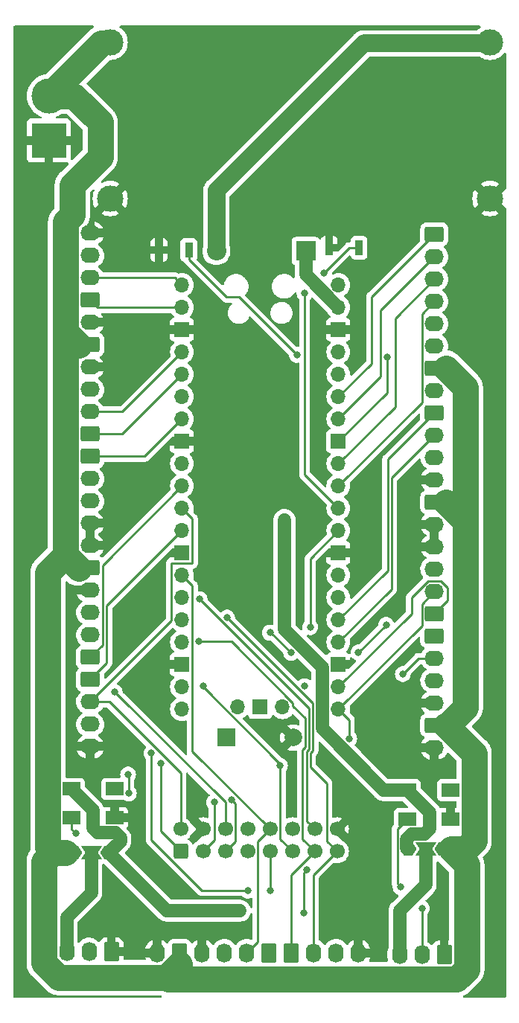
<source format=gtl>
G04 #@! TF.GenerationSoftware,KiCad,Pcbnew,7.0.1*
G04 #@! TF.CreationDate,2023-06-05T16:12:44-05:00*
G04 #@! TF.ProjectId,Pico Breakout Board,5069636f-2042-4726-9561-6b6f75742042,rev?*
G04 #@! TF.SameCoordinates,Original*
G04 #@! TF.FileFunction,Copper,L1,Top*
G04 #@! TF.FilePolarity,Positive*
%FSLAX46Y46*%
G04 Gerber Fmt 4.6, Leading zero omitted, Abs format (unit mm)*
G04 Created by KiCad (PCBNEW 7.0.1) date 2023-06-05 16:12:44*
%MOMM*%
%LPD*%
G01*
G04 APERTURE LIST*
G04 Aperture macros list*
%AMRoundRect*
0 Rectangle with rounded corners*
0 $1 Rounding radius*
0 $2 $3 $4 $5 $6 $7 $8 $9 X,Y pos of 4 corners*
0 Add a 4 corners polygon primitive as box body*
4,1,4,$2,$3,$4,$5,$6,$7,$8,$9,$2,$3,0*
0 Add four circle primitives for the rounded corners*
1,1,$1+$1,$2,$3*
1,1,$1+$1,$4,$5*
1,1,$1+$1,$6,$7*
1,1,$1+$1,$8,$9*
0 Add four rect primitives between the rounded corners*
20,1,$1+$1,$2,$3,$4,$5,0*
20,1,$1+$1,$4,$5,$6,$7,0*
20,1,$1+$1,$6,$7,$8,$9,0*
20,1,$1+$1,$8,$9,$2,$3,0*%
%AMFreePoly0*
4,1,6,1.000000,0.000000,0.500000,-0.750000,-0.500000,-0.750000,-0.500000,0.750000,0.500000,0.750000,1.000000,0.000000,1.000000,0.000000,$1*%
%AMFreePoly1*
4,1,7,0.700000,0.000000,1.200000,-0.750000,-1.200000,-0.750000,-0.700000,0.000000,-1.200000,0.750000,1.200000,0.750000,0.700000,0.000000,0.700000,0.000000,$1*%
G04 Aperture macros list end*
G04 #@! TA.AperFunction,ComponentPad*
%ADD10O,1.740000X2.190000*%
G04 #@! TD*
G04 #@! TA.AperFunction,ComponentPad*
%ADD11RoundRect,0.250000X-0.620000X-0.845000X0.620000X-0.845000X0.620000X0.845000X-0.620000X0.845000X0*%
G04 #@! TD*
G04 #@! TA.AperFunction,ComponentPad*
%ADD12RoundRect,0.250000X0.620000X0.845000X-0.620000X0.845000X-0.620000X-0.845000X0.620000X-0.845000X0*%
G04 #@! TD*
G04 #@! TA.AperFunction,ComponentPad*
%ADD13C,1.700000*%
G04 #@! TD*
G04 #@! TA.AperFunction,ComponentPad*
%ADD14RoundRect,0.250000X0.600000X-0.600000X0.600000X0.600000X-0.600000X0.600000X-0.600000X-0.600000X0*%
G04 #@! TD*
G04 #@! TA.AperFunction,ComponentPad*
%ADD15O,1.700000X1.700000*%
G04 #@! TD*
G04 #@! TA.AperFunction,ComponentPad*
%ADD16R,1.700000X1.700000*%
G04 #@! TD*
G04 #@! TA.AperFunction,ComponentPad*
%ADD17C,3.000000*%
G04 #@! TD*
G04 #@! TA.AperFunction,SMDPad,CuDef*
%ADD18R,0.900000X1.700000*%
G04 #@! TD*
G04 #@! TA.AperFunction,ComponentPad*
%ADD19RoundRect,0.250000X-0.845000X0.620000X-0.845000X-0.620000X0.845000X-0.620000X0.845000X0.620000X0*%
G04 #@! TD*
G04 #@! TA.AperFunction,ComponentPad*
%ADD20O,2.190000X1.740000*%
G04 #@! TD*
G04 #@! TA.AperFunction,ComponentPad*
%ADD21RoundRect,0.250000X0.845000X-0.620000X0.845000X0.620000X-0.845000X0.620000X-0.845000X-0.620000X0*%
G04 #@! TD*
G04 #@! TA.AperFunction,SMDPad,CuDef*
%ADD22FreePoly0,0.000000*%
G04 #@! TD*
G04 #@! TA.AperFunction,SMDPad,CuDef*
%ADD23FreePoly1,0.000000*%
G04 #@! TD*
G04 #@! TA.AperFunction,SMDPad,CuDef*
%ADD24FreePoly0,180.000000*%
G04 #@! TD*
G04 #@! TA.AperFunction,SMDPad,CuDef*
%ADD25FreePoly1,180.000000*%
G04 #@! TD*
G04 #@! TA.AperFunction,ComponentPad*
%ADD26C,4.000000*%
G04 #@! TD*
G04 #@! TA.AperFunction,ComponentPad*
%ADD27R,4.000000X4.000000*%
G04 #@! TD*
G04 #@! TA.AperFunction,ComponentPad*
%ADD28O,2.200000X2.200000*%
G04 #@! TD*
G04 #@! TA.AperFunction,ComponentPad*
%ADD29R,2.200000X2.200000*%
G04 #@! TD*
G04 #@! TA.AperFunction,SMDPad,CuDef*
%ADD30R,2.000000X1.500000*%
G04 #@! TD*
G04 #@! TA.AperFunction,ComponentPad*
%ADD31R,2.000000X2.000000*%
G04 #@! TD*
G04 #@! TA.AperFunction,ComponentPad*
%ADD32C,2.000000*%
G04 #@! TD*
G04 #@! TA.AperFunction,ViaPad*
%ADD33C,0.800000*%
G04 #@! TD*
G04 #@! TA.AperFunction,Conductor*
%ADD34C,3.000000*%
G04 #@! TD*
G04 #@! TA.AperFunction,Conductor*
%ADD35C,1.500000*%
G04 #@! TD*
G04 #@! TA.AperFunction,Conductor*
%ADD36C,0.250000*%
G04 #@! TD*
G04 #@! TA.AperFunction,Conductor*
%ADD37C,2.000000*%
G04 #@! TD*
G04 APERTURE END LIST*
D10*
X145796000Y-138430000D03*
X143256000Y-138430000D03*
X140716000Y-138430000D03*
D11*
X138176000Y-138430000D03*
D12*
X135636000Y-138430000D03*
D10*
X133096000Y-138430000D03*
X130556000Y-138430000D03*
X128016000Y-138430000D03*
D12*
X125476000Y-138430000D03*
D10*
X122936000Y-138430000D03*
D13*
X125603000Y-124333000D03*
X128143000Y-124333000D03*
X130683000Y-124333000D03*
X133223000Y-124333000D03*
X135763000Y-124333000D03*
X138303000Y-124333000D03*
X140843000Y-124333000D03*
X143383000Y-124333000D03*
X143383000Y-126873000D03*
X140843000Y-126873000D03*
X138303000Y-126873000D03*
X135763000Y-126873000D03*
X133223000Y-126873000D03*
X130683000Y-126873000D03*
X128143000Y-126873000D03*
D14*
X125603000Y-126873000D03*
D15*
X137185000Y-110455000D03*
D16*
X134645000Y-110455000D03*
D15*
X132105000Y-110455000D03*
X143535000Y-62425000D03*
X143535000Y-64965000D03*
D16*
X143535000Y-67505000D03*
D15*
X143535000Y-70045000D03*
X143535000Y-72585000D03*
X143535000Y-75125000D03*
X143535000Y-77665000D03*
D16*
X143535000Y-80205000D03*
D15*
X143535000Y-82745000D03*
X143535000Y-85285000D03*
X143535000Y-87825000D03*
X143535000Y-90365000D03*
D16*
X143535000Y-92905000D03*
D15*
X143535000Y-95445000D03*
X143535000Y-97985000D03*
X143535000Y-100525000D03*
X143535000Y-103065000D03*
D16*
X143535000Y-105605000D03*
D15*
X143535000Y-108145000D03*
X143535000Y-110685000D03*
X125755000Y-110685000D03*
X125755000Y-108145000D03*
D16*
X125755000Y-105605000D03*
D15*
X125755000Y-103065000D03*
X125755000Y-100525000D03*
X125755000Y-97985000D03*
X125755000Y-95445000D03*
D16*
X125755000Y-92905000D03*
D15*
X125755000Y-90365000D03*
X125755000Y-87825000D03*
X125755000Y-85285000D03*
X125755000Y-82745000D03*
D16*
X125755000Y-80205000D03*
D15*
X125755000Y-77665000D03*
X125755000Y-75125000D03*
X125755000Y-72585000D03*
X125755000Y-70045000D03*
D16*
X125755000Y-67505000D03*
D15*
X125755000Y-64965000D03*
X125755000Y-62425000D03*
D17*
X160782000Y-52578000D03*
X160782000Y-34798000D03*
X117602000Y-52578000D03*
X117602000Y-34798000D03*
D18*
X142494000Y-58166000D03*
X145894000Y-58166000D03*
X123141000Y-58420000D03*
X126541000Y-58420000D03*
D19*
X154452000Y-56642000D03*
D20*
X154452000Y-59182000D03*
X154452000Y-61722000D03*
X154452000Y-64262000D03*
X154452000Y-66802000D03*
X154452000Y-69342000D03*
D19*
X154452000Y-71882000D03*
D20*
X154452000Y-74422000D03*
D19*
X154452000Y-76962000D03*
D20*
X154452000Y-79502000D03*
X154452000Y-82042000D03*
X154452000Y-84582000D03*
D19*
X154452000Y-87122000D03*
D20*
X154452000Y-89662000D03*
D21*
X154452000Y-99822000D03*
D20*
X154452000Y-97282000D03*
X154452000Y-94742000D03*
X154452000Y-92202000D03*
D19*
X154452000Y-102362000D03*
D20*
X154452000Y-104902000D03*
X154452000Y-107442000D03*
X154452000Y-109982000D03*
D19*
X154452000Y-112522000D03*
D20*
X154452000Y-115062000D03*
D21*
X115316000Y-94615000D03*
D20*
X115316000Y-92075000D03*
X115316000Y-66675000D03*
D21*
X115316000Y-69215000D03*
D20*
X115316000Y-114935000D03*
X115316000Y-112395000D03*
X115316000Y-109855000D03*
D19*
X115316000Y-107315000D03*
D20*
X115316000Y-97155000D03*
X115316000Y-99695000D03*
X115316000Y-102235000D03*
D21*
X115316000Y-104775000D03*
D20*
X115316000Y-89535000D03*
X115316000Y-86995000D03*
X115316000Y-84455000D03*
D19*
X115316000Y-81915000D03*
D21*
X115316000Y-79375000D03*
D20*
X115316000Y-76835000D03*
X115316000Y-74295000D03*
X115316000Y-71755000D03*
D21*
X115316000Y-64135000D03*
D20*
X115316000Y-61595000D03*
X115316000Y-59055000D03*
X115316000Y-56515000D03*
D22*
X151473000Y-126619000D03*
D23*
X153473000Y-126619000D03*
D24*
X155473000Y-126619000D03*
D22*
X113443000Y-127000000D03*
D25*
X115443000Y-127000000D03*
D24*
X117443000Y-127000000D03*
D10*
X150499000Y-138630000D03*
X153039000Y-138630000D03*
D12*
X155579000Y-138630000D03*
X117729000Y-138283000D03*
D10*
X115189000Y-138283000D03*
X112649000Y-138283000D03*
D26*
X110617000Y-40894000D03*
D27*
X110617000Y-45974000D03*
D28*
X129667000Y-58547000D03*
D29*
X139827000Y-58547000D03*
D30*
X151384000Y-119888000D03*
X151384000Y-123188000D03*
X156284000Y-123188000D03*
X156284000Y-119888000D03*
X118110000Y-119761000D03*
X118110000Y-123061000D03*
X113210000Y-123061000D03*
X113210000Y-119761000D03*
D31*
X130820000Y-113919000D03*
D32*
X138420000Y-113919000D03*
D33*
X137414000Y-90170000D03*
X137414000Y-89154000D03*
X145823000Y-104240000D03*
X138176000Y-104267000D03*
X139708599Y-108068401D03*
X138811000Y-70358000D03*
X151130000Y-125476000D03*
X131191000Y-133604000D03*
X132334000Y-133604000D03*
X151473000Y-126619000D03*
X119634000Y-118110000D03*
X119709502Y-120269000D03*
X113665000Y-124841000D03*
X153035000Y-133350000D03*
X150622000Y-130937000D03*
X139573000Y-133858000D03*
X139954000Y-128942500D03*
X140335000Y-101346000D03*
X148971000Y-101092000D03*
X135763000Y-101981000D03*
X133223000Y-131318000D03*
X122296700Y-115701300D03*
X135763000Y-131318000D03*
X144780000Y-114046000D03*
X131377201Y-120971799D03*
X129413000Y-121285000D03*
X123317000Y-116840000D03*
X150876000Y-106680000D03*
X136906000Y-117094000D03*
X128143000Y-108077000D03*
X127654500Y-102997000D03*
X130877799Y-100262201D03*
X127762000Y-98171000D03*
X118110000Y-108712000D03*
X118110000Y-119761000D03*
X113210000Y-119761000D03*
X151384000Y-119888000D03*
X156284000Y-119888000D03*
X139700000Y-63373000D03*
X141859000Y-61087000D03*
X149098000Y-70612000D03*
D34*
X113445427Y-40894000D02*
X110617000Y-40894000D01*
X116459000Y-47879000D02*
X116459000Y-43907573D01*
X113284000Y-51054000D02*
X116459000Y-47879000D01*
X112521000Y-55246000D02*
X113284000Y-54483000D01*
X116459000Y-43907573D02*
X113445427Y-40894000D01*
X112521000Y-67739529D02*
X112521000Y-55246000D01*
X113284000Y-54483000D02*
X113284000Y-51054000D01*
D35*
X148712811Y-119888000D02*
X151384000Y-119888000D01*
X141735000Y-105916811D02*
X141735000Y-112910189D01*
X141735000Y-112910189D02*
X148712811Y-119888000D01*
X137414000Y-101595811D02*
X141735000Y-105916811D01*
X137414000Y-89154000D02*
X137414000Y-101595811D01*
D36*
X140645000Y-115389792D02*
X140645000Y-110029402D01*
X140645000Y-110029402D02*
X130877799Y-100262201D01*
X140378000Y-117264000D02*
X140378000Y-115656792D01*
X142208000Y-119094000D02*
X140378000Y-117264000D01*
X142208000Y-125698000D02*
X142208000Y-119094000D01*
X140378000Y-115656792D02*
X140645000Y-115389792D01*
X143383000Y-126873000D02*
X142208000Y-125698000D01*
X140195000Y-110604000D02*
X127762000Y-98171000D01*
X140195000Y-115203396D02*
X140195000Y-110604000D01*
X139928000Y-115470396D02*
X140195000Y-115203396D01*
X139928000Y-123418000D02*
X139928000Y-115470396D01*
X140843000Y-124333000D02*
X139928000Y-123418000D01*
X131388701Y-102997000D02*
X127654500Y-102997000D01*
X138360000Y-109968299D02*
X131388701Y-102997000D01*
X139745000Y-111678000D02*
X138360000Y-110293000D01*
X138360000Y-110293000D02*
X138360000Y-109968299D01*
X139745000Y-115017000D02*
X139745000Y-111678000D01*
X139478000Y-125508000D02*
X139478000Y-115284000D01*
X140843000Y-126873000D02*
X139478000Y-125508000D01*
X139478000Y-115284000D02*
X139745000Y-115017000D01*
X138176000Y-104267000D02*
X138022000Y-104240000D01*
X135763000Y-101981000D02*
X138176000Y-104267000D01*
X132233000Y-63780000D02*
X138811000Y-70358000D01*
X130801000Y-63780000D02*
X132233000Y-63780000D01*
X126541000Y-59520000D02*
X130801000Y-63780000D01*
X126541000Y-58420000D02*
X126541000Y-59520000D01*
X139700000Y-83990000D02*
X143535000Y-87825000D01*
X139700000Y-63373000D02*
X139700000Y-83990000D01*
D35*
X153334000Y-124888000D02*
X151910496Y-124888000D01*
X151323000Y-125475496D02*
X151323000Y-126469000D01*
X153924000Y-122428000D02*
X153924000Y-124298000D01*
X151910496Y-124888000D02*
X151323000Y-125475496D01*
X151384000Y-119888000D02*
X153924000Y-122428000D01*
X153924000Y-124298000D02*
X153334000Y-124888000D01*
X151323000Y-126469000D02*
X151473000Y-126619000D01*
X131191000Y-133604000D02*
X132334000Y-133604000D01*
X124047000Y-133604000D02*
X131191000Y-133604000D01*
X117443000Y-127000000D02*
X124047000Y-133604000D01*
D36*
X119709502Y-118185502D02*
X119634000Y-118110000D01*
X119709502Y-120269000D02*
X119709502Y-118185502D01*
X113210000Y-124386000D02*
X113665000Y-124841000D01*
X113210000Y-123061000D02*
X113210000Y-124386000D01*
X153035000Y-133350000D02*
X153039000Y-133354000D01*
X153039000Y-133354000D02*
X153039000Y-138630000D01*
X150248000Y-124324000D02*
X150248000Y-130563000D01*
X150248000Y-130563000D02*
X150622000Y-130937000D01*
X151384000Y-123188000D02*
X150248000Y-124324000D01*
D35*
X118745000Y-125698000D02*
X117443000Y-127000000D01*
X118745000Y-125349000D02*
X118745000Y-125698000D01*
X118157000Y-124761000D02*
X118745000Y-125349000D01*
X115623000Y-124224000D02*
X116160000Y-124761000D01*
X116160000Y-124761000D02*
X118157000Y-124761000D01*
X115623000Y-122174000D02*
X115623000Y-124224000D01*
X113210000Y-119761000D02*
X115623000Y-122174000D01*
D34*
X157988000Y-74098471D02*
X155741529Y-71852000D01*
X157988000Y-89338471D02*
X157988000Y-74098471D01*
X157988000Y-110490000D02*
X157988000Y-89338471D01*
X157988000Y-89338471D02*
X155741529Y-87092000D01*
X155986000Y-112492000D02*
X157988000Y-110490000D01*
X155741529Y-112492000D02*
X155986000Y-112492000D01*
X158984000Y-125638000D02*
X158984000Y-115734471D01*
X158003000Y-126619000D02*
X158984000Y-125638000D01*
X158984000Y-115734471D02*
X155741529Y-112492000D01*
X156373000Y-126619000D02*
X158003000Y-126619000D01*
X158149000Y-128395000D02*
X156373000Y-126619000D01*
X158149000Y-140282716D02*
X158149000Y-128395000D01*
X157006716Y-141425000D02*
X158149000Y-140282716D01*
X124200529Y-141425000D02*
X157006716Y-141425000D01*
X124000529Y-141225000D02*
X124200529Y-141425000D01*
X124000529Y-141225000D02*
X125506000Y-139719529D01*
X110079000Y-139572529D02*
X111731471Y-141225000D01*
X110079000Y-128009836D02*
X110079000Y-139572529D01*
X111088836Y-127000000D02*
X110079000Y-128009836D01*
X111731471Y-141225000D02*
X124000529Y-141225000D01*
X111088836Y-127000000D02*
X112543000Y-127000000D01*
X110510000Y-126421164D02*
X111088836Y-127000000D01*
X110510000Y-95150529D02*
X110510000Y-126421164D01*
X112521000Y-93139529D02*
X110510000Y-95150529D01*
X112521000Y-93139529D02*
X114026471Y-94645000D01*
X112521000Y-67739529D02*
X112521000Y-93139529D01*
X112521000Y-67739529D02*
X114026471Y-69245000D01*
X116587000Y-34927000D02*
X110493000Y-41021000D01*
D36*
X147320000Y-63774000D02*
X147320000Y-71340000D01*
X154452000Y-56642000D02*
X147320000Y-63774000D01*
X147320000Y-71340000D02*
X143535000Y-75125000D01*
X139954000Y-128942500D02*
X139573000Y-129323500D01*
X139573000Y-129323500D02*
X139573000Y-133858000D01*
X140335000Y-93565000D02*
X143535000Y-90365000D01*
X140335000Y-101346000D02*
X140335000Y-93565000D01*
X145823000Y-104240000D02*
X148971000Y-101092000D01*
X128034827Y-131318000D02*
X122296700Y-125579873D01*
X122296700Y-125579873D02*
X122296700Y-115701300D01*
X133223000Y-131318000D02*
X128034827Y-131318000D01*
X135763000Y-126873000D02*
X135763000Y-131318000D01*
X144780000Y-111930000D02*
X143535000Y-110685000D01*
X144780000Y-114046000D02*
X144780000Y-111930000D01*
X131858000Y-121452598D02*
X131377201Y-120971799D01*
X131858000Y-125698000D02*
X131858000Y-121452598D01*
X130683000Y-126873000D02*
X131858000Y-125698000D01*
X129413000Y-125603000D02*
X129413000Y-121285000D01*
X128143000Y-126873000D02*
X129413000Y-125603000D01*
X123317000Y-124587000D02*
X123317000Y-116840000D01*
X125603000Y-126873000D02*
X123317000Y-124587000D01*
X152654000Y-104902000D02*
X154452000Y-104902000D01*
X150876000Y-106680000D02*
X152654000Y-104902000D01*
X136938000Y-117062000D02*
X136938000Y-116949701D01*
X136906000Y-117094000D02*
X136938000Y-117062000D01*
X136938000Y-117126000D02*
X136906000Y-117094000D01*
X128143000Y-108154701D02*
X128143000Y-108077000D01*
X136938000Y-116949701D02*
X128143000Y-108154701D01*
X136938000Y-125508000D02*
X136938000Y-117126000D01*
X138303000Y-126873000D02*
X136938000Y-125508000D01*
X138176000Y-129540000D02*
X138176000Y-138430000D01*
X140843000Y-126873000D02*
X138176000Y-129540000D01*
X140716000Y-129540000D02*
X140716000Y-138430000D01*
X143383000Y-126873000D02*
X140716000Y-129540000D01*
X134398000Y-125698000D02*
X134398000Y-137128000D01*
X135763000Y-124333000D02*
X134398000Y-125698000D01*
X134398000Y-137128000D02*
X133096000Y-138430000D01*
X126930000Y-96620000D02*
X125755000Y-95445000D01*
X126930000Y-115500000D02*
X126930000Y-96620000D01*
X135763000Y-124333000D02*
X126930000Y-115500000D01*
X130683000Y-121285000D02*
X118110000Y-108712000D01*
X130683000Y-124333000D02*
X130683000Y-121285000D01*
X117475000Y-109855000D02*
X115316000Y-109855000D01*
X125603000Y-117983000D02*
X117475000Y-109855000D01*
X125603000Y-124333000D02*
X125603000Y-117983000D01*
D35*
X115443000Y-127000000D02*
X115443000Y-131572000D01*
X115443000Y-131572000D02*
X112649000Y-134366000D01*
X112649000Y-134366000D02*
X112649000Y-138283000D01*
D37*
X146429000Y-34927000D02*
X159767000Y-34927000D01*
X129667000Y-51689000D02*
X146429000Y-34927000D01*
X129667000Y-58547000D02*
X129667000Y-51689000D01*
D35*
X150499000Y-133600000D02*
X150499000Y-138630000D01*
X153473000Y-130626000D02*
X150499000Y-133600000D01*
X153473000Y-126619000D02*
X153473000Y-130626000D01*
D36*
X149156000Y-94904000D02*
X149156000Y-82258000D01*
X149156000Y-82258000D02*
X154452000Y-76962000D01*
X143535000Y-100525000D02*
X149156000Y-94904000D01*
X149606000Y-84348000D02*
X154452000Y-79502000D01*
X143535000Y-103065000D02*
X149606000Y-96994000D01*
X149606000Y-96994000D02*
X149606000Y-84348000D01*
X155956000Y-98318000D02*
X154452000Y-99822000D01*
X155956000Y-96871015D02*
X155956000Y-98318000D01*
X155171985Y-96087000D02*
X155956000Y-96871015D01*
X153732015Y-96087000D02*
X155171985Y-96087000D01*
X151858000Y-99822000D02*
X151858000Y-97961015D01*
X151858000Y-97961015D02*
X153732015Y-96087000D01*
X143535000Y-108145000D02*
X151858000Y-99822000D01*
X153032000Y-98702000D02*
X154452000Y-97282000D01*
X153032000Y-101188000D02*
X153032000Y-98702000D01*
X143535000Y-110685000D02*
X153032000Y-101188000D01*
X144780000Y-58166000D02*
X141859000Y-61087000D01*
X145894000Y-58166000D02*
X144780000Y-58166000D01*
X148373000Y-72827000D02*
X148373000Y-65261000D01*
X143535000Y-77665000D02*
X148373000Y-72827000D01*
X148373000Y-65261000D02*
X154452000Y-59182000D01*
X149098000Y-74642000D02*
X149098000Y-70612000D01*
X143535000Y-80205000D02*
X149098000Y-74642000D01*
X149987000Y-76293000D02*
X149987000Y-66187000D01*
X149987000Y-66187000D02*
X154452000Y-61722000D01*
X143535000Y-82745000D02*
X149987000Y-76293000D01*
X153032000Y-65682000D02*
X154452000Y-64262000D01*
X153032000Y-75788000D02*
X153032000Y-65682000D01*
X143535000Y-85285000D02*
X153032000Y-75788000D01*
D35*
X139827000Y-61257000D02*
X143535000Y-64965000D01*
X139827000Y-58547000D02*
X139827000Y-61257000D01*
D36*
X124580000Y-94080000D02*
X126930000Y-94080000D01*
X126930000Y-89000000D02*
X125755000Y-87825000D01*
X124580000Y-100591000D02*
X124580000Y-94080000D01*
X126930000Y-94080000D02*
X126930000Y-89000000D01*
X115316000Y-109855000D02*
X124580000Y-100591000D01*
X117186000Y-105445000D02*
X117186000Y-98934000D01*
X115316000Y-107315000D02*
X117186000Y-105445000D01*
X117186000Y-98934000D02*
X125755000Y-90365000D01*
X116736000Y-103355000D02*
X116736000Y-94304000D01*
X116736000Y-94304000D02*
X125755000Y-85285000D01*
X115316000Y-104775000D02*
X116736000Y-103355000D01*
X121505000Y-81915000D02*
X125755000Y-77665000D01*
X115316000Y-81915000D02*
X121505000Y-81915000D01*
X118965000Y-79375000D02*
X125755000Y-72585000D01*
X115316000Y-79375000D02*
X118965000Y-79375000D01*
X118965000Y-76835000D02*
X125755000Y-70045000D01*
X115316000Y-76835000D02*
X118965000Y-76835000D01*
X115316000Y-64135000D02*
X116146000Y-64965000D01*
X116146000Y-64965000D02*
X125755000Y-64965000D01*
X124925000Y-61595000D02*
X125755000Y-62425000D01*
X115316000Y-61595000D02*
X124925000Y-61595000D01*
G04 #@! TA.AperFunction,Conductor*
G36*
X159666112Y-32915168D02*
G01*
X159711000Y-32956960D01*
X159730369Y-33015154D01*
X159719479Y-33075511D01*
X159680996Y-33123267D01*
X159468602Y-33282263D01*
X159360685Y-33390181D01*
X159320457Y-33417061D01*
X159273004Y-33426500D01*
X146529865Y-33426500D01*
X146514527Y-33425548D01*
X146491219Y-33422642D01*
X146404160Y-33426243D01*
X146400526Y-33426394D01*
X146395404Y-33426500D01*
X146366933Y-33426500D01*
X146362774Y-33426844D01*
X146338550Y-33428851D01*
X146333440Y-33429168D01*
X146242762Y-33432919D01*
X146242763Y-33432919D01*
X146219776Y-33437738D01*
X146204579Y-33439952D01*
X146181180Y-33441891D01*
X146093215Y-33464166D01*
X146088225Y-33465320D01*
X145999385Y-33483949D01*
X145977501Y-33492488D01*
X145962874Y-33497174D01*
X145940116Y-33502937D01*
X145857023Y-33539385D01*
X145852291Y-33541346D01*
X145767723Y-33574345D01*
X145747547Y-33586367D01*
X145733895Y-33593394D01*
X145712396Y-33602825D01*
X145636410Y-33652468D01*
X145632065Y-33655180D01*
X145554104Y-33701635D01*
X145536183Y-33716813D01*
X145523868Y-33725995D01*
X145504218Y-33738833D01*
X145437447Y-33800299D01*
X145433610Y-33803687D01*
X145411878Y-33822093D01*
X145391739Y-33842232D01*
X145388045Y-33845775D01*
X145321262Y-33907254D01*
X145306832Y-33925793D01*
X145296664Y-33937306D01*
X128677306Y-50556664D01*
X128665793Y-50566832D01*
X128647254Y-50581262D01*
X128585775Y-50648045D01*
X128582232Y-50651739D01*
X128562093Y-50671878D01*
X128543687Y-50693610D01*
X128540299Y-50697447D01*
X128478833Y-50764218D01*
X128465995Y-50783868D01*
X128456813Y-50796183D01*
X128441636Y-50814102D01*
X128395174Y-50892074D01*
X128392462Y-50896417D01*
X128342826Y-50972392D01*
X128333396Y-50993891D01*
X128326368Y-51007545D01*
X128314343Y-51027726D01*
X128281346Y-51112288D01*
X128279386Y-51117020D01*
X128242936Y-51200120D01*
X128237169Y-51222890D01*
X128232484Y-51237515D01*
X128223951Y-51259385D01*
X128205324Y-51348211D01*
X128204170Y-51353200D01*
X128181891Y-51441180D01*
X128179952Y-51464578D01*
X128177738Y-51479777D01*
X128172919Y-51502762D01*
X128169168Y-51593440D01*
X128168851Y-51598550D01*
X128166500Y-51626934D01*
X128166500Y-51655404D01*
X128166394Y-51660529D01*
X128162642Y-51751219D01*
X128165548Y-51774527D01*
X128166500Y-51789865D01*
X128166500Y-57962553D01*
X128157061Y-58010006D01*
X128140126Y-58050888D01*
X128081317Y-58295850D01*
X128061551Y-58547000D01*
X128081317Y-58798149D01*
X128140126Y-59043110D01*
X128188330Y-59159484D01*
X128236534Y-59275859D01*
X128368164Y-59490659D01*
X128531776Y-59682224D01*
X128723341Y-59845836D01*
X128938141Y-59977466D01*
X129170889Y-60073873D01*
X129415852Y-60132683D01*
X129667000Y-60152449D01*
X129918148Y-60132683D01*
X130163111Y-60073873D01*
X130395859Y-59977466D01*
X130610659Y-59845836D01*
X130802224Y-59682224D01*
X130965836Y-59490659D01*
X131097466Y-59275859D01*
X131193873Y-59043111D01*
X131252683Y-58798148D01*
X131272449Y-58547000D01*
X131252683Y-58295852D01*
X131193873Y-58050889D01*
X131188709Y-58038423D01*
X131176939Y-58010006D01*
X131167500Y-57962553D01*
X131167500Y-54301657D01*
X159765448Y-54301657D01*
X159949045Y-54401909D01*
X160217100Y-54501889D01*
X160496642Y-54562699D01*
X160782000Y-54583109D01*
X161067357Y-54562699D01*
X161346899Y-54501889D01*
X161614954Y-54401909D01*
X161798550Y-54301658D01*
X161798550Y-54301657D01*
X160782000Y-53285107D01*
X159765448Y-54301657D01*
X131167500Y-54301657D01*
X131167500Y-52577999D01*
X158776890Y-52577999D01*
X158797300Y-52863357D01*
X158858111Y-53142902D01*
X158958088Y-53410952D01*
X159058341Y-53594550D01*
X160074893Y-52578001D01*
X160074893Y-52578000D01*
X159058341Y-51561448D01*
X159058339Y-51561448D01*
X158958090Y-51745043D01*
X158858111Y-52013097D01*
X158797300Y-52292642D01*
X158776890Y-52577999D01*
X131167500Y-52577999D01*
X131167500Y-52361890D01*
X131176939Y-52314437D01*
X131203819Y-52274209D01*
X132623687Y-50854341D01*
X159765448Y-50854341D01*
X160782000Y-51870893D01*
X160782001Y-51870893D01*
X161798550Y-50854341D01*
X161798550Y-50854340D01*
X161614952Y-50754088D01*
X161346902Y-50654111D01*
X161067357Y-50593300D01*
X160782000Y-50572890D01*
X160496642Y-50593300D01*
X160217097Y-50654111D01*
X159949043Y-50754090D01*
X159765448Y-50854339D01*
X159765448Y-50854341D01*
X132623687Y-50854341D01*
X147014209Y-36463819D01*
X147054437Y-36436939D01*
X147101890Y-36427500D01*
X159579301Y-36427500D01*
X159618460Y-36433846D01*
X159653610Y-36452232D01*
X159697685Y-36485226D01*
X159948839Y-36622367D01*
X160216954Y-36722369D01*
X160216957Y-36722369D01*
X160216958Y-36722370D01*
X160269217Y-36733738D01*
X160496572Y-36783196D01*
X160760012Y-36802037D01*
X160781999Y-36803610D01*
X160781999Y-36803609D01*
X160782000Y-36803610D01*
X161067428Y-36783196D01*
X161347046Y-36722369D01*
X161615161Y-36622367D01*
X161866315Y-36485226D01*
X162095395Y-36313739D01*
X162297739Y-36111395D01*
X162376733Y-36005870D01*
X162424489Y-35967388D01*
X162484846Y-35956498D01*
X162543040Y-35975867D01*
X162584832Y-36020755D01*
X162600000Y-36080182D01*
X162600000Y-51431909D01*
X162580315Y-51498948D01*
X162527512Y-51544703D01*
X162521545Y-51545560D01*
X161489107Y-52578000D01*
X161489107Y-52578001D01*
X162521545Y-53610438D01*
X162527512Y-53611296D01*
X162580315Y-53657051D01*
X162600000Y-53724090D01*
X162600000Y-143376000D01*
X162583387Y-143438000D01*
X162538000Y-143483387D01*
X162476000Y-143500000D01*
X157855188Y-143500000D01*
X157789645Y-143481262D01*
X157743911Y-143430711D01*
X157731807Y-143363625D01*
X157756992Y-143300279D01*
X157811853Y-143259818D01*
X157839877Y-143249367D01*
X157898877Y-143217149D01*
X157906757Y-143213205D01*
X157967903Y-143185282D01*
X158024442Y-143148945D01*
X158032050Y-143144431D01*
X158091031Y-143112226D01*
X158144830Y-143071950D01*
X158152087Y-143066912D01*
X158208633Y-143030574D01*
X158259426Y-142986560D01*
X158266312Y-142981012D01*
X158312343Y-142946554D01*
X158320111Y-142940739D01*
X158522455Y-142738395D01*
X158581035Y-142679815D01*
X158581037Y-142679811D01*
X159614089Y-141646761D01*
X159664732Y-141596118D01*
X159664732Y-141596117D01*
X159664739Y-141596111D01*
X159705023Y-141542296D01*
X159710545Y-141535443D01*
X159754574Y-141484633D01*
X159790926Y-141428066D01*
X159795932Y-141420855D01*
X159836226Y-141367031D01*
X159868438Y-141308037D01*
X159872945Y-141300444D01*
X159909283Y-141243902D01*
X159937207Y-141182753D01*
X159941151Y-141174873D01*
X159973367Y-141115877D01*
X159996855Y-141052899D01*
X160000236Y-141044738D01*
X160028156Y-140983604D01*
X160047095Y-140919100D01*
X160049871Y-140910759D01*
X160073369Y-140847762D01*
X160077541Y-140828582D01*
X160087655Y-140782089D01*
X160089839Y-140773528D01*
X160108776Y-140709038D01*
X160118340Y-140642507D01*
X160119902Y-140633845D01*
X160134196Y-140568144D01*
X160138991Y-140501092D01*
X160139931Y-140492343D01*
X160149500Y-140425794D01*
X160149500Y-140139637D01*
X160149500Y-128323552D01*
X160149500Y-128251921D01*
X160139931Y-128185375D01*
X160138991Y-128176620D01*
X160134196Y-128109572D01*
X160119908Y-128043891D01*
X160118338Y-128035190D01*
X160108775Y-127968677D01*
X160089843Y-127904202D01*
X160087656Y-127895630D01*
X160073370Y-127829958D01*
X160073369Y-127829954D01*
X160049874Y-127766963D01*
X160047090Y-127758597D01*
X160028156Y-127694111D01*
X160000232Y-127632968D01*
X159996855Y-127624817D01*
X159978375Y-127575266D01*
X159973392Y-127505576D01*
X160006875Y-127444257D01*
X160449089Y-127002045D01*
X160449089Y-127002044D01*
X160499739Y-126951395D01*
X160540025Y-126897576D01*
X160545545Y-126890727D01*
X160589574Y-126839917D01*
X160625926Y-126783350D01*
X160630932Y-126776139D01*
X160671226Y-126722315D01*
X160703438Y-126663321D01*
X160707945Y-126655728D01*
X160718339Y-126639555D01*
X160744283Y-126599186D01*
X160772207Y-126538037D01*
X160776151Y-126530157D01*
X160808367Y-126471161D01*
X160831855Y-126408183D01*
X160835236Y-126400022D01*
X160863156Y-126338888D01*
X160882095Y-126274384D01*
X160884871Y-126266043D01*
X160908369Y-126203046D01*
X160910267Y-126194319D01*
X160922655Y-126137373D01*
X160924839Y-126128812D01*
X160943776Y-126064322D01*
X160953340Y-125997791D01*
X160954902Y-125989129D01*
X160969196Y-125923428D01*
X160973991Y-125856376D01*
X160974931Y-125847627D01*
X160984500Y-125781078D01*
X160984500Y-125494921D01*
X160984500Y-115663023D01*
X160984500Y-115591392D01*
X160974931Y-115524846D01*
X160973991Y-115516091D01*
X160969196Y-115449043D01*
X160954908Y-115383362D01*
X160953338Y-115374661D01*
X160943775Y-115308148D01*
X160924843Y-115243673D01*
X160922656Y-115235101D01*
X160908370Y-115169429D01*
X160908369Y-115169425D01*
X160884874Y-115106434D01*
X160882090Y-115098068D01*
X160863156Y-115033582D01*
X160859914Y-115026484D01*
X160835235Y-114972446D01*
X160831855Y-114964288D01*
X160812883Y-114913418D01*
X160808368Y-114901311D01*
X160791013Y-114869529D01*
X160776150Y-114842310D01*
X160772205Y-114834427D01*
X160744282Y-114773284D01*
X160707946Y-114716744D01*
X160703429Y-114709131D01*
X160671227Y-114650157D01*
X160630948Y-114596351D01*
X160625899Y-114589078D01*
X160589575Y-114532555D01*
X160545564Y-114481764D01*
X160540010Y-114474872D01*
X160499739Y-114421076D01*
X160297395Y-114218732D01*
X158780579Y-112701916D01*
X158748485Y-112646329D01*
X158748485Y-112582141D01*
X158780579Y-112526554D01*
X159066680Y-112240453D01*
X159453089Y-111854045D01*
X159453089Y-111854044D01*
X159503739Y-111803395D01*
X159544025Y-111749576D01*
X159549545Y-111742727D01*
X159593574Y-111691917D01*
X159629926Y-111635350D01*
X159634932Y-111628139D01*
X159675226Y-111574315D01*
X159707438Y-111515321D01*
X159711945Y-111507728D01*
X159748283Y-111451186D01*
X159776207Y-111390037D01*
X159780151Y-111382157D01*
X159812367Y-111323161D01*
X159835855Y-111260183D01*
X159839236Y-111252022D01*
X159843184Y-111243377D01*
X159867156Y-111190888D01*
X159886095Y-111126384D01*
X159888871Y-111118043D01*
X159912369Y-111055046D01*
X159919803Y-111020872D01*
X159926655Y-110989373D01*
X159928839Y-110980812D01*
X159947776Y-110916322D01*
X159957340Y-110849791D01*
X159958902Y-110841129D01*
X159973196Y-110775428D01*
X159977991Y-110708376D01*
X159978931Y-110699627D01*
X159988500Y-110633078D01*
X159988500Y-110346921D01*
X159988500Y-89267023D01*
X159988500Y-89195392D01*
X159988500Y-74027023D01*
X159988500Y-73955392D01*
X159978932Y-73888850D01*
X159977988Y-73880062D01*
X159973197Y-73813048D01*
X159972781Y-73811135D01*
X159958905Y-73747352D01*
X159957338Y-73738662D01*
X159947777Y-73672154D01*
X159933489Y-73623495D01*
X159928834Y-73607640D01*
X159926659Y-73599119D01*
X159912369Y-73533425D01*
X159888874Y-73470434D01*
X159886092Y-73462076D01*
X159867156Y-73397583D01*
X159839239Y-73336453D01*
X159835854Y-73328279D01*
X159812368Y-73265313D01*
X159812367Y-73265310D01*
X159780153Y-73206316D01*
X159776200Y-73198417D01*
X159770690Y-73186354D01*
X159748282Y-73137285D01*
X159711941Y-73080738D01*
X159707435Y-73073142D01*
X159693934Y-73048417D01*
X159675226Y-73014156D01*
X159634941Y-72960341D01*
X159629928Y-72953122D01*
X159593574Y-72896554D01*
X159549563Y-72845763D01*
X159544008Y-72838870D01*
X159503736Y-72785072D01*
X159456469Y-72737806D01*
X159456445Y-72737780D01*
X157105581Y-70386917D01*
X157009493Y-70303656D01*
X156943446Y-70246426D01*
X156943444Y-70246425D01*
X156943441Y-70246422D01*
X156702717Y-70091718D01*
X156442418Y-69972843D01*
X156167855Y-69892225D01*
X156094668Y-69881702D01*
X156044975Y-69863084D01*
X156007615Y-69825397D01*
X155989430Y-69775543D01*
X155993752Y-69722655D01*
X156021583Y-69631780D01*
X156051216Y-69400376D01*
X156041314Y-69167293D01*
X155992164Y-68939235D01*
X155905179Y-68722765D01*
X155782862Y-68524109D01*
X155628731Y-68348982D01*
X155628729Y-68348980D01*
X155447221Y-68202421D01*
X155406897Y-68179895D01*
X155361782Y-68136655D01*
X155343484Y-68076904D01*
X155356649Y-68015816D01*
X155397933Y-67968909D01*
X155541088Y-67872153D01*
X155709516Y-67710728D01*
X155848240Y-67523161D01*
X155953270Y-67314847D01*
X156021583Y-67091780D01*
X156051216Y-66860376D01*
X156041314Y-66627293D01*
X155992164Y-66399235D01*
X155989209Y-66391882D01*
X155917183Y-66212639D01*
X155905179Y-66182765D01*
X155782862Y-65984109D01*
X155628731Y-65808982D01*
X155628729Y-65808980D01*
X155447221Y-65662421D01*
X155406897Y-65639895D01*
X155361782Y-65596655D01*
X155343484Y-65536904D01*
X155356649Y-65475816D01*
X155397933Y-65428909D01*
X155541088Y-65332153D01*
X155709516Y-65170728D01*
X155848240Y-64983161D01*
X155953270Y-64774847D01*
X156021583Y-64551780D01*
X156051216Y-64320376D01*
X156041314Y-64087293D01*
X155992164Y-63859235D01*
X155984810Y-63840935D01*
X155908824Y-63651837D01*
X155905179Y-63642765D01*
X155782862Y-63444109D01*
X155628731Y-63268982D01*
X155628729Y-63268980D01*
X155447221Y-63122421D01*
X155406897Y-63099895D01*
X155361782Y-63056655D01*
X155343484Y-62996904D01*
X155356649Y-62935816D01*
X155397933Y-62888909D01*
X155541088Y-62792153D01*
X155709516Y-62630728D01*
X155848240Y-62443161D01*
X155953270Y-62234847D01*
X156021583Y-62011780D01*
X156051216Y-61780376D01*
X156041314Y-61547293D01*
X155992164Y-61319235D01*
X155985750Y-61303274D01*
X155936140Y-61179814D01*
X155905179Y-61102765D01*
X155782862Y-60904109D01*
X155628731Y-60728982D01*
X155628729Y-60728980D01*
X155447221Y-60582421D01*
X155406897Y-60559895D01*
X155361782Y-60516655D01*
X155343484Y-60456904D01*
X155356649Y-60395816D01*
X155397933Y-60348909D01*
X155541088Y-60252153D01*
X155709516Y-60090728D01*
X155848240Y-59903161D01*
X155953270Y-59694847D01*
X156021583Y-59471780D01*
X156051216Y-59240376D01*
X156041314Y-59007293D01*
X155992164Y-58779235D01*
X155905179Y-58562765D01*
X155782862Y-58364109D01*
X155628731Y-58188982D01*
X155589230Y-58157087D01*
X155550897Y-58103807D01*
X155545131Y-58038423D01*
X155573549Y-57979256D01*
X155605994Y-57957657D01*
X155603999Y-57954422D01*
X155616334Y-57946814D01*
X155765656Y-57854712D01*
X155889712Y-57730656D01*
X155981814Y-57581334D01*
X156036999Y-57414797D01*
X156047500Y-57312009D01*
X156047499Y-55971992D01*
X156036999Y-55869203D01*
X155981814Y-55702666D01*
X155924593Y-55609895D01*
X155889711Y-55553342D01*
X155765657Y-55429288D01*
X155616334Y-55337186D01*
X155449797Y-55282000D01*
X155347009Y-55271500D01*
X153556991Y-55271500D01*
X153454203Y-55282000D01*
X153287665Y-55337186D01*
X153138342Y-55429288D01*
X153014288Y-55553342D01*
X152922186Y-55702665D01*
X152867000Y-55869202D01*
X152856500Y-55971991D01*
X152856500Y-57301545D01*
X152847061Y-57348998D01*
X152820181Y-57389226D01*
X146936208Y-63273199D01*
X146920110Y-63286096D01*
X146872096Y-63337225D01*
X146869391Y-63340017D01*
X146849874Y-63359534D01*
X146847415Y-63362705D01*
X146839842Y-63371572D01*
X146809935Y-63403420D01*
X146800285Y-63420974D01*
X146789609Y-63437228D01*
X146777326Y-63453063D01*
X146759975Y-63493158D01*
X146754838Y-63503644D01*
X146733802Y-63541907D01*
X146728821Y-63561309D01*
X146722520Y-63579711D01*
X146714561Y-63598102D01*
X146707728Y-63641242D01*
X146705360Y-63652674D01*
X146694500Y-63694978D01*
X146694500Y-63715016D01*
X146692973Y-63734413D01*
X146689840Y-63754196D01*
X146692476Y-63782077D01*
X146693950Y-63797675D01*
X146694500Y-63809344D01*
X146694500Y-71029547D01*
X146685061Y-71077000D01*
X146658181Y-71117228D01*
X145102807Y-72672601D01*
X145041965Y-72705981D01*
X144972716Y-72701442D01*
X144916750Y-72660407D01*
X144891598Y-72595728D01*
X144870063Y-72349592D01*
X144870062Y-72349591D01*
X144808903Y-72121337D01*
X144709035Y-71907171D01*
X144573495Y-71713599D01*
X144406401Y-71546505D01*
X144220839Y-71416573D01*
X144181974Y-71372255D01*
X144167964Y-71314999D01*
X144181975Y-71257742D01*
X144220837Y-71213428D01*
X144406401Y-71083495D01*
X144573495Y-70916401D01*
X144709035Y-70722830D01*
X144808903Y-70508663D01*
X144870063Y-70280408D01*
X144890659Y-70045000D01*
X144870063Y-69809592D01*
X144808903Y-69581337D01*
X144709035Y-69367171D01*
X144573495Y-69173599D01*
X144451181Y-69051285D01*
X144419885Y-68998539D01*
X144417696Y-68937246D01*
X144445149Y-68882401D01*
X144495528Y-68847422D01*
X144627089Y-68798352D01*
X144742188Y-68712188D01*
X144828352Y-68597089D01*
X144878597Y-68462375D01*
X144885000Y-68402824D01*
X144885000Y-68005000D01*
X142185000Y-68005000D01*
X142185000Y-68402824D01*
X142191402Y-68462375D01*
X142241647Y-68597089D01*
X142327811Y-68712188D01*
X142442911Y-68798352D01*
X142574471Y-68847422D01*
X142624850Y-68882401D01*
X142652303Y-68937246D01*
X142650114Y-68998539D01*
X142618819Y-69051285D01*
X142496503Y-69173601D01*
X142360965Y-69367170D01*
X142261097Y-69581336D01*
X142199936Y-69809592D01*
X142179340Y-70045000D01*
X142199936Y-70280407D01*
X142244054Y-70445058D01*
X142261097Y-70508663D01*
X142360965Y-70722830D01*
X142496505Y-70916401D01*
X142663599Y-71083495D01*
X142849160Y-71213426D01*
X142888024Y-71257743D01*
X142902035Y-71315000D01*
X142888024Y-71372257D01*
X142849159Y-71416575D01*
X142663595Y-71546508D01*
X142496505Y-71713598D01*
X142360965Y-71907170D01*
X142261097Y-72121336D01*
X142199936Y-72349592D01*
X142179340Y-72584999D01*
X142199936Y-72820407D01*
X142238392Y-72963927D01*
X142261097Y-73048663D01*
X142360965Y-73262830D01*
X142496505Y-73456401D01*
X142663599Y-73623495D01*
X142849160Y-73753426D01*
X142888024Y-73797743D01*
X142902035Y-73855000D01*
X142888024Y-73912257D01*
X142849158Y-73956575D01*
X142748549Y-74027023D01*
X142663595Y-74086508D01*
X142496505Y-74253598D01*
X142360965Y-74447170D01*
X142261097Y-74661336D01*
X142199936Y-74889592D01*
X142179340Y-75125000D01*
X142199936Y-75360407D01*
X142238990Y-75506158D01*
X142261097Y-75588663D01*
X142360965Y-75802830D01*
X142496505Y-75996401D01*
X142663599Y-76163495D01*
X142849160Y-76293426D01*
X142888024Y-76337743D01*
X142902035Y-76395000D01*
X142888024Y-76452257D01*
X142849158Y-76496575D01*
X142681550Y-76613936D01*
X142663595Y-76626508D01*
X142496505Y-76793598D01*
X142360965Y-76987170D01*
X142261097Y-77201336D01*
X142199936Y-77429592D01*
X142179340Y-77664999D01*
X142199936Y-77900407D01*
X142231026Y-78016435D01*
X142261097Y-78128663D01*
X142360965Y-78342830D01*
X142496505Y-78536401D01*
X142496508Y-78536404D01*
X142618430Y-78658326D01*
X142649726Y-78711072D01*
X142651915Y-78772365D01*
X142624462Y-78827209D01*
X142574083Y-78862189D01*
X142442669Y-78911204D01*
X142327454Y-78997454D01*
X142241204Y-79112668D01*
X142190909Y-79247516D01*
X142184500Y-79307130D01*
X142184500Y-81102869D01*
X142187207Y-81128045D01*
X142190909Y-81162483D01*
X142241204Y-81297331D01*
X142327454Y-81412546D01*
X142442669Y-81498796D01*
X142554907Y-81540658D01*
X142574082Y-81547810D01*
X142624462Y-81582789D01*
X142651915Y-81637634D01*
X142649726Y-81698926D01*
X142618431Y-81751673D01*
X142496503Y-81873601D01*
X142360965Y-82067170D01*
X142261097Y-82281336D01*
X142199936Y-82509592D01*
X142179340Y-82744999D01*
X142199936Y-82980407D01*
X142244709Y-83147501D01*
X142261097Y-83208663D01*
X142360965Y-83422830D01*
X142496505Y-83616401D01*
X142663599Y-83783495D01*
X142849160Y-83913426D01*
X142888024Y-83957743D01*
X142902035Y-84015000D01*
X142888024Y-84072257D01*
X142849159Y-84116575D01*
X142818738Y-84137875D01*
X142721447Y-84206000D01*
X142663595Y-84246508D01*
X142496505Y-84413598D01*
X142360965Y-84607170D01*
X142261097Y-84821336D01*
X142199936Y-85049592D01*
X142178401Y-85295728D01*
X142153249Y-85360407D01*
X142097283Y-85401442D01*
X142028034Y-85405981D01*
X141967192Y-85372601D01*
X140361819Y-83767228D01*
X140334939Y-83727000D01*
X140325500Y-83679547D01*
X140325500Y-64071687D01*
X140333736Y-64027249D01*
X140357347Y-63988717D01*
X140432533Y-63905216D01*
X140436452Y-63898428D01*
X140452101Y-63871324D01*
X140490597Y-63830222D01*
X140543303Y-63810385D01*
X140599346Y-63815905D01*
X140647169Y-63845643D01*
X142272640Y-65471114D01*
X142297341Y-65506390D01*
X142321690Y-65558606D01*
X142360965Y-65642830D01*
X142496505Y-65836401D01*
X142496508Y-65836404D01*
X142618818Y-65958714D01*
X142650114Y-66011460D01*
X142652303Y-66072753D01*
X142624850Y-66127597D01*
X142574472Y-66162576D01*
X142442913Y-66211646D01*
X142327811Y-66297811D01*
X142241647Y-66412910D01*
X142191402Y-66547624D01*
X142185000Y-66607176D01*
X142185000Y-67005000D01*
X144885000Y-67005000D01*
X144885000Y-66607176D01*
X144878597Y-66547624D01*
X144828352Y-66412910D01*
X144742188Y-66297811D01*
X144627088Y-66211647D01*
X144495528Y-66162577D01*
X144445149Y-66127597D01*
X144417696Y-66072752D01*
X144419885Y-66011460D01*
X144451178Y-65958717D01*
X144573495Y-65836401D01*
X144709035Y-65642830D01*
X144808903Y-65428663D01*
X144870063Y-65200408D01*
X144890659Y-64965000D01*
X144874054Y-64775214D01*
X144870063Y-64729592D01*
X144808903Y-64501337D01*
X144709035Y-64287171D01*
X144573495Y-64093599D01*
X144406401Y-63926505D01*
X144220839Y-63796573D01*
X144181975Y-63752257D01*
X144167964Y-63695000D01*
X144181975Y-63637743D01*
X144220839Y-63593426D01*
X144406401Y-63463495D01*
X144573495Y-63296401D01*
X144709035Y-63102830D01*
X144808903Y-62888663D01*
X144870063Y-62660408D01*
X144890659Y-62425000D01*
X144870063Y-62189592D01*
X144808903Y-61961337D01*
X144709035Y-61747171D01*
X144573495Y-61553599D01*
X144406401Y-61386505D01*
X144212830Y-61250965D01*
X143998663Y-61151097D01*
X143898479Y-61124253D01*
X143770407Y-61089936D01*
X143535000Y-61069340D01*
X143299592Y-61089936D01*
X143071336Y-61151097D01*
X142974473Y-61196265D01*
X142906956Y-61206959D01*
X142844032Y-61180249D01*
X142804824Y-61124253D01*
X142801246Y-61055989D01*
X142834385Y-60996204D01*
X144747515Y-59083073D01*
X144800261Y-59051778D01*
X144861554Y-59049589D01*
X144916399Y-59077042D01*
X144951378Y-59127422D01*
X145000204Y-59258331D01*
X145086454Y-59373546D01*
X145201669Y-59459796D01*
X145336517Y-59510091D01*
X145396127Y-59516500D01*
X146391872Y-59516499D01*
X146451483Y-59510091D01*
X146586331Y-59459796D01*
X146701546Y-59373546D01*
X146787796Y-59258331D01*
X146838091Y-59123483D01*
X146844500Y-59063873D01*
X146844499Y-57268128D01*
X146838091Y-57208517D01*
X146787796Y-57073669D01*
X146701546Y-56958454D01*
X146586331Y-56872204D01*
X146451483Y-56821909D01*
X146391873Y-56815500D01*
X146391869Y-56815500D01*
X145396130Y-56815500D01*
X145336515Y-56821909D01*
X145201669Y-56872204D01*
X145086454Y-56958454D01*
X145000204Y-57073668D01*
X144949909Y-57208516D01*
X144943500Y-57268131D01*
X144943500Y-57414889D01*
X144927530Y-57475761D01*
X144883735Y-57520954D01*
X144823395Y-57538827D01*
X144773061Y-57540409D01*
X144772127Y-57540439D01*
X144768232Y-57540500D01*
X144740650Y-57540500D01*
X144736665Y-57541003D01*
X144725033Y-57541918D01*
X144681369Y-57543290D01*
X144662129Y-57548880D01*
X144643081Y-57552825D01*
X144623209Y-57555335D01*
X144582599Y-57571413D01*
X144571554Y-57575194D01*
X144529610Y-57587381D01*
X144512365Y-57597579D01*
X144494904Y-57606133D01*
X144476267Y-57613512D01*
X144440931Y-57639185D01*
X144431174Y-57645595D01*
X144393580Y-57667829D01*
X144379413Y-57681996D01*
X144364624Y-57694626D01*
X144348413Y-57706404D01*
X144320572Y-57740058D01*
X144312711Y-57748697D01*
X143481728Y-58579681D01*
X143441500Y-58606561D01*
X143394047Y-58616000D01*
X142168000Y-58616000D01*
X142106000Y-58599387D01*
X142060613Y-58554000D01*
X142044000Y-58492000D01*
X142044000Y-56816000D01*
X142944000Y-56816000D01*
X142944000Y-57716000D01*
X143444000Y-57716000D01*
X143444000Y-57268176D01*
X143437597Y-57208624D01*
X143387352Y-57073910D01*
X143301188Y-56958811D01*
X143186089Y-56872647D01*
X143051375Y-56822402D01*
X142991824Y-56816000D01*
X142944000Y-56816000D01*
X142044000Y-56816000D01*
X141996176Y-56816000D01*
X141936624Y-56822402D01*
X141801910Y-56872647D01*
X141686811Y-56958811D01*
X141600646Y-57073913D01*
X141571016Y-57153352D01*
X141532640Y-57206569D01*
X141472482Y-57232755D01*
X141407382Y-57224578D01*
X141355569Y-57184329D01*
X141284546Y-57089454D01*
X141169331Y-57003204D01*
X141034483Y-56952909D01*
X140974873Y-56946500D01*
X140974869Y-56946500D01*
X138679130Y-56946500D01*
X138619515Y-56952909D01*
X138484669Y-57003204D01*
X138369454Y-57089454D01*
X138283204Y-57204668D01*
X138232909Y-57339516D01*
X138226500Y-57399130D01*
X138226500Y-59694869D01*
X138232909Y-59754484D01*
X138238696Y-59770000D01*
X138283204Y-59889331D01*
X138369454Y-60004546D01*
X138484669Y-60090796D01*
X138492478Y-60093708D01*
X138495835Y-60094961D01*
X138538071Y-60121400D01*
X138566488Y-60162330D01*
X138576500Y-60211142D01*
X138576500Y-61179814D01*
X138575720Y-61193698D01*
X138571761Y-61228826D01*
X138576219Y-61294932D01*
X138576500Y-61303274D01*
X138576500Y-61313155D01*
X138580153Y-61353749D01*
X138580371Y-61356521D01*
X138586904Y-61453414D01*
X138587973Y-61457657D01*
X138591229Y-61476824D01*
X138591914Y-61484430D01*
X138582032Y-61545221D01*
X138544121Y-61593758D01*
X138487533Y-61618069D01*
X138426228Y-61612155D01*
X138375332Y-61577477D01*
X138342564Y-61540245D01*
X138342562Y-61540243D01*
X138342560Y-61540241D01*
X138337439Y-61536106D01*
X138324115Y-61523619D01*
X138321785Y-61521088D01*
X138240936Y-61458161D01*
X138239199Y-61456783D01*
X138157082Y-61390477D01*
X138154315Y-61388932D01*
X138138637Y-61378538D01*
X138138626Y-61378529D01*
X138045552Y-61328161D01*
X138044209Y-61327423D01*
X137948954Y-61274210D01*
X137948947Y-61274207D01*
X137948753Y-61274099D01*
X137937401Y-61269059D01*
X137886944Y-61251737D01*
X137831252Y-61232617D01*
X137830233Y-61232263D01*
X137721202Y-61193739D01*
X137603772Y-61174144D01*
X137603226Y-61174051D01*
X137489202Y-61154500D01*
X137489200Y-61154500D01*
X137486049Y-61154500D01*
X137253951Y-61154500D01*
X137253949Y-61154500D01*
X137199991Y-61163503D01*
X137190102Y-61164747D01*
X137132460Y-61169653D01*
X137083077Y-61182511D01*
X137072249Y-61184819D01*
X137025023Y-61192701D01*
X137025021Y-61192701D01*
X137025019Y-61192702D01*
X136970056Y-61211570D01*
X136961052Y-61214284D01*
X136901748Y-61229725D01*
X136858361Y-61249337D01*
X136847554Y-61253624D01*
X136805496Y-61268063D01*
X136751395Y-61297341D01*
X136743460Y-61301276D01*
X136684509Y-61327925D01*
X136647882Y-61352679D01*
X136637470Y-61358994D01*
X136601373Y-61378529D01*
X136550124Y-61418417D01*
X136543402Y-61423296D01*
X136486999Y-61461418D01*
X136457549Y-61489643D01*
X136447919Y-61497967D01*
X136418216Y-61521087D01*
X136418214Y-61521088D01*
X136418214Y-61521089D01*
X136371926Y-61571369D01*
X136366500Y-61576905D01*
X136314883Y-61626376D01*
X136292659Y-61656426D01*
X136284196Y-61666670D01*
X136261023Y-61691843D01*
X136221782Y-61751905D01*
X136217671Y-61757815D01*
X136173119Y-61818054D01*
X136157826Y-61848384D01*
X136150917Y-61860371D01*
X136134077Y-61886147D01*
X136103887Y-61954974D01*
X136101054Y-61960987D01*
X136065792Y-62030925D01*
X136056847Y-62060131D01*
X136051842Y-62073620D01*
X136040844Y-62098695D01*
X136021552Y-62174871D01*
X136019912Y-62180736D01*
X135995983Y-62258875D01*
X135992538Y-62285775D01*
X135989750Y-62300455D01*
X135983865Y-62323697D01*
X135977097Y-62405377D01*
X135976517Y-62410886D01*
X135965701Y-62495348D01*
X135966707Y-62519025D01*
X135966396Y-62534520D01*
X135964699Y-62554998D01*
X135971750Y-62640097D01*
X135972061Y-62645071D01*
X135975820Y-62733532D01*
X135980092Y-62753356D01*
X135982451Y-62769237D01*
X135983865Y-62786301D01*
X135983865Y-62786304D01*
X135983866Y-62786305D01*
X136005301Y-62870952D01*
X136005661Y-62872371D01*
X136006669Y-62876676D01*
X136018630Y-62932171D01*
X136026046Y-62966581D01*
X136032333Y-62982226D01*
X136037479Y-62998017D01*
X136040843Y-63011301D01*
X136077875Y-63095727D01*
X136079377Y-63099301D01*
X136114936Y-63187790D01*
X136121979Y-63199229D01*
X136129945Y-63214431D01*
X136134076Y-63223849D01*
X136186366Y-63303886D01*
X136188147Y-63306693D01*
X136239931Y-63390796D01*
X136246539Y-63398303D01*
X136257268Y-63412409D01*
X136261021Y-63418153D01*
X136328117Y-63491040D01*
X136329930Y-63493054D01*
X136372926Y-63541907D01*
X136397437Y-63569756D01*
X136402561Y-63573894D01*
X136415886Y-63586382D01*
X136418216Y-63588913D01*
X136458620Y-63620360D01*
X136499062Y-63651837D01*
X136500800Y-63653215D01*
X136552525Y-63694981D01*
X136582920Y-63719523D01*
X136585685Y-63721067D01*
X136601359Y-63731458D01*
X136601374Y-63731470D01*
X136694507Y-63781870D01*
X136695785Y-63782573D01*
X136791046Y-63835790D01*
X136791051Y-63835791D01*
X136791252Y-63835904D01*
X136802584Y-63840935D01*
X136805492Y-63841933D01*
X136805497Y-63841936D01*
X136908790Y-63877396D01*
X136909696Y-63877712D01*
X136958931Y-63895107D01*
X137015829Y-63915211D01*
X137015832Y-63915211D01*
X137018800Y-63916260D01*
X137025017Y-63917297D01*
X137025019Y-63917298D01*
X137136197Y-63935849D01*
X137136528Y-63935906D01*
X137191028Y-63945251D01*
X137250799Y-63955500D01*
X137250800Y-63955500D01*
X137253951Y-63955500D01*
X137429497Y-63955500D01*
X137486047Y-63955500D01*
X137486049Y-63955500D01*
X137540010Y-63946494D01*
X137549905Y-63945251D01*
X137607541Y-63940346D01*
X137656941Y-63927482D01*
X137667760Y-63925177D01*
X137697221Y-63920261D01*
X137714982Y-63917298D01*
X137769946Y-63898428D01*
X137778949Y-63895714D01*
X137838249Y-63880275D01*
X137881642Y-63860659D01*
X137892443Y-63856374D01*
X137934503Y-63841936D01*
X137988622Y-63812647D01*
X137996530Y-63808726D01*
X138055486Y-63782077D01*
X138092108Y-63757324D01*
X138102515Y-63751011D01*
X138138626Y-63731470D01*
X138189877Y-63691578D01*
X138196589Y-63686706D01*
X138246944Y-63652674D01*
X138253002Y-63648580D01*
X138260658Y-63641242D01*
X138282460Y-63620345D01*
X138292064Y-63612044D01*
X138321784Y-63588913D01*
X138368081Y-63538619D01*
X138373490Y-63533100D01*
X138425118Y-63483621D01*
X138447350Y-63453559D01*
X138455797Y-63443333D01*
X138478979Y-63418153D01*
X138518238Y-63358060D01*
X138522307Y-63352210D01*
X138566879Y-63291947D01*
X138566881Y-63291942D01*
X138571602Y-63285560D01*
X138621633Y-63245676D01*
X138684886Y-63236043D01*
X138744522Y-63259225D01*
X138784661Y-63309051D01*
X138792701Y-63360089D01*
X138793178Y-63360039D01*
X138794148Y-63369275D01*
X138794618Y-63372254D01*
X138794539Y-63372996D01*
X138814326Y-63561257D01*
X138872820Y-63741284D01*
X138967464Y-63905213D01*
X138977411Y-63916260D01*
X139042652Y-63988717D01*
X139066264Y-64027249D01*
X139074500Y-64071687D01*
X139074500Y-69340264D01*
X139062420Y-69393648D01*
X139028535Y-69436630D01*
X138979447Y-69460838D01*
X138924718Y-69461553D01*
X138905646Y-69457500D01*
X138846452Y-69457500D01*
X138798999Y-69448061D01*
X138758771Y-69421181D01*
X134922591Y-65585000D01*
X135814723Y-65585000D01*
X135816332Y-65603400D01*
X135816678Y-65619753D01*
X135815709Y-65641328D01*
X135826444Y-65720576D01*
X135827094Y-65726413D01*
X135833792Y-65802976D01*
X135839461Y-65824132D01*
X135842564Y-65839578D01*
X135845925Y-65864390D01*
X135869573Y-65937170D01*
X135871416Y-65943393D01*
X135890423Y-66014327D01*
X135901135Y-66037298D01*
X135906683Y-66051383D01*
X135915481Y-66078460D01*
X135950128Y-66142847D01*
X135953314Y-66149199D01*
X135982896Y-66212637D01*
X135999406Y-66236215D01*
X136007023Y-66248575D01*
X136022148Y-66276681D01*
X136057219Y-66320659D01*
X136065588Y-66331153D01*
X136070214Y-66337340D01*
X136108403Y-66391878D01*
X136131186Y-66414661D01*
X136140452Y-66425029D01*
X136162493Y-66452667D01*
X136212387Y-66496259D01*
X136218484Y-66501959D01*
X136263123Y-66546598D01*
X136292330Y-66567049D01*
X136302793Y-66575244D01*
X136322585Y-66592535D01*
X136332004Y-66600765D01*
X136385940Y-66632990D01*
X136393435Y-66637843D01*
X136442361Y-66672102D01*
X136452490Y-66676825D01*
X136477799Y-66688628D01*
X136488991Y-66694560D01*
X136525236Y-66716215D01*
X136525239Y-66716216D01*
X136580839Y-66737083D01*
X136589669Y-66740792D01*
X136634003Y-66761466D01*
X136640670Y-66764575D01*
X136681757Y-66775584D01*
X136693235Y-66779266D01*
X136704903Y-66783645D01*
X136735976Y-66795307D01*
X136791024Y-66805296D01*
X136800970Y-66807527D01*
X136852023Y-66821207D01*
X136896133Y-66825065D01*
X136897814Y-66825213D01*
X136909148Y-66826733D01*
X136957453Y-66835500D01*
X137009985Y-66835500D01*
X137020791Y-66835971D01*
X137070000Y-66840277D01*
X137119208Y-66835971D01*
X137122511Y-66835827D01*
X137126145Y-66835500D01*
X137126155Y-66835500D01*
X137180172Y-66830638D01*
X137180180Y-66830727D01*
X137180479Y-66830611D01*
X137287977Y-66821207D01*
X137287977Y-66821206D01*
X137292663Y-66820797D01*
X137294183Y-66820377D01*
X137294188Y-66820377D01*
X137397726Y-66791800D01*
X137398413Y-66791614D01*
X137444500Y-66779266D01*
X137504377Y-66763223D01*
X137509148Y-66761466D01*
X137511166Y-66760494D01*
X137511170Y-66760493D01*
X137604951Y-66715329D01*
X137606007Y-66714830D01*
X137697639Y-66672102D01*
X137697645Y-66672097D01*
X137699392Y-66671283D01*
X137713155Y-66663222D01*
X137713973Y-66662829D01*
X137795324Y-66603722D01*
X137797043Y-66602497D01*
X137876871Y-66546603D01*
X137876873Y-66546600D01*
X137876877Y-66546598D01*
X137877748Y-66545726D01*
X137892543Y-66533089D01*
X137896078Y-66530522D01*
X137963237Y-66460277D01*
X137965097Y-66458377D01*
X138031593Y-66391882D01*
X138031593Y-66391881D01*
X138031598Y-66391877D01*
X138034285Y-66388039D01*
X138046232Y-66373471D01*
X138051632Y-66367825D01*
X138103288Y-66289566D01*
X138105082Y-66286929D01*
X138157102Y-66212639D01*
X138160539Y-66205267D01*
X138169434Y-66189362D01*
X138169585Y-66189132D01*
X138175635Y-66179968D01*
X138211114Y-66096958D01*
X138212734Y-66093333D01*
X138249575Y-66014330D01*
X138252572Y-66003143D01*
X138258324Y-65986508D01*
X138259350Y-65984107D01*
X138264103Y-65972988D01*
X138283434Y-65888291D01*
X138284533Y-65883863D01*
X138288282Y-65869872D01*
X138306207Y-65802977D01*
X138307516Y-65788005D01*
X138310153Y-65771227D01*
X138314191Y-65753537D01*
X138317934Y-65670183D01*
X138318274Y-65665039D01*
X138325277Y-65585000D01*
X138323667Y-65566608D01*
X138323321Y-65550238D01*
X138323366Y-65549242D01*
X138324290Y-65528670D01*
X138313549Y-65449385D01*
X138312905Y-65443596D01*
X138307517Y-65381993D01*
X138306208Y-65367027D01*
X138304610Y-65361063D01*
X138300536Y-65345860D01*
X138297434Y-65330414D01*
X138294075Y-65305614D01*
X138286291Y-65281659D01*
X138270421Y-65232816D01*
X138268578Y-65226592D01*
X138254855Y-65175375D01*
X138249575Y-65155670D01*
X138238865Y-65132704D01*
X138233317Y-65118619D01*
X138224517Y-65091535D01*
X138189869Y-65027148D01*
X138186681Y-65020794D01*
X138157102Y-64957362D01*
X138157101Y-64957361D01*
X138140591Y-64933782D01*
X138132975Y-64921423D01*
X138117852Y-64893319D01*
X138074404Y-64838837D01*
X138069785Y-64832661D01*
X138031598Y-64778123D01*
X138008804Y-64755329D01*
X137999546Y-64744969D01*
X137977506Y-64717332D01*
X137927611Y-64673739D01*
X137921514Y-64668039D01*
X137876878Y-64623402D01*
X137847664Y-64602947D01*
X137837210Y-64594759D01*
X137807996Y-64569235D01*
X137805156Y-64567538D01*
X137754073Y-64537017D01*
X137746550Y-64532145D01*
X137697640Y-64497898D01*
X137676043Y-64487827D01*
X137662201Y-64481372D01*
X137651014Y-64475442D01*
X137614764Y-64453784D01*
X137559171Y-64432921D01*
X137550349Y-64429216D01*
X137499330Y-64405425D01*
X137499328Y-64405424D01*
X137471575Y-64397987D01*
X137458228Y-64394411D01*
X137446762Y-64390732D01*
X137404024Y-64374693D01*
X137360636Y-64366818D01*
X137348964Y-64364700D01*
X137339018Y-64362468D01*
X137287980Y-64348793D01*
X137242175Y-64344785D01*
X137230846Y-64343264D01*
X137182550Y-64334500D01*
X137182547Y-64334500D01*
X137130015Y-64334500D01*
X137119208Y-64334028D01*
X137115788Y-64333728D01*
X137070000Y-64329722D01*
X137024211Y-64333728D01*
X137020791Y-64334028D01*
X137017481Y-64334172D01*
X136959916Y-64339352D01*
X136959612Y-64339379D01*
X136847332Y-64349203D01*
X136742522Y-64378129D01*
X136741627Y-64378373D01*
X136635660Y-64406767D01*
X136630809Y-64408553D01*
X136535246Y-64454573D01*
X136533853Y-64455233D01*
X136440634Y-64498703D01*
X136426875Y-64506762D01*
X136426030Y-64507169D01*
X136344662Y-64566284D01*
X136342904Y-64567538D01*
X136263118Y-64623405D01*
X136262235Y-64624289D01*
X136247467Y-64636901D01*
X136243923Y-64639476D01*
X136176846Y-64709632D01*
X136174903Y-64711619D01*
X136108401Y-64778122D01*
X136105708Y-64781968D01*
X136093776Y-64796517D01*
X136088370Y-64802172D01*
X136036775Y-64880333D01*
X136034866Y-64883141D01*
X135982897Y-64957363D01*
X135979460Y-64964734D01*
X135970571Y-64980629D01*
X135964364Y-64990032D01*
X135928893Y-65073021D01*
X135927260Y-65076676D01*
X135920331Y-65091536D01*
X135890423Y-65155673D01*
X135887426Y-65166856D01*
X135881680Y-65183478D01*
X135875897Y-65197009D01*
X135856576Y-65281659D01*
X135855460Y-65286157D01*
X135833793Y-65367020D01*
X135832483Y-65381993D01*
X135829847Y-65398767D01*
X135825809Y-65416460D01*
X135822066Y-65499777D01*
X135821719Y-65505016D01*
X135815908Y-65571452D01*
X135814723Y-65585000D01*
X134922591Y-65585000D01*
X132985217Y-63647626D01*
X132954859Y-63597931D01*
X132950536Y-63539857D01*
X132973200Y-63486214D01*
X132975118Y-63483621D01*
X132997348Y-63453561D01*
X133005797Y-63443333D01*
X133028979Y-63418153D01*
X133068238Y-63358060D01*
X133072312Y-63352203D01*
X133116879Y-63291947D01*
X133132163Y-63261630D01*
X133139079Y-63249632D01*
X133147957Y-63236043D01*
X133155924Y-63223849D01*
X133186123Y-63155000D01*
X133188927Y-63149045D01*
X133224207Y-63079074D01*
X133233150Y-63049868D01*
X133238158Y-63036374D01*
X133249157Y-63011300D01*
X133268453Y-62935099D01*
X133270088Y-62929255D01*
X133287943Y-62870952D01*
X133294016Y-62851123D01*
X133297461Y-62824215D01*
X133300247Y-62809548D01*
X133306134Y-62786305D01*
X133312903Y-62704600D01*
X133313484Y-62699095D01*
X133315855Y-62680580D01*
X133324298Y-62614654D01*
X133323291Y-62590960D01*
X133323602Y-62575481D01*
X133325300Y-62555000D01*
X133318248Y-62469902D01*
X133317938Y-62464944D01*
X133317270Y-62449213D01*
X133314180Y-62376468D01*
X133309907Y-62356642D01*
X133307547Y-62340756D01*
X133307349Y-62338363D01*
X133306134Y-62323695D01*
X133284328Y-62237589D01*
X133283336Y-62233354D01*
X133263954Y-62143419D01*
X133257665Y-62127770D01*
X133252521Y-62111989D01*
X133249157Y-62098700D01*
X133212102Y-62014224D01*
X133210621Y-62010696D01*
X133175066Y-61922214D01*
X133175064Y-61922210D01*
X133168016Y-61910764D01*
X133160051Y-61895561D01*
X133156840Y-61888240D01*
X133155924Y-61886151D01*
X133103628Y-61806106D01*
X133101879Y-61803350D01*
X133050069Y-61719205D01*
X133043454Y-61711689D01*
X133032730Y-61697588D01*
X133028980Y-61691849D01*
X133028979Y-61691847D01*
X132961876Y-61618953D01*
X132960068Y-61616944D01*
X132955853Y-61612155D01*
X132892564Y-61540245D01*
X132891253Y-61539186D01*
X132887439Y-61536106D01*
X132874115Y-61523619D01*
X132871785Y-61521088D01*
X132790936Y-61458161D01*
X132789199Y-61456783D01*
X132707082Y-61390477D01*
X132704315Y-61388932D01*
X132688637Y-61378538D01*
X132688626Y-61378529D01*
X132595552Y-61328161D01*
X132594209Y-61327423D01*
X132498954Y-61274210D01*
X132498947Y-61274207D01*
X132498753Y-61274099D01*
X132487401Y-61269059D01*
X132436944Y-61251737D01*
X132381252Y-61232617D01*
X132380233Y-61232263D01*
X132271202Y-61193739D01*
X132153772Y-61174144D01*
X132153226Y-61174051D01*
X132039202Y-61154500D01*
X132039200Y-61154500D01*
X132036049Y-61154500D01*
X131803951Y-61154500D01*
X131803949Y-61154500D01*
X131749991Y-61163503D01*
X131740102Y-61164747D01*
X131682460Y-61169653D01*
X131633077Y-61182511D01*
X131622249Y-61184819D01*
X131575023Y-61192701D01*
X131575021Y-61192701D01*
X131575019Y-61192702D01*
X131520056Y-61211570D01*
X131511052Y-61214284D01*
X131451748Y-61229725D01*
X131408361Y-61249337D01*
X131397554Y-61253624D01*
X131355496Y-61268063D01*
X131301395Y-61297341D01*
X131293460Y-61301276D01*
X131234509Y-61327925D01*
X131197882Y-61352679D01*
X131187470Y-61358994D01*
X131151373Y-61378529D01*
X131100124Y-61418417D01*
X131093402Y-61423296D01*
X131036999Y-61461418D01*
X131007549Y-61489643D01*
X130997919Y-61497967D01*
X130968216Y-61521087D01*
X130968214Y-61521088D01*
X130968214Y-61521089D01*
X130921926Y-61571369D01*
X130916500Y-61576905D01*
X130864883Y-61626376D01*
X130842659Y-61656426D01*
X130834196Y-61666670D01*
X130811023Y-61691843D01*
X130771782Y-61751905D01*
X130767671Y-61757815D01*
X130723119Y-61818054D01*
X130707826Y-61848384D01*
X130700917Y-61860371D01*
X130684077Y-61886147D01*
X130653887Y-61954974D01*
X130651054Y-61960987D01*
X130615792Y-62030925D01*
X130606847Y-62060131D01*
X130601842Y-62073620D01*
X130590844Y-62098695D01*
X130571552Y-62174871D01*
X130569912Y-62180736D01*
X130545983Y-62258875D01*
X130542538Y-62285775D01*
X130539750Y-62300455D01*
X130533865Y-62323697D01*
X130532650Y-62338363D01*
X130507709Y-62403270D01*
X130451751Y-62444546D01*
X130382374Y-62449213D01*
X130321393Y-62415803D01*
X127486561Y-59580971D01*
X127460254Y-59542103D01*
X127450277Y-59496241D01*
X127458060Y-59449956D01*
X127485091Y-59377483D01*
X127491500Y-59317873D01*
X127491499Y-57522128D01*
X127485091Y-57462517D01*
X127434796Y-57327669D01*
X127348546Y-57212454D01*
X127233331Y-57126204D01*
X127098483Y-57075909D01*
X127038873Y-57069500D01*
X127038869Y-57069500D01*
X126043130Y-57069500D01*
X125983515Y-57075909D01*
X125848669Y-57126204D01*
X125733454Y-57212454D01*
X125647204Y-57327668D01*
X125596909Y-57462516D01*
X125590500Y-57522130D01*
X125590500Y-59317869D01*
X125596447Y-59373188D01*
X125596909Y-59377483D01*
X125647204Y-59512331D01*
X125701428Y-59584765D01*
X125733454Y-59627546D01*
X125848670Y-59713797D01*
X125910011Y-59736675D01*
X125953477Y-59764301D01*
X125981970Y-59807205D01*
X125988514Y-59823733D01*
X126014180Y-59859059D01*
X126020593Y-59868822D01*
X126042826Y-59906416D01*
X126042829Y-59906419D01*
X126042830Y-59906420D01*
X126056995Y-59920585D01*
X126069627Y-59935375D01*
X126081406Y-59951587D01*
X126115058Y-59979426D01*
X126123699Y-59987289D01*
X130300197Y-64163787D01*
X130313098Y-64179889D01*
X130315212Y-64181874D01*
X130315214Y-64181877D01*
X130362561Y-64226339D01*
X130364240Y-64227916D01*
X130367036Y-64230626D01*
X130386530Y-64250120D01*
X130389704Y-64252582D01*
X130398568Y-64260153D01*
X130430418Y-64290062D01*
X130440914Y-64295832D01*
X130447974Y-64299714D01*
X130464231Y-64310392D01*
X130480064Y-64322674D01*
X130496185Y-64329649D01*
X130520156Y-64340023D01*
X130530643Y-64345160D01*
X130568908Y-64366197D01*
X130588316Y-64371180D01*
X130606710Y-64377478D01*
X130625105Y-64385438D01*
X130668254Y-64392271D01*
X130679680Y-64394638D01*
X130695222Y-64398629D01*
X130721980Y-64405500D01*
X130721981Y-64405500D01*
X130742016Y-64405500D01*
X130761413Y-64407026D01*
X130781196Y-64410160D01*
X130824674Y-64406050D01*
X130836344Y-64405500D01*
X131331664Y-64405500D01*
X131387963Y-64419018D01*
X131431988Y-64456623D01*
X131454140Y-64510118D01*
X131449589Y-64567838D01*
X131419327Y-64617200D01*
X131412232Y-64624292D01*
X131397467Y-64636901D01*
X131393923Y-64639476D01*
X131326846Y-64709632D01*
X131324903Y-64711619D01*
X131258401Y-64778122D01*
X131255708Y-64781968D01*
X131243776Y-64796517D01*
X131238370Y-64802172D01*
X131186775Y-64880333D01*
X131184866Y-64883141D01*
X131132897Y-64957363D01*
X131129460Y-64964734D01*
X131120571Y-64980629D01*
X131114364Y-64990032D01*
X131078893Y-65073021D01*
X131077260Y-65076676D01*
X131070331Y-65091536D01*
X131040423Y-65155673D01*
X131037426Y-65166856D01*
X131031680Y-65183478D01*
X131025897Y-65197009D01*
X131006576Y-65281659D01*
X131005460Y-65286157D01*
X130983793Y-65367020D01*
X130982483Y-65381993D01*
X130979847Y-65398767D01*
X130975809Y-65416460D01*
X130972066Y-65499777D01*
X130971719Y-65505016D01*
X130965908Y-65571452D01*
X130964723Y-65585000D01*
X130966332Y-65603400D01*
X130966678Y-65619753D01*
X130965709Y-65641328D01*
X130976444Y-65720576D01*
X130977094Y-65726413D01*
X130983792Y-65802976D01*
X130989461Y-65824132D01*
X130992564Y-65839578D01*
X130995925Y-65864390D01*
X131019573Y-65937170D01*
X131021416Y-65943393D01*
X131040423Y-66014327D01*
X131051135Y-66037298D01*
X131056683Y-66051383D01*
X131065481Y-66078460D01*
X131100128Y-66142847D01*
X131103314Y-66149199D01*
X131132896Y-66212637D01*
X131149406Y-66236215D01*
X131157023Y-66248575D01*
X131172148Y-66276681D01*
X131207219Y-66320659D01*
X131215588Y-66331153D01*
X131220214Y-66337340D01*
X131258403Y-66391878D01*
X131281186Y-66414661D01*
X131290452Y-66425029D01*
X131312493Y-66452667D01*
X131362387Y-66496259D01*
X131368484Y-66501959D01*
X131413123Y-66546598D01*
X131442330Y-66567049D01*
X131452793Y-66575244D01*
X131472585Y-66592535D01*
X131482004Y-66600765D01*
X131535940Y-66632990D01*
X131543435Y-66637843D01*
X131592361Y-66672102D01*
X131602490Y-66676825D01*
X131627799Y-66688628D01*
X131638991Y-66694560D01*
X131675236Y-66716215D01*
X131675239Y-66716216D01*
X131730839Y-66737083D01*
X131739669Y-66740792D01*
X131784003Y-66761466D01*
X131790670Y-66764575D01*
X131831757Y-66775584D01*
X131843235Y-66779266D01*
X131854903Y-66783645D01*
X131885976Y-66795307D01*
X131941024Y-66805296D01*
X131950970Y-66807527D01*
X132002023Y-66821207D01*
X132046133Y-66825065D01*
X132047814Y-66825213D01*
X132059148Y-66826733D01*
X132107453Y-66835500D01*
X132159985Y-66835500D01*
X132170791Y-66835971D01*
X132220000Y-66840277D01*
X132269208Y-66835971D01*
X132272511Y-66835827D01*
X132276145Y-66835500D01*
X132276155Y-66835500D01*
X132330172Y-66830638D01*
X132330180Y-66830727D01*
X132330479Y-66830611D01*
X132437977Y-66821207D01*
X132437977Y-66821206D01*
X132442663Y-66820797D01*
X132444183Y-66820377D01*
X132444188Y-66820377D01*
X132547726Y-66791800D01*
X132548413Y-66791614D01*
X132594500Y-66779266D01*
X132654377Y-66763223D01*
X132659148Y-66761466D01*
X132661166Y-66760494D01*
X132661170Y-66760493D01*
X132754951Y-66715329D01*
X132756007Y-66714830D01*
X132847639Y-66672102D01*
X132847645Y-66672097D01*
X132849392Y-66671283D01*
X132863155Y-66663222D01*
X132863973Y-66662829D01*
X132945324Y-66603722D01*
X132947043Y-66602497D01*
X133026871Y-66546603D01*
X133026873Y-66546600D01*
X133026877Y-66546598D01*
X133027748Y-66545726D01*
X133042543Y-66533089D01*
X133046078Y-66530522D01*
X133113237Y-66460277D01*
X133115097Y-66458377D01*
X133181593Y-66391882D01*
X133181593Y-66391881D01*
X133181598Y-66391877D01*
X133184285Y-66388039D01*
X133196232Y-66373471D01*
X133201632Y-66367825D01*
X133253288Y-66289566D01*
X133255082Y-66286929D01*
X133307102Y-66212639D01*
X133310539Y-66205267D01*
X133319434Y-66189362D01*
X133319585Y-66189132D01*
X133325635Y-66179968D01*
X133361114Y-66096959D01*
X133362734Y-66093333D01*
X133382984Y-66049908D01*
X133419878Y-66003940D01*
X133473832Y-65980200D01*
X133532652Y-65984055D01*
X133583044Y-66014634D01*
X135748304Y-68179895D01*
X137872038Y-70303629D01*
X137896277Y-70337926D01*
X137907678Y-70378348D01*
X137925326Y-70546257D01*
X137983820Y-70726284D01*
X138078466Y-70890216D01*
X138205129Y-71030889D01*
X138358269Y-71142151D01*
X138531197Y-71219144D01*
X138716352Y-71258500D01*
X138716354Y-71258500D01*
X138905646Y-71258500D01*
X138924718Y-71254446D01*
X138979447Y-71255162D01*
X139028535Y-71279370D01*
X139062420Y-71322352D01*
X139074500Y-71375736D01*
X139074500Y-83907256D01*
X139072235Y-83927762D01*
X139074439Y-83997873D01*
X139074500Y-84001768D01*
X139074500Y-84029349D01*
X139075003Y-84033334D01*
X139075918Y-84044967D01*
X139077290Y-84088626D01*
X139082879Y-84107860D01*
X139086825Y-84126916D01*
X139089335Y-84146792D01*
X139105414Y-84187404D01*
X139109197Y-84198451D01*
X139121382Y-84240391D01*
X139131580Y-84257635D01*
X139140136Y-84275100D01*
X139147514Y-84293732D01*
X139147515Y-84293733D01*
X139173180Y-84329059D01*
X139179593Y-84338822D01*
X139201826Y-84376416D01*
X139201829Y-84376419D01*
X139201830Y-84376420D01*
X139215995Y-84390585D01*
X139228627Y-84405375D01*
X139240406Y-84421587D01*
X139274058Y-84449426D01*
X139282699Y-84457289D01*
X142194761Y-87369352D01*
X142226855Y-87424939D01*
X142226855Y-87489125D01*
X142199936Y-87589591D01*
X142179340Y-87825000D01*
X142199936Y-88060407D01*
X142239787Y-88209131D01*
X142261097Y-88288663D01*
X142360965Y-88502830D01*
X142496505Y-88696401D01*
X142663599Y-88863495D01*
X142849160Y-88993426D01*
X142888024Y-89037743D01*
X142902035Y-89095000D01*
X142888024Y-89152257D01*
X142849158Y-89196575D01*
X142721447Y-89286000D01*
X142663595Y-89326508D01*
X142496505Y-89493598D01*
X142360965Y-89687170D01*
X142261097Y-89901336D01*
X142199936Y-90129592D01*
X142179340Y-90364999D01*
X142199936Y-90600408D01*
X142226855Y-90700873D01*
X142226855Y-90765059D01*
X142194761Y-90820646D01*
X139951208Y-93064199D01*
X139935110Y-93077096D01*
X139887096Y-93128225D01*
X139884391Y-93131017D01*
X139864874Y-93150534D01*
X139862415Y-93153705D01*
X139854842Y-93162572D01*
X139824935Y-93194420D01*
X139815285Y-93211974D01*
X139804609Y-93228228D01*
X139792326Y-93244063D01*
X139774975Y-93284158D01*
X139769838Y-93294644D01*
X139748802Y-93332907D01*
X139743821Y-93352309D01*
X139737520Y-93370711D01*
X139729561Y-93389102D01*
X139722728Y-93432242D01*
X139720360Y-93443674D01*
X139709500Y-93485978D01*
X139709500Y-93506016D01*
X139707973Y-93525413D01*
X139707584Y-93527868D01*
X139704840Y-93545194D01*
X139708950Y-93588675D01*
X139709500Y-93600344D01*
X139709500Y-100647313D01*
X139701264Y-100691751D01*
X139677652Y-100730282D01*
X139650528Y-100760407D01*
X139602464Y-100813786D01*
X139507820Y-100977715D01*
X139449326Y-101157742D01*
X139448579Y-101164847D01*
X139429540Y-101346000D01*
X139449326Y-101534256D01*
X139449326Y-101534258D01*
X139450689Y-101547218D01*
X139448629Y-101547434D01*
X139450866Y-101594881D01*
X139420243Y-101652714D01*
X139364446Y-101686905D01*
X139299015Y-101687932D01*
X139242172Y-101655509D01*
X138700819Y-101114156D01*
X138673939Y-101073928D01*
X138664500Y-101026475D01*
X138664500Y-89097847D01*
X138660339Y-89051613D01*
X138649377Y-88929812D01*
X138589493Y-88712830D01*
X138491829Y-88510027D01*
X138359522Y-88327922D01*
X138196825Y-88172368D01*
X138196822Y-88172366D01*
X138196821Y-88172365D01*
X138008968Y-88048365D01*
X137801987Y-87959896D01*
X137582537Y-87909809D01*
X137357671Y-87899709D01*
X137134611Y-87929925D01*
X136920537Y-87999482D01*
X136829698Y-88048365D01*
X136722319Y-88106148D01*
X136722317Y-88106149D01*
X136722318Y-88106149D01*
X136546335Y-88246490D01*
X136398233Y-88416006D01*
X136282783Y-88609237D01*
X136203693Y-88819974D01*
X136163500Y-89041453D01*
X136163500Y-100992383D01*
X136151421Y-101045766D01*
X136117536Y-101088749D01*
X136068448Y-101112957D01*
X136013720Y-101113673D01*
X135857649Y-101080500D01*
X135857646Y-101080500D01*
X135668354Y-101080500D01*
X135668352Y-101080500D01*
X135483197Y-101119855D01*
X135310269Y-101196848D01*
X135157129Y-101308110D01*
X135030466Y-101448783D01*
X134935820Y-101612715D01*
X134877326Y-101792742D01*
X134857540Y-101981000D01*
X134877326Y-102169257D01*
X134935820Y-102349284D01*
X135030466Y-102513216D01*
X135157129Y-102653889D01*
X135310269Y-102765151D01*
X135483197Y-102842144D01*
X135668352Y-102881500D01*
X135668354Y-102881500D01*
X135754623Y-102881500D01*
X135800524Y-102890308D01*
X135839903Y-102915482D01*
X137237732Y-104239741D01*
X137263641Y-104274868D01*
X137275773Y-104316797D01*
X137290326Y-104455257D01*
X137348820Y-104635284D01*
X137443466Y-104799216D01*
X137570129Y-104939889D01*
X137723269Y-105051151D01*
X137896197Y-105128144D01*
X138081352Y-105167500D01*
X138081354Y-105167500D01*
X138270646Y-105167500D01*
X138270648Y-105167500D01*
X138394083Y-105141262D01*
X138455803Y-105128144D01*
X138628730Y-105051151D01*
X138781871Y-104939888D01*
X138792860Y-104927682D01*
X138848750Y-104892074D01*
X138915004Y-104890338D01*
X138972689Y-104922974D01*
X140448181Y-106398466D01*
X140475061Y-106438694D01*
X140484500Y-106486147D01*
X140484500Y-107275683D01*
X140466227Y-107340473D01*
X140416795Y-107386168D01*
X140350771Y-107399301D01*
X140287615Y-107376001D01*
X140161329Y-107284249D01*
X139988401Y-107207256D01*
X139803247Y-107167901D01*
X139803245Y-107167901D01*
X139613953Y-107167901D01*
X139613951Y-107167901D01*
X139428796Y-107207256D01*
X139255868Y-107284249D01*
X139102727Y-107395512D01*
X139092069Y-107407349D01*
X139036173Y-107442955D01*
X138969923Y-107444688D01*
X138912242Y-107412053D01*
X131816759Y-100316570D01*
X131792519Y-100282272D01*
X131781120Y-100241856D01*
X131763473Y-100073945D01*
X131704978Y-99893917D01*
X131704978Y-99893916D01*
X131610332Y-99729984D01*
X131483669Y-99589311D01*
X131330529Y-99478049D01*
X131157601Y-99401056D01*
X130972447Y-99361701D01*
X130972445Y-99361701D01*
X130783153Y-99361701D01*
X130783151Y-99361701D01*
X130597996Y-99401056D01*
X130425068Y-99478049D01*
X130271927Y-99589312D01*
X130261270Y-99601148D01*
X130205374Y-99636754D01*
X130139124Y-99638487D01*
X130081443Y-99605852D01*
X128700960Y-98225369D01*
X128676720Y-98191071D01*
X128665321Y-98150655D01*
X128647674Y-97982744D01*
X128609451Y-97865105D01*
X128589179Y-97802715D01*
X128494533Y-97638783D01*
X128367870Y-97498110D01*
X128214730Y-97386848D01*
X128041802Y-97309855D01*
X127856648Y-97270500D01*
X127856646Y-97270500D01*
X127679500Y-97270500D01*
X127617500Y-97253887D01*
X127572113Y-97208500D01*
X127555500Y-97146500D01*
X127555500Y-96702744D01*
X127557764Y-96682237D01*
X127557658Y-96678876D01*
X127555561Y-96612127D01*
X127555500Y-96608232D01*
X127555500Y-96580653D01*
X127554997Y-96576672D01*
X127554080Y-96565019D01*
X127552709Y-96521373D01*
X127547120Y-96502140D01*
X127543174Y-96483082D01*
X127540664Y-96463206D01*
X127524588Y-96422604D01*
X127520804Y-96411553D01*
X127514881Y-96391168D01*
X127508618Y-96369610D01*
X127498414Y-96352355D01*
X127489861Y-96334895D01*
X127482486Y-96316268D01*
X127456808Y-96280925D01*
X127450401Y-96271171D01*
X127445837Y-96263453D01*
X127428170Y-96233580D01*
X127414005Y-96219415D01*
X127401367Y-96204617D01*
X127389595Y-96188413D01*
X127355941Y-96160573D01*
X127347299Y-96152709D01*
X127095237Y-95900647D01*
X127063143Y-95845059D01*
X127063143Y-95780872D01*
X127064198Y-95776935D01*
X127090063Y-95680408D01*
X127110659Y-95445000D01*
X127090063Y-95209592D01*
X127028903Y-94981337D01*
X126976455Y-94868864D01*
X126965852Y-94800633D01*
X126993386Y-94737308D01*
X127050517Y-94698530D01*
X127055914Y-94696777D01*
X127078676Y-94691689D01*
X127086792Y-94690664D01*
X127138396Y-94670231D01*
X127145671Y-94667612D01*
X127198441Y-94650467D01*
X127205337Y-94646090D01*
X127226132Y-94635494D01*
X127233732Y-94632486D01*
X127278624Y-94599869D01*
X127285026Y-94595517D01*
X127331877Y-94565786D01*
X127337461Y-94559838D01*
X127354979Y-94544394D01*
X127361587Y-94539594D01*
X127361588Y-94539591D01*
X127361590Y-94539591D01*
X127396938Y-94496861D01*
X127402080Y-94491027D01*
X127440062Y-94450582D01*
X127443999Y-94443418D01*
X127457119Y-94424114D01*
X127462324Y-94417823D01*
X127485942Y-94367630D01*
X127489467Y-94360711D01*
X127516197Y-94312092D01*
X127518228Y-94304177D01*
X127526132Y-94282223D01*
X127529614Y-94274826D01*
X127540010Y-94220325D01*
X127541698Y-94212768D01*
X127555500Y-94159019D01*
X127555500Y-94150849D01*
X127557696Y-94127615D01*
X127559227Y-94119587D01*
X127555745Y-94064241D01*
X127555500Y-94056455D01*
X127555500Y-89082744D01*
X127557764Y-89062237D01*
X127556994Y-89037743D01*
X127555561Y-88992127D01*
X127555500Y-88988232D01*
X127555500Y-88960653D01*
X127554997Y-88956672D01*
X127554080Y-88945019D01*
X127553168Y-88915994D01*
X127552709Y-88901373D01*
X127547120Y-88882140D01*
X127543174Y-88863082D01*
X127540664Y-88843206D01*
X127524588Y-88802604D01*
X127520804Y-88791553D01*
X127509778Y-88753603D01*
X127508618Y-88749610D01*
X127498414Y-88732355D01*
X127489861Y-88714895D01*
X127489043Y-88712828D01*
X127482486Y-88696268D01*
X127456808Y-88660925D01*
X127450401Y-88651171D01*
X127428169Y-88613579D01*
X127414006Y-88599416D01*
X127401367Y-88584617D01*
X127389595Y-88568413D01*
X127355941Y-88540573D01*
X127347299Y-88532709D01*
X127095237Y-88280647D01*
X127063143Y-88225059D01*
X127063143Y-88160872D01*
X127090063Y-88060408D01*
X127110659Y-87825000D01*
X127090063Y-87589592D01*
X127028903Y-87361337D01*
X126929035Y-87147171D01*
X126793495Y-86953599D01*
X126626401Y-86786505D01*
X126440839Y-86656573D01*
X126401975Y-86612257D01*
X126387964Y-86555000D01*
X126401975Y-86497743D01*
X126440839Y-86453426D01*
X126626401Y-86323495D01*
X126793495Y-86156401D01*
X126929035Y-85962830D01*
X127028903Y-85748663D01*
X127090063Y-85520408D01*
X127110659Y-85285000D01*
X127090063Y-85049592D01*
X127028903Y-84821337D01*
X126929035Y-84607171D01*
X126793495Y-84413599D01*
X126626401Y-84246505D01*
X126440839Y-84116573D01*
X126401975Y-84072257D01*
X126387964Y-84015000D01*
X126401975Y-83957743D01*
X126440839Y-83913426D01*
X126626401Y-83783495D01*
X126793495Y-83616401D01*
X126929035Y-83422830D01*
X127028903Y-83208663D01*
X127090063Y-82980408D01*
X127110659Y-82745000D01*
X127090063Y-82509592D01*
X127028903Y-82281337D01*
X126929035Y-82067171D01*
X126793495Y-81873599D01*
X126671181Y-81751285D01*
X126639885Y-81698539D01*
X126637696Y-81637246D01*
X126665149Y-81582401D01*
X126715528Y-81547422D01*
X126847089Y-81498352D01*
X126962188Y-81412188D01*
X127048352Y-81297089D01*
X127098597Y-81162375D01*
X127105000Y-81102824D01*
X127105000Y-80705000D01*
X124405000Y-80705000D01*
X124405000Y-81102824D01*
X124411402Y-81162375D01*
X124461647Y-81297089D01*
X124547811Y-81412188D01*
X124662911Y-81498352D01*
X124794471Y-81547422D01*
X124844850Y-81582401D01*
X124872303Y-81637246D01*
X124870114Y-81698539D01*
X124838819Y-81751285D01*
X124716503Y-81873601D01*
X124580965Y-82067170D01*
X124481097Y-82281336D01*
X124419936Y-82509592D01*
X124399340Y-82745000D01*
X124419936Y-82980407D01*
X124464709Y-83147501D01*
X124481097Y-83208663D01*
X124580965Y-83422830D01*
X124716505Y-83616401D01*
X124883599Y-83783495D01*
X125069160Y-83913426D01*
X125108024Y-83957743D01*
X125122035Y-84015000D01*
X125108024Y-84072257D01*
X125069159Y-84116575D01*
X125038738Y-84137875D01*
X124941447Y-84206000D01*
X124883595Y-84246508D01*
X124716505Y-84413598D01*
X124580965Y-84607170D01*
X124481097Y-84821336D01*
X124419936Y-85049592D01*
X124399340Y-85284999D01*
X124419936Y-85520408D01*
X124446855Y-85620873D01*
X124446855Y-85685059D01*
X124414761Y-85740646D01*
X116775348Y-93380059D01*
X116728946Y-93409305D01*
X116674467Y-93415673D01*
X116622571Y-93397917D01*
X116467999Y-93302578D01*
X116469738Y-93299757D01*
X116438510Y-93279424D01*
X116409422Y-93223452D01*
X116411634Y-93160411D01*
X116444576Y-93106615D01*
X116573139Y-92983396D01*
X116711812Y-92795898D01*
X116816803Y-92587660D01*
X116820680Y-92575000D01*
X114940000Y-92575000D01*
X114878000Y-92558387D01*
X114832613Y-92513000D01*
X114816000Y-92451000D01*
X114816000Y-90035000D01*
X115816000Y-90035000D01*
X115816000Y-91575000D01*
X116816552Y-91575000D01*
X116768732Y-91455994D01*
X116646456Y-91257405D01*
X116492381Y-91082342D01*
X116310940Y-90935838D01*
X116269945Y-90912937D01*
X116224829Y-90869697D01*
X116206530Y-90809946D01*
X116219695Y-90748857D01*
X116260982Y-90701947D01*
X116404773Y-90604761D01*
X116573139Y-90443396D01*
X116711812Y-90255898D01*
X116816803Y-90047660D01*
X116820680Y-90035000D01*
X115816000Y-90035000D01*
X114816000Y-90035000D01*
X114816000Y-89159000D01*
X114832613Y-89097000D01*
X114878000Y-89051613D01*
X114940000Y-89035000D01*
X116816552Y-89035000D01*
X116768732Y-88915994D01*
X116646456Y-88717405D01*
X116492381Y-88542342D01*
X116310940Y-88395837D01*
X116270433Y-88373209D01*
X116225318Y-88329970D01*
X116207020Y-88270218D01*
X116220185Y-88209131D01*
X116261469Y-88162222D01*
X116405088Y-88065153D01*
X116573516Y-87903728D01*
X116712240Y-87716161D01*
X116817270Y-87507847D01*
X116885583Y-87284780D01*
X116915216Y-87053376D01*
X116905314Y-86820293D01*
X116856164Y-86592235D01*
X116769179Y-86375765D01*
X116646862Y-86177109D01*
X116492731Y-86001982D01*
X116492729Y-86001980D01*
X116311221Y-85855421D01*
X116270897Y-85832895D01*
X116225782Y-85789655D01*
X116207484Y-85729904D01*
X116220649Y-85668816D01*
X116261933Y-85621909D01*
X116405088Y-85525153D01*
X116573516Y-85363728D01*
X116712240Y-85176161D01*
X116817270Y-84967847D01*
X116885583Y-84744780D01*
X116915216Y-84513376D01*
X116905314Y-84280293D01*
X116856164Y-84052235D01*
X116853243Y-84044967D01*
X116807314Y-83930667D01*
X116769179Y-83835765D01*
X116646862Y-83637109D01*
X116492731Y-83461982D01*
X116453230Y-83430087D01*
X116414897Y-83376807D01*
X116409131Y-83311423D01*
X116437549Y-83252256D01*
X116469994Y-83230657D01*
X116467999Y-83227422D01*
X116497508Y-83209221D01*
X116629656Y-83127712D01*
X116753712Y-83003656D01*
X116845814Y-82854334D01*
X116900999Y-82687797D01*
X116904667Y-82651897D01*
X116925090Y-82595359D01*
X116969704Y-82555071D01*
X117028025Y-82540500D01*
X121422256Y-82540500D01*
X121442762Y-82542764D01*
X121445665Y-82542672D01*
X121445667Y-82542673D01*
X121512872Y-82540561D01*
X121516768Y-82540500D01*
X121544349Y-82540500D01*
X121544350Y-82540500D01*
X121548319Y-82539998D01*
X121559965Y-82539080D01*
X121603627Y-82537709D01*
X121622859Y-82532120D01*
X121641918Y-82528174D01*
X121648196Y-82527381D01*
X121661792Y-82525664D01*
X121702407Y-82509582D01*
X121713444Y-82505803D01*
X121755390Y-82493618D01*
X121772629Y-82483422D01*
X121790102Y-82474862D01*
X121808732Y-82467486D01*
X121844064Y-82441814D01*
X121853830Y-82435400D01*
X121891418Y-82413171D01*
X121891417Y-82413171D01*
X121891420Y-82413170D01*
X121905585Y-82399004D01*
X121920373Y-82386373D01*
X121936587Y-82374594D01*
X121964438Y-82340926D01*
X121972279Y-82332309D01*
X124563269Y-79741319D01*
X124603498Y-79714439D01*
X124650951Y-79705000D01*
X127105000Y-79705000D01*
X127105000Y-79307176D01*
X127098597Y-79247624D01*
X127048352Y-79112910D01*
X126962188Y-78997811D01*
X126847088Y-78911647D01*
X126715528Y-78862577D01*
X126665149Y-78827597D01*
X126637696Y-78772752D01*
X126639885Y-78711460D01*
X126671178Y-78658717D01*
X126793495Y-78536401D01*
X126929035Y-78342830D01*
X127028903Y-78128663D01*
X127090063Y-77900408D01*
X127110659Y-77665000D01*
X127090063Y-77429592D01*
X127028903Y-77201337D01*
X126929035Y-76987171D01*
X126793495Y-76793599D01*
X126626401Y-76626505D01*
X126440839Y-76496573D01*
X126401975Y-76452257D01*
X126387964Y-76395000D01*
X126401975Y-76337743D01*
X126440839Y-76293426D01*
X126626401Y-76163495D01*
X126793495Y-75996401D01*
X126929035Y-75802830D01*
X127028903Y-75588663D01*
X127090063Y-75360408D01*
X127110659Y-75125000D01*
X127090063Y-74889592D01*
X127028903Y-74661337D01*
X126929035Y-74447171D01*
X126793495Y-74253599D01*
X126626401Y-74086505D01*
X126440839Y-73956573D01*
X126401975Y-73912257D01*
X126387964Y-73855000D01*
X126401975Y-73797743D01*
X126440839Y-73753426D01*
X126626401Y-73623495D01*
X126793495Y-73456401D01*
X126929035Y-73262830D01*
X127028903Y-73048663D01*
X127090063Y-72820408D01*
X127110659Y-72585000D01*
X127090063Y-72349592D01*
X127028903Y-72121337D01*
X126929035Y-71907171D01*
X126793495Y-71713599D01*
X126626401Y-71546505D01*
X126440839Y-71416573D01*
X126401974Y-71372255D01*
X126387964Y-71314999D01*
X126401975Y-71257742D01*
X126440837Y-71213428D01*
X126626401Y-71083495D01*
X126793495Y-70916401D01*
X126929035Y-70722830D01*
X127028903Y-70508663D01*
X127090063Y-70280408D01*
X127110659Y-70045000D01*
X127090063Y-69809592D01*
X127028903Y-69581337D01*
X126929035Y-69367171D01*
X126793495Y-69173599D01*
X126671181Y-69051285D01*
X126639885Y-68998539D01*
X126637696Y-68937246D01*
X126665149Y-68882401D01*
X126715528Y-68847422D01*
X126847089Y-68798352D01*
X126962188Y-68712188D01*
X127048352Y-68597089D01*
X127098597Y-68462375D01*
X127105000Y-68402824D01*
X127105000Y-68005000D01*
X124405000Y-68005000D01*
X124405000Y-68402824D01*
X124411402Y-68462375D01*
X124461647Y-68597089D01*
X124547811Y-68712188D01*
X124662911Y-68798352D01*
X124794471Y-68847422D01*
X124844850Y-68882401D01*
X124872303Y-68937246D01*
X124870114Y-68998539D01*
X124838819Y-69051285D01*
X124716503Y-69173601D01*
X124580965Y-69367170D01*
X124481097Y-69581336D01*
X124419936Y-69809592D01*
X124399340Y-70044999D01*
X124419936Y-70280405D01*
X124419937Y-70280407D01*
X124419937Y-70280408D01*
X124440727Y-70358000D01*
X124446856Y-70380871D01*
X124446856Y-70445058D01*
X124414762Y-70500646D01*
X118742228Y-76173181D01*
X118702000Y-76200061D01*
X118654547Y-76209500D01*
X116834592Y-76209500D01*
X116774118Y-76193754D01*
X116729002Y-76150514D01*
X116679569Y-76070229D01*
X116646862Y-76017109D01*
X116492731Y-75841982D01*
X116492729Y-75841980D01*
X116311221Y-75695421D01*
X116270897Y-75672895D01*
X116225782Y-75629655D01*
X116207484Y-75569904D01*
X116220649Y-75508816D01*
X116261933Y-75461909D01*
X116405088Y-75365153D01*
X116573516Y-75203728D01*
X116712240Y-75016161D01*
X116817270Y-74807847D01*
X116885583Y-74584780D01*
X116915216Y-74353376D01*
X116905314Y-74120293D01*
X116856164Y-73892235D01*
X116854811Y-73888869D01*
X116769180Y-73675768D01*
X116769179Y-73675765D01*
X116646862Y-73477109D01*
X116492731Y-73301982D01*
X116492729Y-73301980D01*
X116311221Y-73155421D01*
X116270408Y-73132622D01*
X116225293Y-73089383D01*
X116206995Y-73029631D01*
X116220160Y-72968543D01*
X116261447Y-72921633D01*
X116404773Y-72824761D01*
X116573139Y-72663396D01*
X116711812Y-72475898D01*
X116816803Y-72267660D01*
X116820680Y-72255000D01*
X114940000Y-72255000D01*
X114878000Y-72238387D01*
X114832613Y-72193000D01*
X114816000Y-72131000D01*
X114816000Y-71379000D01*
X114832613Y-71317000D01*
X114878000Y-71271613D01*
X114940000Y-71255000D01*
X116816552Y-71255000D01*
X116768732Y-71135994D01*
X116646456Y-70937405D01*
X116492383Y-70762344D01*
X116452666Y-70730274D01*
X116414334Y-70676998D01*
X116408566Y-70611619D01*
X116436976Y-70552454D01*
X116469911Y-70530523D01*
X116467999Y-70527422D01*
X116480334Y-70519814D01*
X116629656Y-70427712D01*
X116753712Y-70303656D01*
X116845814Y-70154334D01*
X116900999Y-69987797D01*
X116911500Y-69885009D01*
X116911499Y-68544992D01*
X116900999Y-68442203D01*
X116845814Y-68275666D01*
X116753712Y-68126344D01*
X116753711Y-68126342D01*
X116629657Y-68002288D01*
X116467999Y-67902578D01*
X116469738Y-67899757D01*
X116438510Y-67879424D01*
X116409422Y-67823452D01*
X116411634Y-67760411D01*
X116444576Y-67706615D01*
X116573139Y-67583396D01*
X116711812Y-67395898D01*
X116816803Y-67187660D01*
X116820680Y-67175000D01*
X114940000Y-67175000D01*
X114878000Y-67158387D01*
X114832613Y-67113000D01*
X114816000Y-67051000D01*
X114816000Y-66299000D01*
X114832613Y-66237000D01*
X114878000Y-66191613D01*
X114940000Y-66175000D01*
X116816552Y-66175000D01*
X116768732Y-66055994D01*
X116646456Y-65857405D01*
X116592786Y-65796424D01*
X116566140Y-65746763D01*
X116564226Y-65690438D01*
X116587440Y-65639083D01*
X116630986Y-65603307D01*
X116685869Y-65590500D01*
X124479773Y-65590500D01*
X124537030Y-65604511D01*
X124581346Y-65643374D01*
X124716505Y-65836401D01*
X124716507Y-65836403D01*
X124716508Y-65836404D01*
X124838818Y-65958714D01*
X124870114Y-66011460D01*
X124872303Y-66072753D01*
X124844850Y-66127597D01*
X124794472Y-66162576D01*
X124662913Y-66211646D01*
X124547811Y-66297811D01*
X124461647Y-66412910D01*
X124411402Y-66547624D01*
X124405000Y-66607176D01*
X124405000Y-67005000D01*
X127105000Y-67005000D01*
X127105000Y-66607176D01*
X127098597Y-66547624D01*
X127048352Y-66412910D01*
X126962188Y-66297811D01*
X126847088Y-66211647D01*
X126715528Y-66162577D01*
X126665149Y-66127597D01*
X126637696Y-66072752D01*
X126639885Y-66011460D01*
X126671178Y-65958717D01*
X126793495Y-65836401D01*
X126929035Y-65642830D01*
X127028903Y-65428663D01*
X127090063Y-65200408D01*
X127110659Y-64965000D01*
X127090063Y-64729592D01*
X127028903Y-64501337D01*
X126929035Y-64287171D01*
X126793495Y-64093599D01*
X126626401Y-63926505D01*
X126440839Y-63796573D01*
X126401975Y-63752257D01*
X126387964Y-63695000D01*
X126401975Y-63637743D01*
X126440839Y-63593426D01*
X126626401Y-63463495D01*
X126793495Y-63296401D01*
X126929035Y-63102830D01*
X127028903Y-62888663D01*
X127090063Y-62660408D01*
X127110659Y-62425000D01*
X127090063Y-62189592D01*
X127028903Y-61961337D01*
X126929035Y-61747171D01*
X126793495Y-61553599D01*
X126626401Y-61386505D01*
X126432830Y-61250965D01*
X126218663Y-61151097D01*
X126118479Y-61124253D01*
X125990407Y-61089936D01*
X125755000Y-61069340D01*
X125519591Y-61089936D01*
X125416115Y-61117662D01*
X125353813Y-61118151D01*
X125299138Y-61088277D01*
X125295582Y-61084938D01*
X125295581Y-61084937D01*
X125286251Y-61079808D01*
X125278024Y-61075285D01*
X125261764Y-61064604D01*
X125245936Y-61052327D01*
X125205851Y-61034980D01*
X125195361Y-61029841D01*
X125157091Y-61008802D01*
X125137691Y-61003821D01*
X125119284Y-60997519D01*
X125100897Y-60989562D01*
X125057758Y-60982729D01*
X125046324Y-60980361D01*
X125004019Y-60969500D01*
X124983984Y-60969500D01*
X124964586Y-60967973D01*
X124957162Y-60966797D01*
X124944805Y-60964840D01*
X124944804Y-60964840D01*
X124911751Y-60967964D01*
X124901325Y-60968950D01*
X124889656Y-60969500D01*
X116834592Y-60969500D01*
X116774118Y-60953754D01*
X116729002Y-60910514D01*
X116725057Y-60904107D01*
X116646862Y-60777109D01*
X116492731Y-60601982D01*
X116492729Y-60601980D01*
X116311221Y-60455421D01*
X116270897Y-60432895D01*
X116225782Y-60389655D01*
X116207484Y-60329904D01*
X116220649Y-60268816D01*
X116261933Y-60221909D01*
X116405088Y-60125153D01*
X116573516Y-59963728D01*
X116712240Y-59776161D01*
X116817270Y-59567847D01*
X116885583Y-59344780D01*
X116915216Y-59113376D01*
X116905314Y-58880293D01*
X116903096Y-58870000D01*
X122191000Y-58870000D01*
X122191000Y-59317824D01*
X122197402Y-59377375D01*
X122247647Y-59512089D01*
X122333811Y-59627188D01*
X122448910Y-59713352D01*
X122583624Y-59763597D01*
X122643176Y-59770000D01*
X122691000Y-59770000D01*
X122691000Y-58870000D01*
X123591000Y-58870000D01*
X123591000Y-59770000D01*
X123638824Y-59770000D01*
X123698375Y-59763597D01*
X123833089Y-59713352D01*
X123948188Y-59627188D01*
X124034352Y-59512089D01*
X124084597Y-59377375D01*
X124091000Y-59317824D01*
X124091000Y-58870000D01*
X123591000Y-58870000D01*
X122691000Y-58870000D01*
X122191000Y-58870000D01*
X116903096Y-58870000D01*
X116856164Y-58652235D01*
X116769179Y-58435765D01*
X116646862Y-58237109D01*
X116492731Y-58061982D01*
X116478993Y-58050889D01*
X116378815Y-57970000D01*
X122191000Y-57970000D01*
X122691000Y-57970000D01*
X122691000Y-57070000D01*
X123591000Y-57070000D01*
X123591000Y-57970000D01*
X124091000Y-57970000D01*
X124091000Y-57522176D01*
X124084597Y-57462624D01*
X124034352Y-57327910D01*
X123948188Y-57212811D01*
X123833089Y-57126647D01*
X123698375Y-57076402D01*
X123638824Y-57070000D01*
X123591000Y-57070000D01*
X122691000Y-57070000D01*
X122643176Y-57070000D01*
X122583624Y-57076402D01*
X122448910Y-57126647D01*
X122333811Y-57212811D01*
X122247647Y-57327910D01*
X122197402Y-57462624D01*
X122191000Y-57522176D01*
X122191000Y-57970000D01*
X116378815Y-57970000D01*
X116311221Y-57915421D01*
X116270408Y-57892622D01*
X116225293Y-57849383D01*
X116206995Y-57789631D01*
X116220160Y-57728543D01*
X116261447Y-57681633D01*
X116404773Y-57584761D01*
X116573139Y-57423396D01*
X116711812Y-57235898D01*
X116816803Y-57027660D01*
X116820680Y-57015000D01*
X114940000Y-57015000D01*
X114878000Y-56998387D01*
X114832613Y-56953000D01*
X114816000Y-56891000D01*
X114816000Y-55816074D01*
X114823819Y-55772739D01*
X114846289Y-55734869D01*
X114874195Y-55702665D01*
X114889574Y-55684917D01*
X114925917Y-55628364D01*
X114930957Y-55621107D01*
X114971226Y-55567315D01*
X115003435Y-55508326D01*
X115007952Y-55500715D01*
X115044282Y-55444186D01*
X115044281Y-55444186D01*
X115072197Y-55383057D01*
X115076158Y-55375145D01*
X115108367Y-55316161D01*
X115131858Y-55253178D01*
X115135234Y-55245028D01*
X115163156Y-55183888D01*
X115166600Y-55172159D01*
X115815999Y-55172159D01*
X115816000Y-55172160D01*
X115816000Y-56015000D01*
X116816552Y-56015000D01*
X116768732Y-55895994D01*
X116646456Y-55697405D01*
X116492381Y-55522342D01*
X116310942Y-55375839D01*
X116107344Y-55262103D01*
X115887455Y-55184411D01*
X115815999Y-55172159D01*
X115166600Y-55172159D01*
X115182092Y-55119395D01*
X115184883Y-55111012D01*
X115187902Y-55102918D01*
X115208369Y-55048046D01*
X115222658Y-54982351D01*
X115224846Y-54973786D01*
X115243775Y-54909323D01*
X115253336Y-54842817D01*
X115254903Y-54834127D01*
X115269196Y-54768428D01*
X115273990Y-54701383D01*
X115274932Y-54692617D01*
X115284500Y-54626079D01*
X115284500Y-54339921D01*
X115284500Y-54301657D01*
X116585448Y-54301657D01*
X116769045Y-54401909D01*
X117037100Y-54501889D01*
X117316642Y-54562699D01*
X117602000Y-54583109D01*
X117887357Y-54562699D01*
X118166899Y-54501889D01*
X118434954Y-54401909D01*
X118618550Y-54301658D01*
X118618550Y-54301657D01*
X117602000Y-53285107D01*
X116585448Y-54301657D01*
X115284500Y-54301657D01*
X115284500Y-51933996D01*
X115293939Y-51886543D01*
X115320819Y-51846315D01*
X115449363Y-51717771D01*
X115596470Y-51570663D01*
X115657790Y-51537180D01*
X115727482Y-51542164D01*
X115783415Y-51584035D01*
X115807833Y-51649498D01*
X115792982Y-51717771D01*
X115778089Y-51745045D01*
X115678111Y-52013097D01*
X115617300Y-52292642D01*
X115596890Y-52577999D01*
X115617300Y-52863357D01*
X115678111Y-53142902D01*
X115778088Y-53410952D01*
X115878341Y-53594550D01*
X116894892Y-52578000D01*
X118309107Y-52578000D01*
X119325657Y-53594550D01*
X119325658Y-53594550D01*
X119425909Y-53410954D01*
X119525889Y-53142899D01*
X119586699Y-52863357D01*
X119607109Y-52577999D01*
X119586699Y-52292642D01*
X119525889Y-52013100D01*
X119425909Y-51745045D01*
X119325657Y-51561448D01*
X118309107Y-52578000D01*
X116894892Y-52578000D01*
X117602000Y-51870893D01*
X118618550Y-50854341D01*
X118618550Y-50854340D01*
X118434952Y-50754088D01*
X118166902Y-50654111D01*
X117887357Y-50593300D01*
X117602000Y-50572890D01*
X117316642Y-50593300D01*
X117037097Y-50654111D01*
X116769045Y-50754089D01*
X116741771Y-50768982D01*
X116673498Y-50783833D01*
X116608035Y-50759415D01*
X116566164Y-50703482D01*
X116561180Y-50633791D01*
X116594663Y-50572470D01*
X117924088Y-49243046D01*
X117924088Y-49243045D01*
X117974739Y-49192395D01*
X118015022Y-49138580D01*
X118020541Y-49131732D01*
X118064574Y-49080918D01*
X118100915Y-49024367D01*
X118105958Y-49017105D01*
X118146226Y-48963315D01*
X118178431Y-48904333D01*
X118182948Y-48896722D01*
X118219282Y-48840187D01*
X118247205Y-48779041D01*
X118251156Y-48771149D01*
X118283367Y-48712161D01*
X118306855Y-48649181D01*
X118310232Y-48641030D01*
X118338156Y-48579889D01*
X118357093Y-48515393D01*
X118359874Y-48507036D01*
X118383369Y-48444046D01*
X118389176Y-48417352D01*
X118397657Y-48378364D01*
X118399846Y-48369785D01*
X118418775Y-48305322D01*
X118428338Y-48238800D01*
X118429903Y-48230127D01*
X118444196Y-48164428D01*
X118448990Y-48097383D01*
X118449932Y-48088617D01*
X118459500Y-48022079D01*
X118459500Y-47735921D01*
X118459500Y-43836125D01*
X118459500Y-43764494D01*
X118449932Y-43697952D01*
X118448988Y-43689164D01*
X118444197Y-43622150D01*
X118444196Y-43622145D01*
X118429905Y-43556454D01*
X118428338Y-43547764D01*
X118418777Y-43481256D01*
X118418776Y-43481251D01*
X118399834Y-43416742D01*
X118397659Y-43408221D01*
X118383369Y-43342527D01*
X118359874Y-43279536D01*
X118357092Y-43271178D01*
X118338156Y-43206685D01*
X118310239Y-43145555D01*
X118306854Y-43137381D01*
X118283368Y-43074415D01*
X118283367Y-43074412D01*
X118251153Y-43015418D01*
X118247200Y-43007519D01*
X118241690Y-42995456D01*
X118219282Y-42946387D01*
X118182941Y-42889840D01*
X118178435Y-42882244D01*
X118146892Y-42824478D01*
X118146226Y-42823258D01*
X118105941Y-42769443D01*
X118100928Y-42762224D01*
X118064574Y-42705656D01*
X118020563Y-42654865D01*
X118015008Y-42647972D01*
X117974736Y-42594174D01*
X117927469Y-42546908D01*
X117927445Y-42546882D01*
X114949528Y-39568966D01*
X114917434Y-39513379D01*
X114917434Y-39449191D01*
X114949526Y-39393606D01*
X117503652Y-36839480D01*
X117548003Y-36810979D01*
X117593170Y-36804488D01*
X117593153Y-36804243D01*
X117596589Y-36803997D01*
X117600186Y-36803480D01*
X117602000Y-36803610D01*
X117887428Y-36783196D01*
X118167046Y-36722369D01*
X118435161Y-36622367D01*
X118686315Y-36485226D01*
X118915395Y-36313739D01*
X119117739Y-36111395D01*
X119289226Y-35882315D01*
X119426367Y-35631161D01*
X119526369Y-35363046D01*
X119587196Y-35083428D01*
X119607610Y-34798000D01*
X119587196Y-34512572D01*
X119526369Y-34232954D01*
X119426367Y-33964839D01*
X119348424Y-33822098D01*
X119289227Y-33713686D01*
X119184917Y-33574345D01*
X119117739Y-33484605D01*
X118915395Y-33282261D01*
X118767385Y-33171462D01*
X118703004Y-33123267D01*
X118664521Y-33075511D01*
X118653631Y-33015154D01*
X118673000Y-32956960D01*
X118717888Y-32915168D01*
X118777315Y-32900000D01*
X159606685Y-32900000D01*
X159666112Y-32915168D01*
G37*
G04 #@! TD.AperFunction*
G04 #@! TA.AperFunction,Conductor*
G36*
X115703858Y-32917813D02*
G01*
X115749495Y-32966133D01*
X115763623Y-33031079D01*
X115742184Y-33093991D01*
X115691337Y-33136794D01*
X115625812Y-33166717D01*
X115385083Y-33321425D01*
X115222947Y-33461917D01*
X110297047Y-38387817D01*
X110263919Y-38411491D01*
X110224909Y-38423158D01*
X110147524Y-38432934D01*
X109842774Y-38511180D01*
X109550235Y-38627005D01*
X109274515Y-38778583D01*
X109019971Y-38963519D01*
X108790612Y-39178902D01*
X108590053Y-39421336D01*
X108421463Y-39686992D01*
X108287495Y-39971689D01*
X108190269Y-40270917D01*
X108131311Y-40579989D01*
X108111555Y-40894000D01*
X108131311Y-41208010D01*
X108190269Y-41517082D01*
X108287495Y-41816310D01*
X108421463Y-42101007D01*
X108590053Y-42366663D01*
X108790612Y-42609097D01*
X109019971Y-42824480D01*
X109274515Y-43009416D01*
X109285464Y-43015435D01*
X109550234Y-43160994D01*
X109665634Y-43206684D01*
X109736414Y-43234708D01*
X109790161Y-43275860D01*
X109814288Y-43339106D01*
X109801603Y-43405600D01*
X109755889Y-43455523D01*
X109690767Y-43474000D01*
X108569176Y-43474000D01*
X108509624Y-43480402D01*
X108374910Y-43530647D01*
X108259811Y-43616811D01*
X108173647Y-43731910D01*
X108123402Y-43866624D01*
X108117000Y-43926176D01*
X108117000Y-45474000D01*
X113117000Y-45474000D01*
X113117000Y-43926176D01*
X113110597Y-43866624D01*
X113060352Y-43731910D01*
X112974188Y-43616811D01*
X112859089Y-43530647D01*
X112724375Y-43480402D01*
X112664824Y-43474000D01*
X111543233Y-43474000D01*
X111478111Y-43455523D01*
X111432397Y-43405600D01*
X111419712Y-43339106D01*
X111443839Y-43275860D01*
X111497586Y-43234708D01*
X111540206Y-43217833D01*
X111683766Y-43160994D01*
X111959484Y-43009416D01*
X112046234Y-42946389D01*
X112085058Y-42918182D01*
X112119625Y-42900569D01*
X112157943Y-42894500D01*
X112565431Y-42894500D01*
X112612884Y-42903939D01*
X112653112Y-42930819D01*
X114422181Y-44699889D01*
X114449061Y-44740117D01*
X114458500Y-44787570D01*
X114458500Y-46999004D01*
X114449061Y-47046457D01*
X114422181Y-47086685D01*
X113320968Y-48187897D01*
X113269070Y-48218941D01*
X113208662Y-48221746D01*
X113154110Y-48195647D01*
X113118390Y-48146850D01*
X113109997Y-48086961D01*
X113117000Y-48021823D01*
X113117000Y-46474000D01*
X111117000Y-46474000D01*
X111117000Y-48474000D01*
X112664823Y-48474000D01*
X112729961Y-48466997D01*
X112789850Y-48475390D01*
X112838647Y-48511110D01*
X112864746Y-48565662D01*
X112861941Y-48626070D01*
X112830897Y-48677968D01*
X111970605Y-49538261D01*
X111768260Y-49740604D01*
X111727988Y-49794400D01*
X111722438Y-49801287D01*
X111678427Y-49852080D01*
X111642092Y-49908617D01*
X111637047Y-49915883D01*
X111596771Y-49969687D01*
X111564568Y-50028662D01*
X111560053Y-50036272D01*
X111523720Y-50092808D01*
X111495801Y-50153941D01*
X111491841Y-50161852D01*
X111459634Y-50220837D01*
X111436146Y-50283807D01*
X111432761Y-50291978D01*
X111404843Y-50353113D01*
X111385909Y-50417593D01*
X111383115Y-50425987D01*
X111359631Y-50488952D01*
X111345343Y-50554634D01*
X111343154Y-50563211D01*
X111324225Y-50627675D01*
X111314660Y-50694196D01*
X111313088Y-50702903D01*
X111299752Y-50764218D01*
X111298804Y-50768574D01*
X111294008Y-50835608D01*
X111293062Y-50844403D01*
X111283500Y-50910918D01*
X111283500Y-53603003D01*
X111274061Y-53650456D01*
X111247181Y-53690683D01*
X111207604Y-53730261D01*
X111207605Y-53730261D01*
X111149017Y-53788848D01*
X111005261Y-53932603D01*
X110964988Y-53986400D01*
X110959438Y-53993287D01*
X110915427Y-54044080D01*
X110879092Y-54100617D01*
X110874047Y-54107883D01*
X110833771Y-54161687D01*
X110801568Y-54220662D01*
X110797053Y-54228272D01*
X110760720Y-54284808D01*
X110732801Y-54345941D01*
X110728841Y-54353852D01*
X110696634Y-54412837D01*
X110673146Y-54475807D01*
X110669761Y-54483978D01*
X110641843Y-54545113D01*
X110622909Y-54609593D01*
X110620115Y-54617987D01*
X110596631Y-54680952D01*
X110582343Y-54746634D01*
X110580154Y-54755211D01*
X110561225Y-54819675D01*
X110551660Y-54886196D01*
X110550088Y-54894903D01*
X110546953Y-54909322D01*
X110535804Y-54960574D01*
X110531008Y-55027608D01*
X110530062Y-55036403D01*
X110520500Y-55102918D01*
X110520500Y-92259533D01*
X110511061Y-92306986D01*
X110484181Y-92347213D01*
X109825645Y-93005749D01*
X109179164Y-93652230D01*
X108994261Y-93837132D01*
X108953988Y-93890929D01*
X108948438Y-93897816D01*
X108904427Y-93948609D01*
X108868092Y-94005146D01*
X108863047Y-94012412D01*
X108822771Y-94066216D01*
X108790568Y-94125191D01*
X108786053Y-94132801D01*
X108749720Y-94189337D01*
X108721801Y-94250470D01*
X108717841Y-94258381D01*
X108685634Y-94317366D01*
X108662146Y-94380336D01*
X108658761Y-94388507D01*
X108630843Y-94449642D01*
X108611909Y-94514122D01*
X108609115Y-94522516D01*
X108585631Y-94585481D01*
X108571343Y-94651163D01*
X108569154Y-94659740D01*
X108550225Y-94724204D01*
X108540660Y-94790725D01*
X108539089Y-94799432D01*
X108524804Y-94865103D01*
X108520008Y-94932137D01*
X108519062Y-94940932D01*
X108509500Y-95007447D01*
X108509500Y-126564245D01*
X108519062Y-126630758D01*
X108520008Y-126639555D01*
X108523916Y-126694186D01*
X108517887Y-126742190D01*
X108493948Y-126784234D01*
X108473424Y-126807920D01*
X108437092Y-126864453D01*
X108432047Y-126871719D01*
X108391771Y-126925523D01*
X108359568Y-126984498D01*
X108355053Y-126992108D01*
X108318720Y-127048644D01*
X108290801Y-127109777D01*
X108286841Y-127117688D01*
X108254634Y-127176673D01*
X108231146Y-127239643D01*
X108227761Y-127247814D01*
X108199843Y-127308949D01*
X108180909Y-127373429D01*
X108178115Y-127381823D01*
X108154631Y-127444788D01*
X108140343Y-127510470D01*
X108138155Y-127519042D01*
X108134943Y-127529980D01*
X108119225Y-127583511D01*
X108109660Y-127650032D01*
X108108089Y-127658739D01*
X108093804Y-127724410D01*
X108089008Y-127791444D01*
X108088062Y-127800239D01*
X108078500Y-127866754D01*
X108078500Y-139715610D01*
X108088062Y-139782123D01*
X108089008Y-139790919D01*
X108093804Y-139857958D01*
X108108089Y-139923625D01*
X108109661Y-139932335D01*
X108119225Y-139998855D01*
X108138154Y-140063321D01*
X108140343Y-140071896D01*
X108154630Y-140137574D01*
X108178118Y-140200547D01*
X108180909Y-140208934D01*
X108199844Y-140273417D01*
X108219178Y-140315753D01*
X108227760Y-140334546D01*
X108231145Y-140342719D01*
X108254632Y-140405688D01*
X108286840Y-140464673D01*
X108290801Y-140472587D01*
X108318717Y-140533714D01*
X108355054Y-140590256D01*
X108359570Y-140597868D01*
X108391774Y-140656846D01*
X108432039Y-140710632D01*
X108437084Y-140717896D01*
X108473426Y-140774446D01*
X108480049Y-140782089D01*
X108517434Y-140825234D01*
X108522987Y-140832125D01*
X108563262Y-140885925D01*
X108613912Y-140936575D01*
X110370780Y-142693445D01*
X110370806Y-142693469D01*
X110418072Y-142740736D01*
X110471870Y-142781008D01*
X110478763Y-142786563D01*
X110529554Y-142830574D01*
X110586122Y-142866928D01*
X110593341Y-142871941D01*
X110647156Y-142912226D01*
X110691057Y-142936198D01*
X110706142Y-142944435D01*
X110713738Y-142948941D01*
X110770285Y-142985282D01*
X110819354Y-143007690D01*
X110831417Y-143013200D01*
X110839316Y-143017153D01*
X110898310Y-143049367D01*
X110898313Y-143049368D01*
X110961279Y-143072854D01*
X110969453Y-143076239D01*
X111030583Y-143104156D01*
X111095076Y-143123092D01*
X111103434Y-143125874D01*
X111166425Y-143149369D01*
X111232119Y-143163659D01*
X111240640Y-143165834D01*
X111305149Y-143184776D01*
X111305152Y-143184776D01*
X111305154Y-143184777D01*
X111337378Y-143189409D01*
X111371670Y-143194339D01*
X111380352Y-143195905D01*
X111446043Y-143210196D01*
X111446048Y-143210197D01*
X111488801Y-143213253D01*
X111513072Y-143214989D01*
X111521850Y-143215932D01*
X111588392Y-143225500D01*
X111660023Y-143225500D01*
X111874550Y-143225500D01*
X123292010Y-143225500D01*
X123351434Y-143240666D01*
X123367368Y-143249367D01*
X123367371Y-143249368D01*
X123395390Y-143259819D01*
X123450252Y-143300281D01*
X123475436Y-143363627D01*
X123463332Y-143430712D01*
X123417598Y-143481262D01*
X123352055Y-143500000D01*
X106724000Y-143500000D01*
X106662000Y-143483387D01*
X106616613Y-143438000D01*
X106600000Y-143376000D01*
X106600000Y-46474000D01*
X108117000Y-46474000D01*
X108117000Y-48021824D01*
X108123402Y-48081375D01*
X108173647Y-48216089D01*
X108259811Y-48331188D01*
X108374910Y-48417352D01*
X108509624Y-48467597D01*
X108569176Y-48474000D01*
X110117000Y-48474000D01*
X110117000Y-46474000D01*
X108117000Y-46474000D01*
X106600000Y-46474000D01*
X106600000Y-33024000D01*
X106616613Y-32962000D01*
X106662000Y-32916613D01*
X106724000Y-32900000D01*
X115639825Y-32900000D01*
X115703858Y-32917813D01*
G37*
G04 #@! TD.AperFunction*
G04 #@! TA.AperFunction,Conductor*
G36*
X141432818Y-114395594D02*
G01*
X141482181Y-114425844D01*
X147773993Y-120717656D01*
X147783259Y-120728024D01*
X147805304Y-120755667D01*
X147855206Y-120799266D01*
X147861301Y-120804964D01*
X147868282Y-120811945D01*
X147899610Y-120838100D01*
X147901630Y-120839824D01*
X147974815Y-120903765D01*
X147978571Y-120906009D01*
X147994435Y-120917266D01*
X147997789Y-120920066D01*
X147997790Y-120920067D01*
X147997792Y-120920068D01*
X148036247Y-120941888D01*
X148082261Y-120967997D01*
X148084665Y-120969397D01*
X148168047Y-121019215D01*
X148168050Y-121019216D01*
X148172134Y-121020749D01*
X148189764Y-121028996D01*
X148193563Y-121031152D01*
X148193566Y-121031153D01*
X148285290Y-121063248D01*
X148287814Y-121064164D01*
X148378787Y-121098307D01*
X148383085Y-121099086D01*
X148401901Y-121104053D01*
X148406029Y-121105498D01*
X148502058Y-121120707D01*
X148504639Y-121121145D01*
X148600264Y-121138500D01*
X148604641Y-121138500D01*
X148624037Y-121140026D01*
X148628351Y-121140710D01*
X148725452Y-121138530D01*
X148728233Y-121138500D01*
X150336127Y-121138500D01*
X150814664Y-121138500D01*
X150862117Y-121147939D01*
X150902345Y-121174819D01*
X151453345Y-121725819D01*
X151483595Y-121775182D01*
X151488137Y-121832898D01*
X151465982Y-121886385D01*
X151421959Y-121923985D01*
X151365664Y-121937500D01*
X150336130Y-121937500D01*
X150276515Y-121943909D01*
X150141669Y-121994204D01*
X150026454Y-122080454D01*
X149940204Y-122195668D01*
X149889909Y-122330516D01*
X149883500Y-122390131D01*
X149883500Y-123749316D01*
X149874792Y-123794965D01*
X149849890Y-123834202D01*
X149800096Y-123887225D01*
X149797391Y-123890017D01*
X149777874Y-123909534D01*
X149775415Y-123912705D01*
X149767842Y-123921572D01*
X149737935Y-123953420D01*
X149728285Y-123970974D01*
X149717609Y-123987228D01*
X149705326Y-124003063D01*
X149687975Y-124043158D01*
X149682838Y-124053644D01*
X149661802Y-124091907D01*
X149656821Y-124111309D01*
X149650520Y-124129711D01*
X149642561Y-124148102D01*
X149635728Y-124191242D01*
X149633360Y-124202674D01*
X149622500Y-124244978D01*
X149622500Y-124265016D01*
X149620973Y-124284413D01*
X149617840Y-124304196D01*
X149619045Y-124316946D01*
X149621950Y-124347675D01*
X149622500Y-124359344D01*
X149622500Y-130480256D01*
X149620235Y-130500762D01*
X149622439Y-130570873D01*
X149622500Y-130574768D01*
X149622500Y-130602349D01*
X149623003Y-130606334D01*
X149623918Y-130617967D01*
X149625290Y-130661626D01*
X149630879Y-130680860D01*
X149634825Y-130699916D01*
X149637335Y-130719792D01*
X149653414Y-130760404D01*
X149657197Y-130771451D01*
X149669382Y-130813391D01*
X149679580Y-130830635D01*
X149688137Y-130848101D01*
X149700806Y-130880096D01*
X149711805Y-130903150D01*
X149713470Y-130924218D01*
X149715178Y-130924039D01*
X149716540Y-130936999D01*
X149716540Y-130937000D01*
X149718509Y-130955736D01*
X149736326Y-131125257D01*
X149794820Y-131305284D01*
X149889466Y-131469216D01*
X150016129Y-131609889D01*
X150169267Y-131721150D01*
X150241278Y-131753211D01*
X150308968Y-131783349D01*
X150355912Y-131819861D01*
X150380457Y-131874032D01*
X150376955Y-131933400D01*
X150346214Y-131984310D01*
X149669343Y-132661181D01*
X149658980Y-132670443D01*
X149631335Y-132692491D01*
X149587735Y-132742392D01*
X149582050Y-132748473D01*
X149575059Y-132755464D01*
X149548928Y-132786764D01*
X149547124Y-132788876D01*
X149483235Y-132862003D01*
X149480986Y-132865767D01*
X149469739Y-132881617D01*
X149466932Y-132884979D01*
X149418978Y-132969490D01*
X149417604Y-132971849D01*
X149406679Y-132990137D01*
X149367782Y-133055241D01*
X149366246Y-133059335D01*
X149358009Y-133076944D01*
X149355847Y-133080753D01*
X149323762Y-133172444D01*
X149322814Y-133175057D01*
X149288691Y-133265978D01*
X149287910Y-133270282D01*
X149282950Y-133289077D01*
X149281501Y-133293217D01*
X149266304Y-133389166D01*
X149265838Y-133391907D01*
X149248500Y-133487450D01*
X149248500Y-133491830D01*
X149246973Y-133511229D01*
X149246290Y-133515539D01*
X149248469Y-133612640D01*
X149248500Y-133615422D01*
X149248500Y-137809109D01*
X149241417Y-137850418D01*
X149167925Y-138058418D01*
X149128500Y-138288351D01*
X149128500Y-138913220D01*
X149143329Y-139087451D01*
X149190667Y-139269255D01*
X149192155Y-139325337D01*
X149168776Y-139376334D01*
X149125315Y-139411809D01*
X149070668Y-139424500D01*
X147146714Y-139424500D01*
X147085094Y-139408106D01*
X147039768Y-139363258D01*
X147022721Y-139301816D01*
X147038460Y-139240026D01*
X147048896Y-139221344D01*
X147126588Y-139001455D01*
X147138840Y-138930000D01*
X145420000Y-138930000D01*
X145358000Y-138913387D01*
X145312613Y-138868000D01*
X145296000Y-138806000D01*
X145296000Y-136929447D01*
X145176994Y-136977267D01*
X144978405Y-137099543D01*
X144803342Y-137253618D01*
X144656839Y-137435057D01*
X144634209Y-137475567D01*
X144590969Y-137520681D01*
X144531218Y-137538979D01*
X144470131Y-137525814D01*
X144423221Y-137484528D01*
X144326153Y-137340912D01*
X144164727Y-137172483D01*
X143977161Y-137033760D01*
X143768847Y-136928730D01*
X143757712Y-136925320D01*
X146296000Y-136925320D01*
X146296000Y-137930000D01*
X147140075Y-137930000D01*
X147092412Y-137746946D01*
X146996353Y-137534442D01*
X146865763Y-137341227D01*
X146704396Y-137172860D01*
X146516898Y-137034187D01*
X146308660Y-136929196D01*
X146296000Y-136925320D01*
X143757712Y-136925320D01*
X143545780Y-136860417D01*
X143314376Y-136830784D01*
X143314372Y-136830784D01*
X143081295Y-136840685D01*
X142853232Y-136889836D01*
X142636768Y-136976819D01*
X142438107Y-137099139D01*
X142262980Y-137253270D01*
X142116423Y-137434777D01*
X142093895Y-137475103D01*
X142050655Y-137520217D01*
X141990904Y-137538515D01*
X141929816Y-137525350D01*
X141882907Y-137484064D01*
X141878952Y-137478213D01*
X141786153Y-137340912D01*
X141624728Y-137172484D01*
X141437161Y-137033760D01*
X141437160Y-137033759D01*
X141437158Y-137033758D01*
X141409674Y-137019901D01*
X141359910Y-136974193D01*
X141341500Y-136909179D01*
X141341500Y-129850452D01*
X141350939Y-129802999D01*
X141377819Y-129762771D01*
X141733348Y-129407242D01*
X142927353Y-128213235D01*
X142982939Y-128181143D01*
X143047126Y-128181143D01*
X143147592Y-128208063D01*
X143383000Y-128228659D01*
X143618408Y-128208063D01*
X143846663Y-128146903D01*
X144060830Y-128047035D01*
X144254401Y-127911495D01*
X144421495Y-127744401D01*
X144557035Y-127550830D01*
X144656903Y-127336663D01*
X144718063Y-127108408D01*
X144738659Y-126873000D01*
X144718063Y-126637592D01*
X144656903Y-126409337D01*
X144557035Y-126195171D01*
X144421495Y-126001599D01*
X144254401Y-125834505D01*
X144060830Y-125698965D01*
X143993405Y-125667524D01*
X143950819Y-125634846D01*
X143926034Y-125587232D01*
X143925847Y-125582954D01*
X142869819Y-124526926D01*
X142842939Y-124486698D01*
X142833500Y-124439245D01*
X142833500Y-124333000D01*
X144090107Y-124333000D01*
X144623727Y-124866621D01*
X144656431Y-124796490D01*
X144717569Y-124568318D01*
X144738157Y-124332999D01*
X144717569Y-124097681D01*
X144656430Y-123869507D01*
X144623728Y-123799377D01*
X144090107Y-124333000D01*
X142833500Y-124333000D01*
X142833500Y-124226755D01*
X142842939Y-124179302D01*
X142869819Y-124139074D01*
X143383000Y-123625893D01*
X143916621Y-123092270D01*
X143846494Y-123059570D01*
X143618318Y-122998430D01*
X143383000Y-122977842D01*
X143147681Y-122998430D01*
X142989594Y-123040790D01*
X142933309Y-123042632D01*
X142882014Y-123019391D01*
X142846288Y-122975859D01*
X142833500Y-122921015D01*
X142833500Y-119176744D01*
X142835764Y-119156237D01*
X142833561Y-119086127D01*
X142833500Y-119082232D01*
X142833500Y-119054653D01*
X142832997Y-119050672D01*
X142832080Y-119039019D01*
X142831813Y-119030515D01*
X142830709Y-118995373D01*
X142825120Y-118976140D01*
X142821174Y-118957082D01*
X142818664Y-118937206D01*
X142802588Y-118896604D01*
X142798804Y-118885553D01*
X142792881Y-118865168D01*
X142786618Y-118843610D01*
X142776414Y-118826355D01*
X142767861Y-118808895D01*
X142760486Y-118790269D01*
X142760486Y-118790268D01*
X142734808Y-118754925D01*
X142728401Y-118745171D01*
X142706169Y-118707579D01*
X142692006Y-118693416D01*
X142679367Y-118678617D01*
X142667595Y-118662413D01*
X142633941Y-118634573D01*
X142625299Y-118626709D01*
X141039819Y-117041228D01*
X141012939Y-117001000D01*
X141003500Y-116953547D01*
X141003500Y-115970865D01*
X141012207Y-115925218D01*
X141037107Y-115885982D01*
X141063685Y-115857679D01*
X141092934Y-115826531D01*
X141095582Y-115823799D01*
X141115120Y-115804263D01*
X141117581Y-115801090D01*
X141125156Y-115792219D01*
X141155062Y-115760374D01*
X141164712Y-115742819D01*
X141175400Y-115726549D01*
X141187671Y-115710730D01*
X141187673Y-115710728D01*
X141205026Y-115670624D01*
X141210157Y-115660154D01*
X141231197Y-115621884D01*
X141236175Y-115602491D01*
X141242481Y-115584074D01*
X141244018Y-115580520D01*
X141250438Y-115565688D01*
X141257272Y-115522537D01*
X141259635Y-115511123D01*
X141270500Y-115468811D01*
X141270500Y-115448776D01*
X141272027Y-115429377D01*
X141273591Y-115419500D01*
X141275160Y-115409596D01*
X141271050Y-115366117D01*
X141270500Y-115354448D01*
X141270500Y-114513525D01*
X141284015Y-114457230D01*
X141321615Y-114413207D01*
X141375102Y-114391052D01*
X141432818Y-114395594D01*
G37*
G04 #@! TD.AperFunction*
G04 #@! TA.AperFunction,Conductor*
G36*
X116886045Y-128248614D02*
G01*
X116925238Y-128260246D01*
X116958523Y-128283997D01*
X123108182Y-134433656D01*
X123117448Y-134444024D01*
X123139493Y-134471667D01*
X123189394Y-134515265D01*
X123195494Y-134520968D01*
X123202467Y-134527942D01*
X123233740Y-134554051D01*
X123235853Y-134555856D01*
X123291993Y-134604903D01*
X123309004Y-134619765D01*
X123312760Y-134622009D01*
X123328624Y-134633266D01*
X123331978Y-134636066D01*
X123331979Y-134636067D01*
X123331981Y-134636068D01*
X123363434Y-134653915D01*
X123416450Y-134683997D01*
X123418854Y-134685397D01*
X123502236Y-134735215D01*
X123502239Y-134735216D01*
X123506323Y-134736749D01*
X123523953Y-134744996D01*
X123527753Y-134747152D01*
X123527755Y-134747153D01*
X123619468Y-134779245D01*
X123621998Y-134780162D01*
X123712976Y-134814307D01*
X123716972Y-134815032D01*
X123717269Y-134815086D01*
X123736088Y-134820053D01*
X123740217Y-134821498D01*
X123836251Y-134836707D01*
X123838847Y-134837149D01*
X123896735Y-134847655D01*
X123934452Y-134854500D01*
X123934453Y-134854500D01*
X123938830Y-134854500D01*
X123958226Y-134856026D01*
X123962540Y-134856710D01*
X124057299Y-134854583D01*
X124059622Y-134854531D01*
X124062404Y-134854500D01*
X132390153Y-134854500D01*
X132390155Y-134854500D01*
X132558188Y-134839377D01*
X132775170Y-134779493D01*
X132977973Y-134681829D01*
X133160078Y-134549522D01*
X133315632Y-134386825D01*
X133439635Y-134198968D01*
X133522315Y-134005530D01*
X133532490Y-133981725D01*
X133533636Y-133982214D01*
X133554510Y-133940864D01*
X133603197Y-133906318D01*
X133662383Y-133898526D01*
X133718351Y-133919292D01*
X133758130Y-133963804D01*
X133772500Y-134021746D01*
X133772500Y-136811189D01*
X133759223Y-136867014D01*
X133722235Y-136910885D01*
X133669456Y-136933405D01*
X133612190Y-136929754D01*
X133608848Y-136928730D01*
X133608847Y-136928730D01*
X133385780Y-136860417D01*
X133154376Y-136830784D01*
X133154372Y-136830784D01*
X132921295Y-136840685D01*
X132693232Y-136889836D01*
X132476768Y-136976819D01*
X132278107Y-137099139D01*
X132102980Y-137253270D01*
X131956423Y-137434777D01*
X131933895Y-137475103D01*
X131890655Y-137520217D01*
X131830904Y-137538515D01*
X131769816Y-137525350D01*
X131722907Y-137484064D01*
X131718952Y-137478213D01*
X131626153Y-137340912D01*
X131464728Y-137172484D01*
X131391120Y-137118044D01*
X131277161Y-137033760D01*
X131068847Y-136928730D01*
X130845780Y-136860417D01*
X130614376Y-136830784D01*
X130614372Y-136830784D01*
X130381295Y-136840685D01*
X130153232Y-136889836D01*
X129936768Y-136976819D01*
X129738107Y-137099139D01*
X129562980Y-137253270D01*
X129416423Y-137434776D01*
X129393622Y-137475592D01*
X129350382Y-137520706D01*
X129290631Y-137539004D01*
X129229543Y-137525839D01*
X129182634Y-137484553D01*
X129085763Y-137341227D01*
X128924396Y-137172860D01*
X128736898Y-137034187D01*
X128528660Y-136929196D01*
X128516000Y-136925320D01*
X128516000Y-138806000D01*
X128499387Y-138868000D01*
X128454000Y-138913387D01*
X128392000Y-138930000D01*
X127640000Y-138930000D01*
X127578000Y-138913387D01*
X127532613Y-138868000D01*
X127516000Y-138806000D01*
X127516000Y-136929447D01*
X127396994Y-136977267D01*
X127198405Y-137099543D01*
X127023343Y-137253617D01*
X126991273Y-137293334D01*
X126938000Y-137331664D01*
X126872626Y-137337435D01*
X126813462Y-137309030D01*
X126791522Y-137276088D01*
X126788422Y-137278001D01*
X126773167Y-137253269D01*
X126692509Y-137122500D01*
X126688711Y-137116342D01*
X126564657Y-136992288D01*
X126415334Y-136900186D01*
X126248797Y-136845000D01*
X126146009Y-136834500D01*
X124805991Y-136834500D01*
X124703203Y-136845000D01*
X124536665Y-136900186D01*
X124387342Y-136992288D01*
X124263288Y-137116342D01*
X124211442Y-137200400D01*
X124178833Y-137253269D01*
X124163578Y-137278001D01*
X124160759Y-137276262D01*
X124140400Y-137307511D01*
X124084431Y-137336583D01*
X124021400Y-137334363D01*
X123967614Y-137301424D01*
X123844396Y-137172860D01*
X123656898Y-137034187D01*
X123448660Y-136929196D01*
X123436000Y-136925320D01*
X123436000Y-138806000D01*
X123419387Y-138868000D01*
X123374000Y-138913387D01*
X123312000Y-138930000D01*
X121591925Y-138930000D01*
X121628184Y-139069255D01*
X121629672Y-139125336D01*
X121606293Y-139176334D01*
X121562832Y-139211809D01*
X121508185Y-139224500D01*
X119223000Y-139224500D01*
X119161000Y-139207887D01*
X119115613Y-139162500D01*
X119099000Y-139100500D01*
X119099000Y-138783000D01*
X117353000Y-138783000D01*
X117291000Y-138766387D01*
X117245613Y-138721000D01*
X117229000Y-138659000D01*
X117229000Y-137930000D01*
X121593159Y-137930000D01*
X122436000Y-137930000D01*
X122436000Y-136929447D01*
X122316994Y-136977267D01*
X122118405Y-137099543D01*
X121943342Y-137253618D01*
X121796839Y-137435057D01*
X121683103Y-137638655D01*
X121605411Y-137858544D01*
X121593159Y-137930000D01*
X117229000Y-137930000D01*
X117229000Y-136688001D01*
X117059021Y-136688001D01*
X116956304Y-136698493D01*
X116789877Y-136753642D01*
X116640654Y-136845683D01*
X116516683Y-136969654D01*
X116417034Y-137131213D01*
X116414138Y-137129426D01*
X116393966Y-137160385D01*
X116337997Y-137189455D01*
X116274967Y-137187233D01*
X116221183Y-137154295D01*
X116168320Y-137099139D01*
X116097728Y-137025484D01*
X116090179Y-137019901D01*
X115910161Y-136886760D01*
X115701847Y-136781730D01*
X115478780Y-136713417D01*
X115456009Y-136710501D01*
X115280299Y-136688000D01*
X118229000Y-136688000D01*
X118229000Y-137783000D01*
X119098999Y-137783000D01*
X119098999Y-137388021D01*
X119088506Y-137285304D01*
X119033357Y-137118877D01*
X118941316Y-136969654D01*
X118817345Y-136845683D01*
X118668122Y-136753642D01*
X118501696Y-136698493D01*
X118398979Y-136688000D01*
X118229000Y-136688000D01*
X115280299Y-136688000D01*
X115247376Y-136683784D01*
X115247372Y-136683784D01*
X115014295Y-136693685D01*
X114786232Y-136742836D01*
X114569768Y-136829819D01*
X114371107Y-136952139D01*
X114195982Y-137106268D01*
X114119976Y-137200400D01*
X114071681Y-137236757D01*
X114011935Y-137245960D01*
X113954938Y-137225821D01*
X113914235Y-137181127D01*
X113899500Y-137122500D01*
X113899500Y-134935336D01*
X113908939Y-134887883D01*
X113935819Y-134847655D01*
X114460751Y-134322723D01*
X116272667Y-132510805D01*
X116283016Y-132501557D01*
X116310666Y-132479508D01*
X116354268Y-132429600D01*
X116359959Y-132423514D01*
X116366945Y-132416529D01*
X116393090Y-132385210D01*
X116394784Y-132383225D01*
X116458765Y-132309996D01*
X116461008Y-132306240D01*
X116472270Y-132290370D01*
X116475069Y-132287018D01*
X116523037Y-132202476D01*
X116524369Y-132200190D01*
X116574215Y-132116764D01*
X116575749Y-132112674D01*
X116583997Y-132095044D01*
X116586154Y-132091245D01*
X116618259Y-131999489D01*
X116619149Y-131997034D01*
X116653307Y-131906024D01*
X116654087Y-131901724D01*
X116659051Y-131882914D01*
X116660498Y-131878782D01*
X116675712Y-131782718D01*
X116676143Y-131780185D01*
X116693500Y-131684547D01*
X116693500Y-131680175D01*
X116695027Y-131660775D01*
X116695711Y-131656459D01*
X116693531Y-131559333D01*
X116693500Y-131556551D01*
X116693500Y-128365092D01*
X116712741Y-128298748D01*
X116764493Y-128252993D01*
X116832690Y-128242026D01*
X116886045Y-128248614D01*
G37*
G04 #@! TD.AperFunction*
G04 #@! TA.AperFunction,Conductor*
G36*
X154885818Y-127980065D02*
G01*
X154935181Y-128010315D01*
X156112181Y-129187315D01*
X156139061Y-129227543D01*
X156148500Y-129274996D01*
X156148500Y-136914138D01*
X156139061Y-136961591D01*
X156112181Y-137001819D01*
X156079000Y-137035000D01*
X156079000Y-139006000D01*
X156062387Y-139068000D01*
X156017000Y-139113387D01*
X155955000Y-139130000D01*
X155203000Y-139130000D01*
X155141000Y-139113387D01*
X155095613Y-139068000D01*
X155079000Y-139006000D01*
X155079000Y-137035001D01*
X154909021Y-137035001D01*
X154806304Y-137045493D01*
X154639877Y-137100642D01*
X154490654Y-137192683D01*
X154366683Y-137316654D01*
X154267034Y-137478213D01*
X154264138Y-137476426D01*
X154243966Y-137507385D01*
X154187997Y-137536455D01*
X154124967Y-137534233D01*
X154071183Y-137501295D01*
X154061745Y-137491448D01*
X153947728Y-137372484D01*
X153899573Y-137336869D01*
X153760158Y-137233758D01*
X153732674Y-137219901D01*
X153682910Y-137174193D01*
X153664500Y-137109179D01*
X153664500Y-134044244D01*
X153672736Y-133999806D01*
X153696351Y-133961271D01*
X153767533Y-133882216D01*
X153862179Y-133718284D01*
X153917615Y-133547670D01*
X153920674Y-133538256D01*
X153940460Y-133350000D01*
X153920674Y-133161744D01*
X153864915Y-132990137D01*
X153862179Y-132981715D01*
X153767533Y-132817783D01*
X153640870Y-132677110D01*
X153497396Y-132572871D01*
X153462092Y-132533142D01*
X153446663Y-132482282D01*
X153453945Y-132429634D01*
X153482597Y-132384875D01*
X154302672Y-131564801D01*
X154313021Y-131555553D01*
X154340666Y-131533508D01*
X154384261Y-131483608D01*
X154389952Y-131477522D01*
X154396945Y-131470530D01*
X154423158Y-131439130D01*
X154424783Y-131437227D01*
X154488765Y-131363996D01*
X154491008Y-131360240D01*
X154502269Y-131344371D01*
X154505068Y-131341019D01*
X154553008Y-131256529D01*
X154554375Y-131254182D01*
X154604214Y-131170765D01*
X154604215Y-131170764D01*
X154605749Y-131166674D01*
X154613998Y-131149041D01*
X154616153Y-131145245D01*
X154648253Y-131053507D01*
X154649153Y-131051023D01*
X154683307Y-130960024D01*
X154684087Y-130955723D01*
X154689052Y-130936913D01*
X154690498Y-130932783D01*
X154705708Y-130836746D01*
X154706144Y-130834181D01*
X154723500Y-130738547D01*
X154723500Y-130734170D01*
X154725027Y-130714771D01*
X154725710Y-130710460D01*
X154723531Y-130613378D01*
X154723500Y-130610596D01*
X154723500Y-128097996D01*
X154737015Y-128041701D01*
X154774615Y-127997678D01*
X154828102Y-127975523D01*
X154885818Y-127980065D01*
G37*
G04 #@! TD.AperFunction*
G04 #@! TA.AperFunction,Conductor*
G36*
X112715703Y-96156254D02*
G01*
X112824555Y-96250575D01*
X113065287Y-96405284D01*
X113325580Y-96524155D01*
X113600148Y-96604776D01*
X113616324Y-96607101D01*
X113743627Y-96625404D01*
X113789556Y-96641682D01*
X113804254Y-96655000D01*
X115692000Y-96655000D01*
X115754000Y-96671613D01*
X115799387Y-96717000D01*
X115816000Y-96779000D01*
X115816000Y-97531000D01*
X115799387Y-97593000D01*
X115754000Y-97638387D01*
X115692000Y-97655000D01*
X113815447Y-97655000D01*
X113863267Y-97774005D01*
X113985543Y-97972594D01*
X114139618Y-98147657D01*
X114321057Y-98294160D01*
X114361565Y-98316789D01*
X114406680Y-98360029D01*
X114424979Y-98419780D01*
X114411814Y-98480868D01*
X114370529Y-98527778D01*
X114226910Y-98624848D01*
X114058483Y-98786272D01*
X113919760Y-98973838D01*
X113814730Y-99182152D01*
X113803483Y-99218876D01*
X113746417Y-99405220D01*
X113726725Y-99559000D01*
X113716784Y-99636627D01*
X113726685Y-99869704D01*
X113775836Y-100097767D01*
X113862373Y-100313121D01*
X113862821Y-100314235D01*
X113951003Y-100457452D01*
X113985139Y-100512892D01*
X114139270Y-100688019D01*
X114320776Y-100834576D01*
X114361101Y-100857103D01*
X114406217Y-100900343D01*
X114424515Y-100960094D01*
X114411350Y-101021182D01*
X114370064Y-101068092D01*
X114226912Y-101164846D01*
X114058483Y-101326272D01*
X113919760Y-101513838D01*
X113814730Y-101722152D01*
X113766936Y-101878216D01*
X113746417Y-101945220D01*
X113717728Y-102169257D01*
X113716784Y-102176627D01*
X113726685Y-102409704D01*
X113775836Y-102637767D01*
X113852919Y-102829594D01*
X113862821Y-102854235D01*
X113985138Y-103052891D01*
X114057223Y-103134796D01*
X114139270Y-103228019D01*
X114178768Y-103259912D01*
X114217095Y-103313174D01*
X114222875Y-103378539D01*
X114194487Y-103437700D01*
X114162007Y-103459345D01*
X114164001Y-103462578D01*
X114002342Y-103562288D01*
X113878288Y-103686342D01*
X113786186Y-103835665D01*
X113731000Y-104002202D01*
X113720500Y-104104990D01*
X113720500Y-105445008D01*
X113731000Y-105547796D01*
X113786186Y-105714334D01*
X113878286Y-105863654D01*
X113878287Y-105863655D01*
X113878288Y-105863656D01*
X113971951Y-105957319D01*
X114004044Y-106012905D01*
X114004044Y-106077092D01*
X113971951Y-106132680D01*
X113878287Y-106226344D01*
X113786186Y-106375665D01*
X113731000Y-106542202D01*
X113720500Y-106644990D01*
X113720500Y-107985008D01*
X113731000Y-108087796D01*
X113786186Y-108254334D01*
X113878288Y-108403657D01*
X114002342Y-108527711D01*
X114164001Y-108627422D01*
X114162186Y-108630364D01*
X114192952Y-108650396D01*
X114222041Y-108706369D01*
X114219829Y-108769410D01*
X114186888Y-108823206D01*
X114058483Y-108946271D01*
X113919760Y-109133838D01*
X113814730Y-109342152D01*
X113746417Y-109565219D01*
X113744063Y-109583599D01*
X113736008Y-109646508D01*
X113716784Y-109796627D01*
X113726685Y-110029704D01*
X113775836Y-110257767D01*
X113862819Y-110474231D01*
X113862821Y-110474235D01*
X113985138Y-110672891D01*
X114008640Y-110699595D01*
X114139270Y-110848019D01*
X114320776Y-110994576D01*
X114361101Y-111017103D01*
X114406217Y-111060343D01*
X114424515Y-111120094D01*
X114411350Y-111181182D01*
X114370064Y-111228092D01*
X114226912Y-111324846D01*
X114058483Y-111486272D01*
X113919760Y-111673838D01*
X113814730Y-111882152D01*
X113778929Y-111999054D01*
X113746417Y-112105220D01*
X113719695Y-112313898D01*
X113716784Y-112336627D01*
X113726685Y-112569704D01*
X113775836Y-112797767D01*
X113862819Y-113014231D01*
X113862821Y-113014235D01*
X113985138Y-113212891D01*
X114057223Y-113294796D01*
X114139270Y-113388019D01*
X114320776Y-113534576D01*
X114361590Y-113557376D01*
X114406706Y-113600616D01*
X114425004Y-113660367D01*
X114411839Y-113721455D01*
X114370553Y-113768365D01*
X114227227Y-113865236D01*
X114058860Y-114026603D01*
X113920187Y-114214101D01*
X113815196Y-114422339D01*
X113811320Y-114435000D01*
X116816552Y-114435000D01*
X116768732Y-114315994D01*
X116646456Y-114117405D01*
X116492381Y-113942342D01*
X116310940Y-113795837D01*
X116270433Y-113773209D01*
X116225318Y-113729970D01*
X116207020Y-113670218D01*
X116220185Y-113609131D01*
X116261469Y-113562222D01*
X116405088Y-113465153D01*
X116573516Y-113303728D01*
X116712240Y-113116161D01*
X116817270Y-112907847D01*
X116885583Y-112684780D01*
X116915216Y-112453376D01*
X116905314Y-112220293D01*
X116856164Y-111992235D01*
X116849594Y-111975886D01*
X116793627Y-111836606D01*
X116769179Y-111775765D01*
X116646862Y-111577109D01*
X116492731Y-111401982D01*
X116492729Y-111401980D01*
X116311221Y-111255421D01*
X116270897Y-111232895D01*
X116225782Y-111189655D01*
X116207484Y-111129904D01*
X116220649Y-111068816D01*
X116261933Y-111021909D01*
X116405088Y-110925153D01*
X116573516Y-110763728D01*
X116712240Y-110576161D01*
X116726099Y-110548674D01*
X116771807Y-110498910D01*
X116836821Y-110480500D01*
X117164548Y-110480500D01*
X117212001Y-110489939D01*
X117252229Y-110516819D01*
X121642205Y-114906796D01*
X121673720Y-114960298D01*
X121675346Y-115022371D01*
X121646674Y-115077449D01*
X121564166Y-115169083D01*
X121469520Y-115333015D01*
X121411026Y-115513042D01*
X121391240Y-115701299D01*
X121411026Y-115889557D01*
X121469520Y-116069584D01*
X121564164Y-116233513D01*
X121564167Y-116233516D01*
X121639352Y-116317017D01*
X121662964Y-116355549D01*
X121671200Y-116399987D01*
X121671200Y-125497129D01*
X121668935Y-125517635D01*
X121671139Y-125587746D01*
X121671200Y-125591641D01*
X121671200Y-125619222D01*
X121671703Y-125623207D01*
X121672618Y-125634840D01*
X121673990Y-125678499D01*
X121679579Y-125697733D01*
X121683525Y-125716789D01*
X121686035Y-125736665D01*
X121702114Y-125777277D01*
X121705897Y-125788324D01*
X121718082Y-125830264D01*
X121728280Y-125847508D01*
X121736836Y-125864973D01*
X121744214Y-125883605D01*
X121744215Y-125883606D01*
X121769880Y-125918932D01*
X121776293Y-125928695D01*
X121798526Y-125966289D01*
X121798529Y-125966292D01*
X121798530Y-125966293D01*
X121812695Y-125980458D01*
X121825327Y-125995248D01*
X121837106Y-126011460D01*
X121870758Y-126039299D01*
X121879399Y-126047162D01*
X127534023Y-131701787D01*
X127546923Y-131717888D01*
X127598050Y-131765900D01*
X127600847Y-131768611D01*
X127620356Y-131788120D01*
X127623538Y-131790588D01*
X127632398Y-131798155D01*
X127664245Y-131828062D01*
X127681799Y-131837712D01*
X127698063Y-131848396D01*
X127709799Y-131857499D01*
X127713891Y-131860673D01*
X127738736Y-131871424D01*
X127753979Y-131878021D01*
X127764458Y-131883154D01*
X127802735Y-131904197D01*
X127822133Y-131909177D01*
X127840535Y-131915477D01*
X127858931Y-131923438D01*
X127902088Y-131930273D01*
X127913491Y-131932634D01*
X127955808Y-131943500D01*
X127975843Y-131943500D01*
X127995240Y-131945026D01*
X128015023Y-131948160D01*
X128058501Y-131944050D01*
X128070171Y-131943500D01*
X132519253Y-131943500D01*
X132569688Y-131954220D01*
X132611401Y-131984526D01*
X132617129Y-131990888D01*
X132770270Y-132102151D01*
X132770271Y-132102151D01*
X132770272Y-132102152D01*
X132943197Y-132179144D01*
X133128352Y-132218500D01*
X133128354Y-132218500D01*
X133317646Y-132218500D01*
X133317648Y-132218500D01*
X133447768Y-132190842D01*
X133502803Y-132179144D01*
X133550331Y-132157982D01*
X133598064Y-132136731D01*
X133658228Y-132126392D01*
X133716035Y-132146015D01*
X133757473Y-132190842D01*
X133772500Y-132250010D01*
X133772500Y-133201640D01*
X133753197Y-133268082D01*
X133701297Y-133313838D01*
X133632959Y-133324662D01*
X133569460Y-133297184D01*
X133530569Y-133239959D01*
X133488517Y-133110536D01*
X133381852Y-132912319D01*
X133251189Y-132748473D01*
X133241509Y-132736335D01*
X133155489Y-132661181D01*
X133071996Y-132588235D01*
X133034528Y-132565849D01*
X132878762Y-132472783D01*
X132668025Y-132393693D01*
X132446547Y-132353500D01*
X131303547Y-132353500D01*
X124616337Y-132353500D01*
X124568884Y-132344061D01*
X124528656Y-132317181D01*
X119299155Y-127087680D01*
X119267061Y-127032093D01*
X119267061Y-126967906D01*
X119299155Y-126912318D01*
X119435380Y-126776093D01*
X119574667Y-126636805D01*
X119585016Y-126627557D01*
X119612666Y-126605508D01*
X119656268Y-126555600D01*
X119661959Y-126549514D01*
X119668945Y-126542529D01*
X119695132Y-126511160D01*
X119696781Y-126509229D01*
X119760765Y-126435996D01*
X119763002Y-126432251D01*
X119774269Y-126416370D01*
X119777068Y-126413019D01*
X119825008Y-126328529D01*
X119826375Y-126326182D01*
X119838153Y-126306467D01*
X119876215Y-126242764D01*
X119877749Y-126238674D01*
X119885998Y-126221041D01*
X119888153Y-126217245D01*
X119920253Y-126125507D01*
X119921153Y-126123023D01*
X119955307Y-126032024D01*
X119956087Y-126027723D01*
X119961052Y-126008913D01*
X119962498Y-126004783D01*
X119977708Y-125908746D01*
X119978144Y-125906181D01*
X119995500Y-125810547D01*
X119995500Y-125806170D01*
X119997027Y-125786771D01*
X119997670Y-125782710D01*
X119997710Y-125782460D01*
X119995531Y-125685378D01*
X119995500Y-125682596D01*
X119995500Y-125426186D01*
X119996280Y-125412301D01*
X120000238Y-125377172D01*
X119995781Y-125311063D01*
X119995500Y-125302722D01*
X119995500Y-125292848D01*
X119995500Y-125292845D01*
X119991844Y-125252224D01*
X119991630Y-125249498D01*
X119990443Y-125231890D01*
X119985097Y-125152588D01*
X119984028Y-125148346D01*
X119980768Y-125129155D01*
X119980377Y-125124814D01*
X119980377Y-125124812D01*
X119954513Y-125031100D01*
X119953855Y-125028609D01*
X119930096Y-124934317D01*
X119928285Y-124930331D01*
X119921656Y-124912046D01*
X119920493Y-124907830D01*
X119878332Y-124820283D01*
X119877181Y-124817823D01*
X119837007Y-124729375D01*
X119834519Y-124725784D01*
X119824723Y-124708961D01*
X119822829Y-124705027D01*
X119765706Y-124626404D01*
X119764128Y-124624180D01*
X119759932Y-124618124D01*
X119708820Y-124544346D01*
X119705733Y-124541259D01*
X119693091Y-124526458D01*
X119690522Y-124522922D01*
X119620299Y-124455782D01*
X119618310Y-124453836D01*
X119485573Y-124321099D01*
X119455142Y-124271174D01*
X119450971Y-124212855D01*
X119473987Y-124159107D01*
X119553352Y-124053088D01*
X119603597Y-123918375D01*
X119610000Y-123858824D01*
X119610000Y-123561000D01*
X118540990Y-123561000D01*
X118497419Y-123553093D01*
X118491026Y-123550693D01*
X118488722Y-123550275D01*
X118486721Y-123549911D01*
X118467917Y-123544948D01*
X118463782Y-123543501D01*
X118367847Y-123528306D01*
X118365106Y-123527840D01*
X118269550Y-123510500D01*
X118269547Y-123510500D01*
X118265170Y-123510500D01*
X118245773Y-123508973D01*
X118241460Y-123508290D01*
X118144358Y-123510469D01*
X118141578Y-123510500D01*
X117734000Y-123510500D01*
X117672000Y-123493887D01*
X117626613Y-123448500D01*
X117610000Y-123386500D01*
X117610000Y-121811000D01*
X118610000Y-121811000D01*
X118610000Y-122561000D01*
X119610000Y-122561000D01*
X119610000Y-122263176D01*
X119603597Y-122203624D01*
X119553352Y-122068910D01*
X119467188Y-121953811D01*
X119352089Y-121867647D01*
X119217375Y-121817402D01*
X119157824Y-121811000D01*
X118610000Y-121811000D01*
X117610000Y-121811000D01*
X117062176Y-121811000D01*
X117002621Y-121817402D01*
X116967228Y-121830603D01*
X116906166Y-121837147D01*
X116849453Y-121813588D01*
X116810999Y-121765706D01*
X116806291Y-121755342D01*
X116799655Y-121737040D01*
X116798493Y-121732830D01*
X116756346Y-121645311D01*
X116755189Y-121642839D01*
X116732709Y-121593346D01*
X116715008Y-121554375D01*
X116714062Y-121553010D01*
X116712517Y-121550780D01*
X116702724Y-121533962D01*
X116700830Y-121530029D01*
X116700829Y-121530027D01*
X116643704Y-121451402D01*
X116642163Y-121449229D01*
X116586820Y-121369345D01*
X116583727Y-121366252D01*
X116571088Y-121351453D01*
X116568522Y-121347921D01*
X116498321Y-121280802D01*
X116496332Y-121278857D01*
X115776344Y-120558869D01*
X116609500Y-120558869D01*
X116615224Y-120612112D01*
X116615909Y-120618483D01*
X116666204Y-120753331D01*
X116752454Y-120868546D01*
X116867669Y-120954796D01*
X117002517Y-121005091D01*
X117062127Y-121011500D01*
X119157872Y-121011499D01*
X119159152Y-121011499D01*
X119197469Y-121017568D01*
X119232036Y-121035180D01*
X119256772Y-121053151D01*
X119429699Y-121130144D01*
X119614854Y-121169500D01*
X119614856Y-121169500D01*
X119804148Y-121169500D01*
X119804150Y-121169500D01*
X119939600Y-121140709D01*
X119989305Y-121130144D01*
X120162232Y-121053151D01*
X120315373Y-120941888D01*
X120442035Y-120801216D01*
X120536681Y-120637284D01*
X120595176Y-120457256D01*
X120614962Y-120269000D01*
X120595176Y-120080744D01*
X120536681Y-119900716D01*
X120536681Y-119900715D01*
X120442037Y-119736786D01*
X120428929Y-119722229D01*
X120366849Y-119653282D01*
X120343238Y-119614751D01*
X120335002Y-119570313D01*
X120335002Y-118724834D01*
X120343238Y-118680395D01*
X120364869Y-118645097D01*
X120366531Y-118642217D01*
X120366533Y-118642216D01*
X120461179Y-118478284D01*
X120519674Y-118298256D01*
X120539460Y-118110000D01*
X120519674Y-117921744D01*
X120488632Y-117826208D01*
X120461179Y-117741715D01*
X120366533Y-117577783D01*
X120239870Y-117437110D01*
X120086730Y-117325848D01*
X119913802Y-117248855D01*
X119728648Y-117209500D01*
X119728646Y-117209500D01*
X119539354Y-117209500D01*
X119539352Y-117209500D01*
X119354197Y-117248855D01*
X119181269Y-117325848D01*
X119028129Y-117437110D01*
X118901466Y-117577783D01*
X118806820Y-117741715D01*
X118748326Y-117921742D01*
X118728540Y-118110000D01*
X118748326Y-118298257D01*
X118764548Y-118348182D01*
X118769090Y-118405898D01*
X118746935Y-118459386D01*
X118702912Y-118496985D01*
X118646617Y-118510500D01*
X117062130Y-118510500D01*
X117002515Y-118516909D01*
X116867669Y-118567204D01*
X116752454Y-118653454D01*
X116666204Y-118768668D01*
X116615909Y-118903516D01*
X116609500Y-118963130D01*
X116609500Y-120558869D01*
X115776344Y-120558869D01*
X115637705Y-120420230D01*
X114746817Y-119529343D01*
X114719938Y-119489116D01*
X114710499Y-119441663D01*
X114710499Y-118963130D01*
X114709849Y-118957082D01*
X114704091Y-118903517D01*
X114653796Y-118768669D01*
X114567546Y-118653454D01*
X114452331Y-118567204D01*
X114317483Y-118516909D01*
X114257873Y-118510500D01*
X114257869Y-118510500D01*
X113318173Y-118510500D01*
X113298779Y-118508974D01*
X113294460Y-118508290D01*
X113197336Y-118510469D01*
X113194555Y-118510500D01*
X113188302Y-118510500D01*
X112634499Y-118510500D01*
X112572500Y-118493888D01*
X112527113Y-118448501D01*
X112510500Y-118386501D01*
X112510500Y-115435000D01*
X113815447Y-115435000D01*
X113863267Y-115554005D01*
X113985543Y-115752594D01*
X114139618Y-115927657D01*
X114321057Y-116074160D01*
X114524655Y-116187896D01*
X114744544Y-116265588D01*
X114816000Y-116277840D01*
X114816000Y-115435000D01*
X115816000Y-115435000D01*
X115816000Y-116279075D01*
X115999053Y-116231412D01*
X116211557Y-116135353D01*
X116404772Y-116004763D01*
X116573139Y-115843396D01*
X116711812Y-115655898D01*
X116816803Y-115447660D01*
X116820680Y-115435000D01*
X115816000Y-115435000D01*
X114816000Y-115435000D01*
X113815447Y-115435000D01*
X112510500Y-115435000D01*
X112510500Y-96249967D01*
X112530185Y-96182928D01*
X112582989Y-96137173D01*
X112652147Y-96127229D01*
X112715703Y-96156254D01*
G37*
G04 #@! TD.AperFunction*
G04 #@! TA.AperFunction,Conductor*
G36*
X126391478Y-117897686D02*
G01*
X126441583Y-117928174D01*
X128888877Y-120375468D01*
X128917532Y-120420230D01*
X128924814Y-120472877D01*
X128909386Y-120523737D01*
X128874082Y-120563467D01*
X128807128Y-120612112D01*
X128680466Y-120752783D01*
X128585820Y-120916715D01*
X128527326Y-121096742D01*
X128507540Y-121285000D01*
X128527326Y-121473257D01*
X128585820Y-121653284D01*
X128680464Y-121817213D01*
X128680467Y-121817216D01*
X128755652Y-121900717D01*
X128779264Y-121939249D01*
X128787500Y-121983687D01*
X128787500Y-122949334D01*
X128772214Y-123008977D01*
X128730124Y-123053915D01*
X128671608Y-123073069D01*
X128611093Y-123061715D01*
X128606492Y-123059569D01*
X128378318Y-122998430D01*
X128143000Y-122977842D01*
X127907681Y-122998430D01*
X127679507Y-123059569D01*
X127609377Y-123092270D01*
X128751181Y-124234074D01*
X128778061Y-124274302D01*
X128787500Y-124321755D01*
X128787500Y-124344245D01*
X128778061Y-124391698D01*
X128751181Y-124431926D01*
X127600149Y-125582956D01*
X127599963Y-125587237D01*
X127575178Y-125634848D01*
X127532594Y-125667525D01*
X127465168Y-125698966D01*
X127271598Y-125834505D01*
X127096834Y-126009270D01*
X127094261Y-126006697D01*
X127057290Y-126036773D01*
X126990223Y-126045568D01*
X126928518Y-126017858D01*
X126890539Y-125961890D01*
X126887814Y-125953666D01*
X126814315Y-125834505D01*
X126795711Y-125804342D01*
X126671657Y-125680288D01*
X126546351Y-125603000D01*
X126522334Y-125588186D01*
X126514107Y-125585460D01*
X126458122Y-125547458D01*
X126430422Y-125485720D01*
X126439259Y-125418633D01*
X126469311Y-125381747D01*
X126466730Y-125379166D01*
X126553051Y-125292845D01*
X126641495Y-125204401D01*
X126777035Y-125010830D01*
X126808476Y-124943404D01*
X126841151Y-124900822D01*
X126888763Y-124876036D01*
X126893042Y-124875849D01*
X127435893Y-124333001D01*
X127435893Y-124333000D01*
X126893042Y-123790149D01*
X126888762Y-123789963D01*
X126841150Y-123765177D01*
X126808475Y-123722595D01*
X126777035Y-123655171D01*
X126756609Y-123626000D01*
X126698843Y-123543501D01*
X126641495Y-123461599D01*
X126474401Y-123294505D01*
X126281374Y-123159346D01*
X126242511Y-123115030D01*
X126228500Y-123057773D01*
X126228500Y-118065744D01*
X126230764Y-118045238D01*
X126229963Y-118019751D01*
X126242037Y-117962355D01*
X126279138Y-117916929D01*
X126332966Y-117893635D01*
X126391478Y-117897686D01*
G37*
G04 #@! TD.AperFunction*
G04 #@! TA.AperFunction,Conductor*
G36*
X152805385Y-102447133D02*
G01*
X152842985Y-102491156D01*
X152856500Y-102547451D01*
X152856500Y-103032008D01*
X152867000Y-103134796D01*
X152922186Y-103301334D01*
X153014288Y-103450657D01*
X153138342Y-103574711D01*
X153300001Y-103674422D01*
X153298186Y-103677364D01*
X153328952Y-103697396D01*
X153358041Y-103753369D01*
X153355829Y-103816410D01*
X153322888Y-103870206D01*
X153194483Y-103993271D01*
X153055758Y-104180841D01*
X153041901Y-104208326D01*
X152996193Y-104258090D01*
X152931179Y-104276500D01*
X152736744Y-104276500D01*
X152716236Y-104274235D01*
X152646113Y-104276439D01*
X152642219Y-104276500D01*
X152614650Y-104276500D01*
X152610671Y-104277002D01*
X152599041Y-104277917D01*
X152555372Y-104279289D01*
X152536128Y-104284880D01*
X152517084Y-104288824D01*
X152497208Y-104291335D01*
X152456600Y-104307413D01*
X152445554Y-104311194D01*
X152403610Y-104323382D01*
X152403607Y-104323383D01*
X152386365Y-104333579D01*
X152368904Y-104342133D01*
X152350267Y-104349512D01*
X152314931Y-104375185D01*
X152305174Y-104381595D01*
X152267580Y-104403829D01*
X152253413Y-104417996D01*
X152238624Y-104430626D01*
X152222413Y-104442404D01*
X152194572Y-104476058D01*
X152186711Y-104484697D01*
X150928228Y-105743181D01*
X150888000Y-105770061D01*
X150840547Y-105779500D01*
X150781352Y-105779500D01*
X150596197Y-105818855D01*
X150423269Y-105895848D01*
X150270129Y-106007110D01*
X150143466Y-106147783D01*
X150048820Y-106311715D01*
X149990326Y-106491742D01*
X149970540Y-106680000D01*
X149990326Y-106868257D01*
X150048820Y-107048284D01*
X150143466Y-107212216D01*
X150270129Y-107352889D01*
X150423269Y-107464151D01*
X150596197Y-107541144D01*
X150781352Y-107580500D01*
X150781354Y-107580500D01*
X150970646Y-107580500D01*
X150970648Y-107580500D01*
X151094084Y-107554262D01*
X151155803Y-107541144D01*
X151328730Y-107464151D01*
X151417989Y-107399301D01*
X151481870Y-107352889D01*
X151493050Y-107340473D01*
X151608533Y-107212216D01*
X151703179Y-107048284D01*
X151761674Y-106868256D01*
X151779321Y-106700344D01*
X151790721Y-106659925D01*
X151814958Y-106625630D01*
X152857559Y-105583030D01*
X152904550Y-105553579D01*
X152959682Y-105547557D01*
X153011925Y-105566172D01*
X153050827Y-105605698D01*
X153121138Y-105719891D01*
X153173600Y-105779500D01*
X153275270Y-105895019D01*
X153456776Y-106041576D01*
X153497101Y-106064103D01*
X153542217Y-106107343D01*
X153560515Y-106167094D01*
X153547350Y-106228182D01*
X153506064Y-106275092D01*
X153362912Y-106371846D01*
X153194483Y-106533272D01*
X153055760Y-106720838D01*
X152950730Y-106929152D01*
X152888657Y-107131842D01*
X152882417Y-107152220D01*
X152853761Y-107376001D01*
X152852784Y-107383627D01*
X152862685Y-107616704D01*
X152911836Y-107844767D01*
X152968190Y-107985008D01*
X152998821Y-108061235D01*
X153121138Y-108259891D01*
X153121139Y-108259892D01*
X153275270Y-108435019D01*
X153456776Y-108581576D01*
X153497590Y-108604376D01*
X153542706Y-108647616D01*
X153561004Y-108707367D01*
X153547839Y-108768455D01*
X153506553Y-108815365D01*
X153363227Y-108912236D01*
X153194860Y-109073603D01*
X153056187Y-109261101D01*
X152951196Y-109469339D01*
X152947320Y-109482000D01*
X154828000Y-109482000D01*
X154890000Y-109498613D01*
X154935387Y-109544000D01*
X154952000Y-109606000D01*
X154952000Y-110358000D01*
X154935387Y-110420000D01*
X154890000Y-110465387D01*
X154828000Y-110482000D01*
X152951447Y-110482000D01*
X152999267Y-110601005D01*
X153121543Y-110799594D01*
X153275616Y-110974655D01*
X153315333Y-111006725D01*
X153353659Y-111059987D01*
X153359439Y-111125351D01*
X153331052Y-111184512D01*
X153298090Y-111206480D01*
X153300001Y-111209578D01*
X153138342Y-111309288D01*
X153014288Y-111433342D01*
X152922186Y-111582665D01*
X152867000Y-111749202D01*
X152856500Y-111851990D01*
X152856500Y-113192008D01*
X152867000Y-113294796D01*
X152922186Y-113461334D01*
X153014288Y-113610657D01*
X153138342Y-113734711D01*
X153300001Y-113834422D01*
X153298261Y-113837242D01*
X153329490Y-113857576D01*
X153358578Y-113913548D01*
X153356366Y-113976589D01*
X153323424Y-114030385D01*
X153194860Y-114153603D01*
X153056187Y-114341101D01*
X152951196Y-114549339D01*
X152947320Y-114562000D01*
X154828000Y-114562000D01*
X154890000Y-114578613D01*
X154935387Y-114624000D01*
X154952000Y-114686000D01*
X154952000Y-116406075D01*
X155135053Y-116358412D01*
X155347557Y-116262353D01*
X155540772Y-116131763D01*
X155709139Y-115970396D01*
X155847812Y-115782898D01*
X155889785Y-115699650D01*
X155927303Y-115655390D01*
X155980850Y-115633043D01*
X156038701Y-115637503D01*
X156088189Y-115667794D01*
X156947181Y-116526786D01*
X156974061Y-116567014D01*
X156983500Y-116614467D01*
X156983500Y-118513500D01*
X156966887Y-118575500D01*
X156921500Y-118620887D01*
X156859500Y-118637500D01*
X155236130Y-118637500D01*
X155176515Y-118643909D01*
X155041669Y-118694204D01*
X154926454Y-118780454D01*
X154840204Y-118895668D01*
X154789909Y-119030516D01*
X154783500Y-119090130D01*
X154783500Y-120685869D01*
X154789909Y-120745484D01*
X154792836Y-120753331D01*
X154840204Y-120880331D01*
X154926454Y-120995546D01*
X155041669Y-121081796D01*
X155176517Y-121132091D01*
X155236127Y-121138500D01*
X156859500Y-121138499D01*
X156921500Y-121155112D01*
X156966887Y-121200499D01*
X156983500Y-121262499D01*
X156983500Y-121814000D01*
X156966887Y-121876000D01*
X156921500Y-121921387D01*
X156859500Y-121938000D01*
X156784000Y-121938000D01*
X156784000Y-123564000D01*
X156767387Y-123626000D01*
X156722000Y-123671387D01*
X156660000Y-123688000D01*
X155908000Y-123688000D01*
X155846000Y-123671387D01*
X155800613Y-123626000D01*
X155784000Y-123564000D01*
X155784000Y-121938000D01*
X155236176Y-121938000D01*
X155171489Y-121944954D01*
X155120397Y-121939750D01*
X155075796Y-121914291D01*
X155045337Y-121872947D01*
X155016007Y-121808374D01*
X155013520Y-121804784D01*
X155003720Y-121787954D01*
X155001830Y-121784029D01*
X155001829Y-121784027D01*
X154944713Y-121705414D01*
X154943125Y-121703175D01*
X154887819Y-121623345D01*
X154884734Y-121620260D01*
X154872091Y-121605458D01*
X154869522Y-121601922D01*
X154799299Y-121534782D01*
X154797310Y-121532836D01*
X152920818Y-119656344D01*
X152893938Y-119616116D01*
X152884499Y-119568663D01*
X152884499Y-119090130D01*
X152883650Y-119082232D01*
X152878091Y-119030517D01*
X152827796Y-118895669D01*
X152741546Y-118780454D01*
X152626331Y-118694204D01*
X152491483Y-118643909D01*
X152431873Y-118637500D01*
X152431869Y-118637500D01*
X151492170Y-118637500D01*
X151472773Y-118635973D01*
X151468460Y-118635290D01*
X151371358Y-118637469D01*
X151368578Y-118637500D01*
X149282147Y-118637500D01*
X149234694Y-118628061D01*
X149194466Y-118601181D01*
X146155285Y-115562000D01*
X152951447Y-115562000D01*
X152999267Y-115681005D01*
X153121543Y-115879594D01*
X153275618Y-116054657D01*
X153457057Y-116201160D01*
X153660655Y-116314896D01*
X153880544Y-116392588D01*
X153952000Y-116404840D01*
X153952000Y-115562000D01*
X152951447Y-115562000D01*
X146155285Y-115562000D01*
X145434159Y-114840874D01*
X145402643Y-114787372D01*
X145401018Y-114725298D01*
X145429689Y-114670222D01*
X145512533Y-114578216D01*
X145607179Y-114414284D01*
X145665674Y-114234256D01*
X145685460Y-114046000D01*
X145665674Y-113857744D01*
X145625698Y-113734711D01*
X145607179Y-113677715D01*
X145512535Y-113513786D01*
X145499427Y-113499229D01*
X145437347Y-113430282D01*
X145413736Y-113391751D01*
X145405500Y-113347313D01*
X145405500Y-112012744D01*
X145407764Y-111992237D01*
X145405561Y-111922127D01*
X145405500Y-111918232D01*
X145405500Y-111890653D01*
X145404997Y-111886672D01*
X145404080Y-111875019D01*
X145403421Y-111854044D01*
X145402709Y-111831373D01*
X145397120Y-111812140D01*
X145393174Y-111793082D01*
X145390664Y-111773206D01*
X145374588Y-111732604D01*
X145370804Y-111721553D01*
X145358853Y-111680420D01*
X145358618Y-111679610D01*
X145348414Y-111662355D01*
X145339861Y-111644895D01*
X145334617Y-111631651D01*
X145332486Y-111626268D01*
X145306808Y-111590925D01*
X145300401Y-111581171D01*
X145297998Y-111577107D01*
X145278170Y-111543580D01*
X145264006Y-111529415D01*
X145251367Y-111514617D01*
X145239595Y-111498413D01*
X145205941Y-111470573D01*
X145197299Y-111462709D01*
X144875237Y-111140647D01*
X144843143Y-111085059D01*
X144843143Y-111020872D01*
X144846934Y-111006725D01*
X144870063Y-110920408D01*
X144890659Y-110685000D01*
X144870063Y-110449592D01*
X144843143Y-110349126D01*
X144843143Y-110284939D01*
X144875235Y-110229353D01*
X152644821Y-102459768D01*
X152694182Y-102429520D01*
X152751898Y-102424978D01*
X152805385Y-102447133D01*
G37*
G04 #@! TD.AperFunction*
G04 #@! TA.AperFunction,Conductor*
G36*
X138400221Y-111234241D02*
G01*
X138445492Y-111263082D01*
X139083181Y-111900771D01*
X139110061Y-111940999D01*
X139119500Y-111988452D01*
X139119500Y-112399536D01*
X139105751Y-112456287D01*
X139067553Y-112500453D01*
X139013377Y-112522241D01*
X138955237Y-112516817D01*
X138789493Y-112459916D01*
X138544293Y-112419000D01*
X138295707Y-112419000D01*
X138050506Y-112459916D01*
X137815395Y-112540629D01*
X137772143Y-112564036D01*
X139039425Y-113831318D01*
X139071519Y-113886905D01*
X139071519Y-113951093D01*
X139039425Y-114006680D01*
X137772142Y-115273962D01*
X137772143Y-115273963D01*
X137815393Y-115297368D01*
X138050506Y-115378083D01*
X138295707Y-115419000D01*
X138544293Y-115419000D01*
X138708090Y-115391667D01*
X138761418Y-115394425D01*
X138808641Y-115419354D01*
X138841002Y-115461830D01*
X138852500Y-115513976D01*
X138852500Y-122920497D01*
X138839712Y-122975341D01*
X138803986Y-123018873D01*
X138752691Y-123042114D01*
X138696407Y-123040272D01*
X138538407Y-122997936D01*
X138303000Y-122977340D01*
X138067592Y-122997936D01*
X137839336Y-123059097D01*
X137739905Y-123105463D01*
X137679390Y-123116816D01*
X137620875Y-123097662D01*
X137578786Y-123052724D01*
X137563500Y-122993081D01*
X137563500Y-117757148D01*
X137571736Y-117712710D01*
X137595350Y-117674176D01*
X137638533Y-117626216D01*
X137733179Y-117462284D01*
X137741358Y-117437112D01*
X137791674Y-117282256D01*
X137811460Y-117094000D01*
X137791674Y-116905744D01*
X137733179Y-116725716D01*
X137733179Y-116725715D01*
X137638533Y-116561783D01*
X137511870Y-116421110D01*
X137358730Y-116309848D01*
X137185802Y-116232855D01*
X137120063Y-116218882D01*
X137086676Y-116206565D01*
X137058163Y-116185273D01*
X134791889Y-113918999D01*
X136914858Y-113918999D01*
X136935386Y-114166732D01*
X136996413Y-114407721D01*
X137065856Y-114566036D01*
X137712893Y-113919001D01*
X137712893Y-113919000D01*
X137065856Y-113271963D01*
X136996413Y-113430279D01*
X136935386Y-113671267D01*
X136914858Y-113918999D01*
X134791889Y-113918999D01*
X132716478Y-111843588D01*
X132685898Y-111793194D01*
X132682043Y-111734374D01*
X132705784Y-111680420D01*
X132751752Y-111643526D01*
X132782830Y-111629035D01*
X132976401Y-111493495D01*
X133098329Y-111371566D01*
X133151072Y-111340273D01*
X133212365Y-111338084D01*
X133267209Y-111365537D01*
X133302189Y-111415916D01*
X133315344Y-111451186D01*
X133351204Y-111547331D01*
X133437454Y-111662546D01*
X133552669Y-111748796D01*
X133687517Y-111799091D01*
X133747127Y-111805500D01*
X135542872Y-111805499D01*
X135602483Y-111799091D01*
X135737331Y-111748796D01*
X135852546Y-111662546D01*
X135938796Y-111547331D01*
X135987810Y-111415916D01*
X136022789Y-111365537D01*
X136077634Y-111338084D01*
X136138927Y-111340273D01*
X136191673Y-111371569D01*
X136313599Y-111493495D01*
X136507170Y-111629035D01*
X136721337Y-111728903D01*
X136949592Y-111790063D01*
X137185000Y-111810659D01*
X137420408Y-111790063D01*
X137648663Y-111728903D01*
X137862830Y-111629035D01*
X138056401Y-111493495D01*
X138223495Y-111326401D01*
X138256238Y-111279637D01*
X138295809Y-111243377D01*
X138347002Y-111227235D01*
X138400221Y-111234241D01*
G37*
G04 #@! TD.AperFunction*
G04 #@! TA.AperFunction,Conductor*
G36*
X124775526Y-101455422D02*
G01*
X124883599Y-101563495D01*
X125069160Y-101693426D01*
X125108024Y-101737743D01*
X125122035Y-101795000D01*
X125108024Y-101852257D01*
X125069158Y-101896575D01*
X124894478Y-102018888D01*
X124883595Y-102026508D01*
X124716505Y-102193598D01*
X124580965Y-102387170D01*
X124481097Y-102601336D01*
X124419936Y-102829592D01*
X124399340Y-103064999D01*
X124419936Y-103300407D01*
X124463390Y-103462578D01*
X124481097Y-103528663D01*
X124580965Y-103742830D01*
X124716505Y-103936401D01*
X124716507Y-103936403D01*
X124716508Y-103936404D01*
X124838818Y-104058714D01*
X124870114Y-104111460D01*
X124872303Y-104172753D01*
X124844850Y-104227597D01*
X124794472Y-104262576D01*
X124662913Y-104311646D01*
X124547811Y-104397811D01*
X124461647Y-104512910D01*
X124411402Y-104647624D01*
X124405000Y-104707176D01*
X124405000Y-105105000D01*
X126131000Y-105105000D01*
X126193000Y-105121613D01*
X126238387Y-105167000D01*
X126255000Y-105229000D01*
X126255000Y-105981000D01*
X126238387Y-106043000D01*
X126193000Y-106088387D01*
X126131000Y-106105000D01*
X124405000Y-106105000D01*
X124405000Y-106502824D01*
X124411402Y-106562375D01*
X124461647Y-106697089D01*
X124547811Y-106812188D01*
X124662911Y-106898352D01*
X124794471Y-106947422D01*
X124844850Y-106982401D01*
X124872303Y-107037246D01*
X124870114Y-107098539D01*
X124838819Y-107151285D01*
X124716503Y-107273601D01*
X124580965Y-107467170D01*
X124481097Y-107681336D01*
X124419936Y-107909592D01*
X124399340Y-108145000D01*
X124419936Y-108380407D01*
X124464709Y-108547501D01*
X124481097Y-108608663D01*
X124580965Y-108822830D01*
X124716505Y-109016401D01*
X124883599Y-109183495D01*
X125069160Y-109313426D01*
X125108024Y-109357743D01*
X125122035Y-109415000D01*
X125108024Y-109472257D01*
X125069158Y-109516575D01*
X124932164Y-109612500D01*
X124883595Y-109646508D01*
X124716505Y-109813598D01*
X124580965Y-110007170D01*
X124481097Y-110221336D01*
X124419936Y-110449592D01*
X124399340Y-110684999D01*
X124419936Y-110920407D01*
X124457337Y-111059987D01*
X124481097Y-111148663D01*
X124580965Y-111362830D01*
X124716505Y-111556401D01*
X124883599Y-111723495D01*
X125077170Y-111859035D01*
X125291337Y-111958903D01*
X125519592Y-112020063D01*
X125755000Y-112040659D01*
X125990408Y-112020063D01*
X126094276Y-111992232D01*
X126148407Y-111977728D01*
X126204691Y-111975886D01*
X126255986Y-111999127D01*
X126291712Y-112042659D01*
X126304500Y-112097503D01*
X126304500Y-115417256D01*
X126302235Y-115437762D01*
X126304439Y-115507873D01*
X126304500Y-115511768D01*
X126304500Y-115539349D01*
X126305003Y-115543334D01*
X126305918Y-115554967D01*
X126307290Y-115598626D01*
X126312879Y-115617860D01*
X126316825Y-115636916D01*
X126319335Y-115656792D01*
X126335414Y-115697404D01*
X126339197Y-115708452D01*
X126347027Y-115735401D01*
X126348247Y-115800078D01*
X126316728Y-115856569D01*
X126261048Y-115889499D01*
X126196360Y-115889906D01*
X126140270Y-115857679D01*
X119048960Y-108766369D01*
X119024720Y-108732071D01*
X119013321Y-108691655D01*
X118995674Y-108523744D01*
X118949101Y-108380407D01*
X118937179Y-108343715D01*
X118842533Y-108179783D01*
X118715870Y-108039110D01*
X118562730Y-107927848D01*
X118426569Y-107867224D01*
X118379625Y-107830712D01*
X118355081Y-107776542D01*
X118358583Y-107717174D01*
X118389322Y-107666266D01*
X124600169Y-101455420D01*
X124655752Y-101423329D01*
X124719940Y-101423329D01*
X124775526Y-101455422D01*
G37*
G04 #@! TD.AperFunction*
G04 #@! TA.AperFunction,Conductor*
G36*
X126193000Y-92421613D02*
G01*
X126238387Y-92467000D01*
X126255000Y-92529000D01*
X126255000Y-93281000D01*
X126238387Y-93343000D01*
X126193000Y-93388387D01*
X126131000Y-93405000D01*
X124405000Y-93405000D01*
X124400703Y-93409296D01*
X124394280Y-93439516D01*
X124363972Y-93481231D01*
X124319318Y-93507011D01*
X124316550Y-93507911D01*
X124311558Y-93509533D01*
X124304656Y-93513913D01*
X124283876Y-93524501D01*
X124276268Y-93527513D01*
X124231389Y-93560119D01*
X124224952Y-93564494D01*
X124178120Y-93594215D01*
X124172528Y-93600171D01*
X124155031Y-93615597D01*
X124148412Y-93620406D01*
X124113053Y-93663146D01*
X124107905Y-93668986D01*
X124069938Y-93709417D01*
X124065997Y-93716586D01*
X124052886Y-93735878D01*
X124047675Y-93742176D01*
X124024060Y-93792360D01*
X124020526Y-93799296D01*
X123993802Y-93847908D01*
X123991770Y-93855823D01*
X123983868Y-93877774D01*
X123980385Y-93885174D01*
X123969993Y-93939650D01*
X123968295Y-93947247D01*
X123954500Y-94000980D01*
X123954500Y-94009151D01*
X123952304Y-94032385D01*
X123950772Y-94040412D01*
X123954255Y-94095759D01*
X123954500Y-94103545D01*
X123954500Y-100280547D01*
X123945061Y-100328000D01*
X123918181Y-100368228D01*
X117123180Y-107163228D01*
X117073817Y-107193478D01*
X117016101Y-107198020D01*
X116962614Y-107175865D01*
X116925014Y-107131842D01*
X116911499Y-107075547D01*
X116911499Y-106655453D01*
X116920938Y-106608000D01*
X116947818Y-106567772D01*
X117240498Y-106275092D01*
X117569789Y-105945800D01*
X117585885Y-105932906D01*
X117587873Y-105930787D01*
X117587877Y-105930786D01*
X117633948Y-105881723D01*
X117636566Y-105879023D01*
X117656120Y-105859471D01*
X117658581Y-105856298D01*
X117666156Y-105847427D01*
X117696062Y-105815582D01*
X117705717Y-105798018D01*
X117716394Y-105781764D01*
X117728673Y-105765936D01*
X117746018Y-105725852D01*
X117751160Y-105715356D01*
X117755920Y-105706698D01*
X117772197Y-105677092D01*
X117777179Y-105657684D01*
X117783481Y-105639280D01*
X117791437Y-105620896D01*
X117798269Y-105577752D01*
X117800633Y-105566338D01*
X117811500Y-105524019D01*
X117811500Y-105503984D01*
X117813027Y-105484585D01*
X117813068Y-105484321D01*
X117816160Y-105464804D01*
X117812050Y-105421325D01*
X117811500Y-105409656D01*
X117811500Y-99244452D01*
X117820939Y-99196999D01*
X117847819Y-99156771D01*
X124563271Y-92441319D01*
X124603499Y-92414439D01*
X124650952Y-92405000D01*
X126131000Y-92405000D01*
X126193000Y-92421613D01*
G37*
G04 #@! TD.AperFunction*
G04 #@! TA.AperFunction,Conductor*
G36*
X145052223Y-104750830D02*
G01*
X145101150Y-104784081D01*
X145217129Y-104912889D01*
X145370267Y-105024150D01*
X145410293Y-105041970D01*
X145482903Y-105074299D01*
X145529846Y-105110810D01*
X145554391Y-105164981D01*
X145550890Y-105224349D01*
X145520148Y-105275259D01*
X144726727Y-106068681D01*
X144686499Y-106095561D01*
X144639046Y-106105000D01*
X143159000Y-106105000D01*
X143097000Y-106088387D01*
X143051613Y-106043000D01*
X143035000Y-105981000D01*
X143035000Y-105229000D01*
X143051613Y-105167000D01*
X143097000Y-105121613D01*
X143159000Y-105105000D01*
X144885000Y-105105000D01*
X144885000Y-104867053D01*
X144899111Y-104809604D01*
X144938231Y-104765231D01*
X144993459Y-104744031D01*
X145052223Y-104750830D01*
G37*
G04 #@! TD.AperFunction*
G04 #@! TA.AperFunction,Conductor*
G36*
X152805385Y-77047133D02*
G01*
X152842985Y-77091156D01*
X152856500Y-77147451D01*
X152856500Y-77621545D01*
X152847061Y-77668998D01*
X152820181Y-77709226D01*
X148772208Y-81757199D01*
X148756110Y-81770096D01*
X148708096Y-81821225D01*
X148705391Y-81824017D01*
X148685874Y-81843534D01*
X148683415Y-81846705D01*
X148675842Y-81855572D01*
X148645935Y-81887420D01*
X148636285Y-81904974D01*
X148625609Y-81921228D01*
X148613326Y-81937063D01*
X148595975Y-81977158D01*
X148590838Y-81987644D01*
X148569802Y-82025907D01*
X148564821Y-82045309D01*
X148558520Y-82063711D01*
X148550561Y-82082102D01*
X148543728Y-82125242D01*
X148541360Y-82136674D01*
X148530500Y-82178978D01*
X148530500Y-82199016D01*
X148528973Y-82218415D01*
X148525840Y-82238194D01*
X148529950Y-82281675D01*
X148530500Y-82293344D01*
X148530500Y-94593547D01*
X148521061Y-94641000D01*
X148494181Y-94681228D01*
X145102807Y-98072601D01*
X145041965Y-98105981D01*
X144972716Y-98101442D01*
X144916750Y-98060407D01*
X144891598Y-97995728D01*
X144870063Y-97749592D01*
X144864525Y-97728923D01*
X144808903Y-97521337D01*
X144709035Y-97307171D01*
X144573495Y-97113599D01*
X144406401Y-96946505D01*
X144220839Y-96816573D01*
X144181974Y-96772255D01*
X144167964Y-96714999D01*
X144181975Y-96657742D01*
X144220837Y-96613428D01*
X144406401Y-96483495D01*
X144573495Y-96316401D01*
X144709035Y-96122830D01*
X144808903Y-95908663D01*
X144870063Y-95680408D01*
X144890659Y-95445000D01*
X144870063Y-95209592D01*
X144808903Y-94981337D01*
X144709035Y-94767171D01*
X144573495Y-94573599D01*
X144451181Y-94451285D01*
X144419885Y-94398539D01*
X144417696Y-94337246D01*
X144445149Y-94282401D01*
X144495528Y-94247422D01*
X144627089Y-94198352D01*
X144742188Y-94112188D01*
X144828352Y-93997089D01*
X144878597Y-93862375D01*
X144885000Y-93802824D01*
X144885000Y-93405000D01*
X142185000Y-93405000D01*
X142185000Y-93802824D01*
X142191402Y-93862375D01*
X142241647Y-93997089D01*
X142327811Y-94112188D01*
X142442911Y-94198352D01*
X142574471Y-94247422D01*
X142624850Y-94282401D01*
X142652303Y-94337246D01*
X142650114Y-94398539D01*
X142618819Y-94451285D01*
X142496503Y-94573601D01*
X142360965Y-94767170D01*
X142261097Y-94981336D01*
X142199936Y-95209592D01*
X142179340Y-95445000D01*
X142199936Y-95680407D01*
X142225801Y-95776935D01*
X142261097Y-95908663D01*
X142360965Y-96122830D01*
X142496505Y-96316401D01*
X142663599Y-96483495D01*
X142849160Y-96613426D01*
X142888024Y-96657743D01*
X142902035Y-96715000D01*
X142888024Y-96772257D01*
X142849159Y-96816575D01*
X142663595Y-96946508D01*
X142496505Y-97113598D01*
X142360965Y-97307170D01*
X142261097Y-97521336D01*
X142199936Y-97749592D01*
X142179340Y-97984999D01*
X142199936Y-98220407D01*
X142236677Y-98357525D01*
X142261097Y-98448663D01*
X142360965Y-98662830D01*
X142496505Y-98856401D01*
X142663599Y-99023495D01*
X142849160Y-99153426D01*
X142888024Y-99197743D01*
X142902035Y-99255000D01*
X142888024Y-99312257D01*
X142849158Y-99356575D01*
X142675676Y-99478049D01*
X142663595Y-99486508D01*
X142496505Y-99653598D01*
X142360965Y-99847170D01*
X142261097Y-100061336D01*
X142199936Y-100289592D01*
X142179340Y-100524999D01*
X142199936Y-100760407D01*
X142225846Y-100857103D01*
X142261097Y-100988663D01*
X142360965Y-101202830D01*
X142496505Y-101396401D01*
X142663599Y-101563495D01*
X142849160Y-101693426D01*
X142888024Y-101737743D01*
X142902035Y-101795000D01*
X142888024Y-101852257D01*
X142849158Y-101896575D01*
X142674478Y-102018888D01*
X142663595Y-102026508D01*
X142496505Y-102193598D01*
X142360965Y-102387170D01*
X142261097Y-102601336D01*
X142199936Y-102829592D01*
X142179340Y-103065000D01*
X142199936Y-103300407D01*
X142243390Y-103462578D01*
X142261097Y-103528663D01*
X142360965Y-103742830D01*
X142496505Y-103936401D01*
X142496508Y-103936403D01*
X142496508Y-103936404D01*
X142618818Y-104058714D01*
X142650114Y-104111460D01*
X142652303Y-104172753D01*
X142624850Y-104227597D01*
X142574472Y-104262576D01*
X142442913Y-104311646D01*
X142327809Y-104397811D01*
X142266581Y-104479602D01*
X142210648Y-104521472D01*
X142140956Y-104526456D01*
X142079634Y-104492971D01*
X140019255Y-102432592D01*
X139987504Y-102378257D01*
X139986515Y-102315333D01*
X140016544Y-102260027D01*
X140069855Y-102226585D01*
X140132716Y-102223621D01*
X140190272Y-102235855D01*
X140240353Y-102246500D01*
X140240354Y-102246500D01*
X140429646Y-102246500D01*
X140429648Y-102246500D01*
X140553084Y-102220262D01*
X140614803Y-102207144D01*
X140787730Y-102130151D01*
X140940871Y-102018888D01*
X141067533Y-101878216D01*
X141162179Y-101714284D01*
X141220674Y-101534256D01*
X141240460Y-101346000D01*
X141220674Y-101157744D01*
X141180698Y-101034712D01*
X141162179Y-100977715D01*
X141067535Y-100813786D01*
X141054427Y-100799229D01*
X140992347Y-100730282D01*
X140968736Y-100691751D01*
X140960500Y-100647313D01*
X140960500Y-93875452D01*
X140969939Y-93827999D01*
X140996819Y-93787771D01*
X142343271Y-92441319D01*
X142383499Y-92414439D01*
X142430952Y-92405000D01*
X144885000Y-92405000D01*
X144885000Y-92007176D01*
X144878597Y-91947624D01*
X144828352Y-91812910D01*
X144742188Y-91697811D01*
X144627088Y-91611647D01*
X144495528Y-91562577D01*
X144445149Y-91527597D01*
X144417696Y-91472752D01*
X144419885Y-91411460D01*
X144451178Y-91358717D01*
X144573495Y-91236401D01*
X144709035Y-91042830D01*
X144808903Y-90828663D01*
X144870063Y-90600408D01*
X144890659Y-90365000D01*
X144870063Y-90129592D01*
X144808903Y-89901337D01*
X144709035Y-89687171D01*
X144573495Y-89493599D01*
X144406401Y-89326505D01*
X144220839Y-89196573D01*
X144181975Y-89152257D01*
X144167964Y-89095000D01*
X144181975Y-89037743D01*
X144220839Y-88993426D01*
X144406401Y-88863495D01*
X144573495Y-88696401D01*
X144709035Y-88502830D01*
X144808903Y-88288663D01*
X144870063Y-88060408D01*
X144890659Y-87825000D01*
X144870063Y-87589592D01*
X144808903Y-87361337D01*
X144709035Y-87147171D01*
X144573495Y-86953599D01*
X144406401Y-86786505D01*
X144220839Y-86656573D01*
X144181975Y-86612257D01*
X144167964Y-86555000D01*
X144181975Y-86497743D01*
X144220839Y-86453426D01*
X144406401Y-86323495D01*
X144573495Y-86156401D01*
X144709035Y-85962830D01*
X144808903Y-85748663D01*
X144870063Y-85520408D01*
X144890659Y-85285000D01*
X144870063Y-85049592D01*
X144843143Y-84949126D01*
X144843143Y-84884939D01*
X144875235Y-84829353D01*
X152644821Y-77059768D01*
X152694182Y-77029520D01*
X152751898Y-77024978D01*
X152805385Y-77047133D01*
G37*
G04 #@! TD.AperFunction*
G04 #@! TA.AperFunction,Conductor*
G36*
X152781775Y-82148281D02*
G01*
X152837603Y-82182859D01*
X152867943Y-82241100D01*
X152911836Y-82444766D01*
X152998819Y-82661231D01*
X152998821Y-82661235D01*
X153121138Y-82859891D01*
X153234369Y-82988547D01*
X153275270Y-83035019D01*
X153456776Y-83181576D01*
X153497590Y-83204376D01*
X153542706Y-83247616D01*
X153561004Y-83307367D01*
X153547839Y-83368455D01*
X153506553Y-83415365D01*
X153363227Y-83512236D01*
X153194860Y-83673603D01*
X153056187Y-83861101D01*
X152951196Y-84069339D01*
X152947320Y-84082000D01*
X154828000Y-84082000D01*
X154890000Y-84098613D01*
X154935387Y-84144000D01*
X154952000Y-84206000D01*
X154952000Y-84958000D01*
X154935387Y-85020000D01*
X154890000Y-85065387D01*
X154828000Y-85082000D01*
X152951447Y-85082000D01*
X152999267Y-85201005D01*
X153121543Y-85399594D01*
X153275616Y-85574655D01*
X153315333Y-85606725D01*
X153353659Y-85659987D01*
X153359439Y-85725351D01*
X153331052Y-85784512D01*
X153298090Y-85806480D01*
X153300001Y-85809578D01*
X153138342Y-85909288D01*
X153014288Y-86033342D01*
X152922186Y-86182665D01*
X152867000Y-86349202D01*
X152856500Y-86451990D01*
X152856500Y-87792008D01*
X152867000Y-87894796D01*
X152922186Y-88061334D01*
X153014288Y-88210657D01*
X153138342Y-88334711D01*
X153200758Y-88373209D01*
X153270143Y-88416006D01*
X153300001Y-88434422D01*
X153298261Y-88437242D01*
X153329490Y-88457576D01*
X153358578Y-88513548D01*
X153356366Y-88576589D01*
X153323424Y-88630385D01*
X153194860Y-88753603D01*
X153056187Y-88941101D01*
X152951196Y-89149339D01*
X152947320Y-89162000D01*
X154828000Y-89162000D01*
X154890000Y-89178613D01*
X154935387Y-89224000D01*
X154952000Y-89286000D01*
X154952000Y-92578000D01*
X154935387Y-92640000D01*
X154890000Y-92685387D01*
X154828000Y-92702000D01*
X152951447Y-92702000D01*
X152999267Y-92821005D01*
X153121543Y-93019594D01*
X153275618Y-93194657D01*
X153457057Y-93341160D01*
X153497565Y-93363789D01*
X153542680Y-93407029D01*
X153560979Y-93466780D01*
X153547814Y-93527868D01*
X153506529Y-93574778D01*
X153362910Y-93671848D01*
X153194483Y-93833272D01*
X153055760Y-94020838D01*
X152950730Y-94229152D01*
X152882918Y-94450582D01*
X152882417Y-94452220D01*
X152854682Y-94668808D01*
X152852784Y-94683627D01*
X152862685Y-94916704D01*
X152911836Y-95144767D01*
X152998819Y-95361231D01*
X152998821Y-95361235D01*
X153121138Y-95559891D01*
X153121139Y-95559892D01*
X153162890Y-95607331D01*
X153190835Y-95662273D01*
X153188873Y-95723883D01*
X153157487Y-95776935D01*
X151474208Y-97460214D01*
X151458110Y-97473111D01*
X151410096Y-97524240D01*
X151407391Y-97527032D01*
X151387874Y-97546549D01*
X151385415Y-97549720D01*
X151377842Y-97558587D01*
X151347935Y-97590435D01*
X151338285Y-97607989D01*
X151327609Y-97624243D01*
X151315326Y-97640078D01*
X151297975Y-97680173D01*
X151292838Y-97690659D01*
X151271802Y-97728922D01*
X151266821Y-97748324D01*
X151260520Y-97766726D01*
X151252561Y-97785117D01*
X151245728Y-97828257D01*
X151243360Y-97839689D01*
X151232500Y-97881993D01*
X151232500Y-97902031D01*
X151230973Y-97921430D01*
X151227840Y-97941209D01*
X151231950Y-97984690D01*
X151232500Y-97996359D01*
X151232500Y-99511547D01*
X151223061Y-99559000D01*
X151196181Y-99599228D01*
X150008337Y-100787070D01*
X149954314Y-100818734D01*
X149891708Y-100819963D01*
X149836484Y-100790444D01*
X149802725Y-100737706D01*
X149798179Y-100723716D01*
X149703533Y-100559783D01*
X149576870Y-100419110D01*
X149423730Y-100307848D01*
X149250802Y-100230855D01*
X149065648Y-100191500D01*
X149065646Y-100191500D01*
X148876354Y-100191500D01*
X148876352Y-100191500D01*
X148691197Y-100230855D01*
X148518269Y-100307848D01*
X148365129Y-100419110D01*
X148238466Y-100559783D01*
X148143820Y-100723715D01*
X148085326Y-100903742D01*
X148067679Y-101071649D01*
X148056279Y-101112070D01*
X148032039Y-101146368D01*
X145875228Y-103303181D01*
X145835000Y-103330061D01*
X145787547Y-103339500D01*
X145728352Y-103339500D01*
X145543197Y-103378855D01*
X145370269Y-103455848D01*
X145217129Y-103567110D01*
X145090466Y-103707783D01*
X144995820Y-103871715D01*
X144937326Y-104051742D01*
X144917540Y-104240000D01*
X144920837Y-104271373D01*
X144913615Y-104327889D01*
X144881881Y-104375209D01*
X144832337Y-104403344D01*
X144775441Y-104406352D01*
X144723205Y-104383600D01*
X144627088Y-104311647D01*
X144495528Y-104262577D01*
X144445149Y-104227597D01*
X144417696Y-104172752D01*
X144419885Y-104111460D01*
X144451178Y-104058717D01*
X144573495Y-103936401D01*
X144709035Y-103742830D01*
X144808903Y-103528663D01*
X144870063Y-103300408D01*
X144890659Y-103065000D01*
X144870063Y-102829592D01*
X144843143Y-102729126D01*
X144843143Y-102664939D01*
X144875235Y-102609353D01*
X149989786Y-97494802D01*
X150005887Y-97481904D01*
X150007874Y-97479787D01*
X150007877Y-97479786D01*
X150053932Y-97430741D01*
X150056613Y-97427976D01*
X150076120Y-97408470D01*
X150078581Y-97405295D01*
X150086152Y-97396431D01*
X150116062Y-97364582D01*
X150125713Y-97347026D01*
X150136393Y-97330767D01*
X150148674Y-97314936D01*
X150166018Y-97274851D01*
X150171160Y-97264356D01*
X150192197Y-97226092D01*
X150197178Y-97206688D01*
X150203480Y-97188283D01*
X150211438Y-97169895D01*
X150218270Y-97126748D01*
X150220639Y-97115316D01*
X150231500Y-97073020D01*
X150231500Y-97052984D01*
X150233027Y-97033585D01*
X150236160Y-97013804D01*
X150232050Y-96970325D01*
X150231500Y-96958656D01*
X150231500Y-91702000D01*
X152947320Y-91702000D01*
X153952000Y-91702000D01*
X153952000Y-90162000D01*
X152951447Y-90162000D01*
X152999267Y-90281005D01*
X153121543Y-90479594D01*
X153275618Y-90654657D01*
X153457057Y-90801160D01*
X153498054Y-90824062D01*
X153543169Y-90867301D01*
X153561468Y-90927053D01*
X153548303Y-90988141D01*
X153507017Y-91035051D01*
X153363227Y-91132236D01*
X153194860Y-91293603D01*
X153056187Y-91481101D01*
X152951196Y-91689339D01*
X152947320Y-91702000D01*
X150231500Y-91702000D01*
X150231500Y-84658452D01*
X150240939Y-84610999D01*
X150267819Y-84570771D01*
X150840717Y-83997873D01*
X152659047Y-82179541D01*
X152716118Y-82147061D01*
X152781775Y-82148281D01*
G37*
G04 #@! TD.AperFunction*
M02*

</source>
